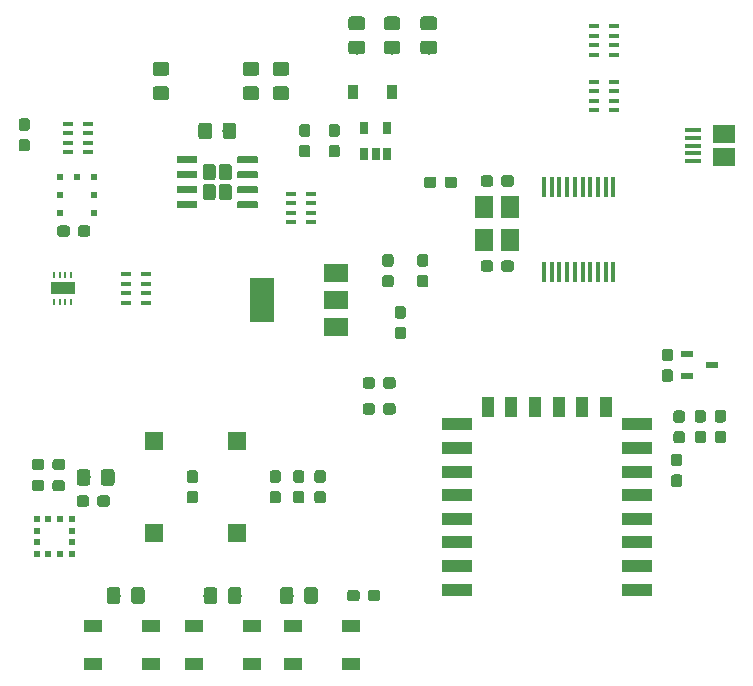
<source format=gbr>
G04 #@! TF.GenerationSoftware,KiCad,Pcbnew,5.1.2-f72e74a~84~ubuntu18.04.1*
G04 #@! TF.CreationDate,2019-07-03T17:04:03+08:00*
G04 #@! TF.ProjectId,cowin-tryout,636f7769-6e2d-4747-9279-6f75742e6b69,rev?*
G04 #@! TF.SameCoordinates,Original*
G04 #@! TF.FileFunction,Paste,Top*
G04 #@! TF.FilePolarity,Positive*
%FSLAX46Y46*%
G04 Gerber Fmt 4.6, Leading zero omitted, Abs format (unit mm)*
G04 Created by KiCad (PCBNEW 5.1.2-f72e74a~84~ubuntu18.04.1) date 2019-07-03 17:04:03*
%MOMM*%
%LPD*%
G04 APERTURE LIST*
%ADD10C,0.100000*%
%ADD11R,2.500000X1.000000*%
%ADD12R,1.000000X1.800000*%
%ADD13C,1.150000*%
%ADD14C,1.090000*%
%ADD15C,0.600000*%
%ADD16R,0.900000X0.400000*%
%ADD17C,0.950000*%
%ADD18R,0.650000X1.060000*%
%ADD19R,0.900000X1.200000*%
%ADD20R,2.000000X3.800000*%
%ADD21R,2.000000X1.500000*%
%ADD22R,1.650000X1.950000*%
%ADD23R,1.900000X1.500000*%
%ADD24R,1.350000X0.400000*%
%ADD25R,0.450000X1.750000*%
%ADD26R,0.250000X0.550000*%
%ADD27R,2.000000X1.000000*%
%ADD28R,0.500000X0.500000*%
%ADD29R,0.500000X0.600000*%
%ADD30R,0.600000X0.500000*%
%ADD31R,1.500000X1.500000*%
%ADD32R,1.000000X0.600000*%
%ADD33R,1.500000X1.000000*%
G04 APERTURE END LIST*
D10*
G36*
X59200000Y-77451607D02*
G01*
X59200000Y-76550000D01*
X60802858Y-76550000D01*
X60802858Y-77451607D01*
X59200000Y-77451607D01*
G37*
D11*
X108600000Y-102500000D03*
X108600000Y-100500000D03*
X108600000Y-98500000D03*
X108600000Y-96500000D03*
X108600000Y-94500000D03*
X108600000Y-92500000D03*
X108600000Y-90500000D03*
X108600000Y-88500000D03*
D12*
X106000000Y-87000000D03*
X104000000Y-87000000D03*
X102000000Y-87000000D03*
X100000000Y-87000000D03*
X98000000Y-87000000D03*
X96000000Y-87000000D03*
D11*
X93400000Y-88500000D03*
X93400000Y-90500000D03*
X93400000Y-92500000D03*
X93400000Y-94500000D03*
X93400000Y-96500000D03*
X93400000Y-98500000D03*
X93400000Y-100500000D03*
X93400000Y-102500000D03*
D10*
G36*
X91474505Y-56026204D02*
G01*
X91498773Y-56029804D01*
X91522572Y-56035765D01*
X91545671Y-56044030D01*
X91567850Y-56054520D01*
X91588893Y-56067132D01*
X91608599Y-56081747D01*
X91626777Y-56098223D01*
X91643253Y-56116401D01*
X91657868Y-56136107D01*
X91670480Y-56157150D01*
X91680970Y-56179329D01*
X91689235Y-56202428D01*
X91695196Y-56226227D01*
X91698796Y-56250495D01*
X91700000Y-56274999D01*
X91700000Y-56925001D01*
X91698796Y-56949505D01*
X91695196Y-56973773D01*
X91689235Y-56997572D01*
X91680970Y-57020671D01*
X91670480Y-57042850D01*
X91657868Y-57063893D01*
X91643253Y-57083599D01*
X91626777Y-57101777D01*
X91608599Y-57118253D01*
X91588893Y-57132868D01*
X91567850Y-57145480D01*
X91545671Y-57155970D01*
X91522572Y-57164235D01*
X91498773Y-57170196D01*
X91474505Y-57173796D01*
X91450001Y-57175000D01*
X90549999Y-57175000D01*
X90525495Y-57173796D01*
X90501227Y-57170196D01*
X90477428Y-57164235D01*
X90454329Y-57155970D01*
X90432150Y-57145480D01*
X90411107Y-57132868D01*
X90391401Y-57118253D01*
X90373223Y-57101777D01*
X90356747Y-57083599D01*
X90342132Y-57063893D01*
X90329520Y-57042850D01*
X90319030Y-57020671D01*
X90310765Y-56997572D01*
X90304804Y-56973773D01*
X90301204Y-56949505D01*
X90300000Y-56925001D01*
X90300000Y-56274999D01*
X90301204Y-56250495D01*
X90304804Y-56226227D01*
X90310765Y-56202428D01*
X90319030Y-56179329D01*
X90329520Y-56157150D01*
X90342132Y-56136107D01*
X90356747Y-56116401D01*
X90373223Y-56098223D01*
X90391401Y-56081747D01*
X90411107Y-56067132D01*
X90432150Y-56054520D01*
X90454329Y-56044030D01*
X90477428Y-56035765D01*
X90501227Y-56029804D01*
X90525495Y-56026204D01*
X90549999Y-56025000D01*
X91450001Y-56025000D01*
X91474505Y-56026204D01*
X91474505Y-56026204D01*
G37*
D13*
X91000000Y-56600000D03*
D10*
G36*
X91474505Y-53976204D02*
G01*
X91498773Y-53979804D01*
X91522572Y-53985765D01*
X91545671Y-53994030D01*
X91567850Y-54004520D01*
X91588893Y-54017132D01*
X91608599Y-54031747D01*
X91626777Y-54048223D01*
X91643253Y-54066401D01*
X91657868Y-54086107D01*
X91670480Y-54107150D01*
X91680970Y-54129329D01*
X91689235Y-54152428D01*
X91695196Y-54176227D01*
X91698796Y-54200495D01*
X91700000Y-54224999D01*
X91700000Y-54875001D01*
X91698796Y-54899505D01*
X91695196Y-54923773D01*
X91689235Y-54947572D01*
X91680970Y-54970671D01*
X91670480Y-54992850D01*
X91657868Y-55013893D01*
X91643253Y-55033599D01*
X91626777Y-55051777D01*
X91608599Y-55068253D01*
X91588893Y-55082868D01*
X91567850Y-55095480D01*
X91545671Y-55105970D01*
X91522572Y-55114235D01*
X91498773Y-55120196D01*
X91474505Y-55123796D01*
X91450001Y-55125000D01*
X90549999Y-55125000D01*
X90525495Y-55123796D01*
X90501227Y-55120196D01*
X90477428Y-55114235D01*
X90454329Y-55105970D01*
X90432150Y-55095480D01*
X90411107Y-55082868D01*
X90391401Y-55068253D01*
X90373223Y-55051777D01*
X90356747Y-55033599D01*
X90342132Y-55013893D01*
X90329520Y-54992850D01*
X90319030Y-54970671D01*
X90310765Y-54947572D01*
X90304804Y-54923773D01*
X90301204Y-54899505D01*
X90300000Y-54875001D01*
X90300000Y-54224999D01*
X90301204Y-54200495D01*
X90304804Y-54176227D01*
X90310765Y-54152428D01*
X90319030Y-54129329D01*
X90329520Y-54107150D01*
X90342132Y-54086107D01*
X90356747Y-54066401D01*
X90373223Y-54048223D01*
X90391401Y-54031747D01*
X90411107Y-54017132D01*
X90432150Y-54004520D01*
X90454329Y-53994030D01*
X90477428Y-53985765D01*
X90501227Y-53979804D01*
X90525495Y-53976204D01*
X90549999Y-53975000D01*
X91450001Y-53975000D01*
X91474505Y-53976204D01*
X91474505Y-53976204D01*
G37*
D13*
X91000000Y-54550000D03*
D10*
G36*
X88374505Y-56026204D02*
G01*
X88398773Y-56029804D01*
X88422572Y-56035765D01*
X88445671Y-56044030D01*
X88467850Y-56054520D01*
X88488893Y-56067132D01*
X88508599Y-56081747D01*
X88526777Y-56098223D01*
X88543253Y-56116401D01*
X88557868Y-56136107D01*
X88570480Y-56157150D01*
X88580970Y-56179329D01*
X88589235Y-56202428D01*
X88595196Y-56226227D01*
X88598796Y-56250495D01*
X88600000Y-56274999D01*
X88600000Y-56925001D01*
X88598796Y-56949505D01*
X88595196Y-56973773D01*
X88589235Y-56997572D01*
X88580970Y-57020671D01*
X88570480Y-57042850D01*
X88557868Y-57063893D01*
X88543253Y-57083599D01*
X88526777Y-57101777D01*
X88508599Y-57118253D01*
X88488893Y-57132868D01*
X88467850Y-57145480D01*
X88445671Y-57155970D01*
X88422572Y-57164235D01*
X88398773Y-57170196D01*
X88374505Y-57173796D01*
X88350001Y-57175000D01*
X87449999Y-57175000D01*
X87425495Y-57173796D01*
X87401227Y-57170196D01*
X87377428Y-57164235D01*
X87354329Y-57155970D01*
X87332150Y-57145480D01*
X87311107Y-57132868D01*
X87291401Y-57118253D01*
X87273223Y-57101777D01*
X87256747Y-57083599D01*
X87242132Y-57063893D01*
X87229520Y-57042850D01*
X87219030Y-57020671D01*
X87210765Y-56997572D01*
X87204804Y-56973773D01*
X87201204Y-56949505D01*
X87200000Y-56925001D01*
X87200000Y-56274999D01*
X87201204Y-56250495D01*
X87204804Y-56226227D01*
X87210765Y-56202428D01*
X87219030Y-56179329D01*
X87229520Y-56157150D01*
X87242132Y-56136107D01*
X87256747Y-56116401D01*
X87273223Y-56098223D01*
X87291401Y-56081747D01*
X87311107Y-56067132D01*
X87332150Y-56054520D01*
X87354329Y-56044030D01*
X87377428Y-56035765D01*
X87401227Y-56029804D01*
X87425495Y-56026204D01*
X87449999Y-56025000D01*
X88350001Y-56025000D01*
X88374505Y-56026204D01*
X88374505Y-56026204D01*
G37*
D13*
X87900000Y-56600000D03*
D10*
G36*
X88374505Y-53976204D02*
G01*
X88398773Y-53979804D01*
X88422572Y-53985765D01*
X88445671Y-53994030D01*
X88467850Y-54004520D01*
X88488893Y-54017132D01*
X88508599Y-54031747D01*
X88526777Y-54048223D01*
X88543253Y-54066401D01*
X88557868Y-54086107D01*
X88570480Y-54107150D01*
X88580970Y-54129329D01*
X88589235Y-54152428D01*
X88595196Y-54176227D01*
X88598796Y-54200495D01*
X88600000Y-54224999D01*
X88600000Y-54875001D01*
X88598796Y-54899505D01*
X88595196Y-54923773D01*
X88589235Y-54947572D01*
X88580970Y-54970671D01*
X88570480Y-54992850D01*
X88557868Y-55013893D01*
X88543253Y-55033599D01*
X88526777Y-55051777D01*
X88508599Y-55068253D01*
X88488893Y-55082868D01*
X88467850Y-55095480D01*
X88445671Y-55105970D01*
X88422572Y-55114235D01*
X88398773Y-55120196D01*
X88374505Y-55123796D01*
X88350001Y-55125000D01*
X87449999Y-55125000D01*
X87425495Y-55123796D01*
X87401227Y-55120196D01*
X87377428Y-55114235D01*
X87354329Y-55105970D01*
X87332150Y-55095480D01*
X87311107Y-55082868D01*
X87291401Y-55068253D01*
X87273223Y-55051777D01*
X87256747Y-55033599D01*
X87242132Y-55013893D01*
X87229520Y-54992850D01*
X87219030Y-54970671D01*
X87210765Y-54947572D01*
X87204804Y-54923773D01*
X87201204Y-54899505D01*
X87200000Y-54875001D01*
X87200000Y-54224999D01*
X87201204Y-54200495D01*
X87204804Y-54176227D01*
X87210765Y-54152428D01*
X87219030Y-54129329D01*
X87229520Y-54107150D01*
X87242132Y-54086107D01*
X87256747Y-54066401D01*
X87273223Y-54048223D01*
X87291401Y-54031747D01*
X87311107Y-54017132D01*
X87332150Y-54004520D01*
X87354329Y-53994030D01*
X87377428Y-53985765D01*
X87401227Y-53979804D01*
X87425495Y-53976204D01*
X87449999Y-53975000D01*
X88350001Y-53975000D01*
X88374505Y-53976204D01*
X88374505Y-53976204D01*
G37*
D13*
X87900000Y-54550000D03*
D10*
G36*
X72739504Y-66466204D02*
G01*
X72763773Y-66469804D01*
X72787571Y-66475765D01*
X72810671Y-66484030D01*
X72832849Y-66494520D01*
X72853893Y-66507133D01*
X72873598Y-66521747D01*
X72891777Y-66538223D01*
X72908253Y-66556402D01*
X72922867Y-66576107D01*
X72935480Y-66597151D01*
X72945970Y-66619329D01*
X72954235Y-66642429D01*
X72960196Y-66666227D01*
X72963796Y-66690496D01*
X72965000Y-66715000D01*
X72965000Y-67585000D01*
X72963796Y-67609504D01*
X72960196Y-67633773D01*
X72954235Y-67657571D01*
X72945970Y-67680671D01*
X72935480Y-67702849D01*
X72922867Y-67723893D01*
X72908253Y-67743598D01*
X72891777Y-67761777D01*
X72873598Y-67778253D01*
X72853893Y-67792867D01*
X72832849Y-67805480D01*
X72810671Y-67815970D01*
X72787571Y-67824235D01*
X72763773Y-67830196D01*
X72739504Y-67833796D01*
X72715000Y-67835000D01*
X72125000Y-67835000D01*
X72100496Y-67833796D01*
X72076227Y-67830196D01*
X72052429Y-67824235D01*
X72029329Y-67815970D01*
X72007151Y-67805480D01*
X71986107Y-67792867D01*
X71966402Y-67778253D01*
X71948223Y-67761777D01*
X71931747Y-67743598D01*
X71917133Y-67723893D01*
X71904520Y-67702849D01*
X71894030Y-67680671D01*
X71885765Y-67657571D01*
X71879804Y-67633773D01*
X71876204Y-67609504D01*
X71875000Y-67585000D01*
X71875000Y-66715000D01*
X71876204Y-66690496D01*
X71879804Y-66666227D01*
X71885765Y-66642429D01*
X71894030Y-66619329D01*
X71904520Y-66597151D01*
X71917133Y-66576107D01*
X71931747Y-66556402D01*
X71948223Y-66538223D01*
X71966402Y-66521747D01*
X71986107Y-66507133D01*
X72007151Y-66494520D01*
X72029329Y-66484030D01*
X72052429Y-66475765D01*
X72076227Y-66469804D01*
X72100496Y-66466204D01*
X72125000Y-66465000D01*
X72715000Y-66465000D01*
X72739504Y-66466204D01*
X72739504Y-66466204D01*
G37*
D14*
X72420000Y-67150000D03*
D10*
G36*
X72739504Y-68166204D02*
G01*
X72763773Y-68169804D01*
X72787571Y-68175765D01*
X72810671Y-68184030D01*
X72832849Y-68194520D01*
X72853893Y-68207133D01*
X72873598Y-68221747D01*
X72891777Y-68238223D01*
X72908253Y-68256402D01*
X72922867Y-68276107D01*
X72935480Y-68297151D01*
X72945970Y-68319329D01*
X72954235Y-68342429D01*
X72960196Y-68366227D01*
X72963796Y-68390496D01*
X72965000Y-68415000D01*
X72965000Y-69285000D01*
X72963796Y-69309504D01*
X72960196Y-69333773D01*
X72954235Y-69357571D01*
X72945970Y-69380671D01*
X72935480Y-69402849D01*
X72922867Y-69423893D01*
X72908253Y-69443598D01*
X72891777Y-69461777D01*
X72873598Y-69478253D01*
X72853893Y-69492867D01*
X72832849Y-69505480D01*
X72810671Y-69515970D01*
X72787571Y-69524235D01*
X72763773Y-69530196D01*
X72739504Y-69533796D01*
X72715000Y-69535000D01*
X72125000Y-69535000D01*
X72100496Y-69533796D01*
X72076227Y-69530196D01*
X72052429Y-69524235D01*
X72029329Y-69515970D01*
X72007151Y-69505480D01*
X71986107Y-69492867D01*
X71966402Y-69478253D01*
X71948223Y-69461777D01*
X71931747Y-69443598D01*
X71917133Y-69423893D01*
X71904520Y-69402849D01*
X71894030Y-69380671D01*
X71885765Y-69357571D01*
X71879804Y-69333773D01*
X71876204Y-69309504D01*
X71875000Y-69285000D01*
X71875000Y-68415000D01*
X71876204Y-68390496D01*
X71879804Y-68366227D01*
X71885765Y-68342429D01*
X71894030Y-68319329D01*
X71904520Y-68297151D01*
X71917133Y-68276107D01*
X71931747Y-68256402D01*
X71948223Y-68238223D01*
X71966402Y-68221747D01*
X71986107Y-68207133D01*
X72007151Y-68194520D01*
X72029329Y-68184030D01*
X72052429Y-68175765D01*
X72076227Y-68169804D01*
X72100496Y-68166204D01*
X72125000Y-68165000D01*
X72715000Y-68165000D01*
X72739504Y-68166204D01*
X72739504Y-68166204D01*
G37*
D14*
X72420000Y-68850000D03*
D10*
G36*
X74099504Y-66466204D02*
G01*
X74123773Y-66469804D01*
X74147571Y-66475765D01*
X74170671Y-66484030D01*
X74192849Y-66494520D01*
X74213893Y-66507133D01*
X74233598Y-66521747D01*
X74251777Y-66538223D01*
X74268253Y-66556402D01*
X74282867Y-66576107D01*
X74295480Y-66597151D01*
X74305970Y-66619329D01*
X74314235Y-66642429D01*
X74320196Y-66666227D01*
X74323796Y-66690496D01*
X74325000Y-66715000D01*
X74325000Y-67585000D01*
X74323796Y-67609504D01*
X74320196Y-67633773D01*
X74314235Y-67657571D01*
X74305970Y-67680671D01*
X74295480Y-67702849D01*
X74282867Y-67723893D01*
X74268253Y-67743598D01*
X74251777Y-67761777D01*
X74233598Y-67778253D01*
X74213893Y-67792867D01*
X74192849Y-67805480D01*
X74170671Y-67815970D01*
X74147571Y-67824235D01*
X74123773Y-67830196D01*
X74099504Y-67833796D01*
X74075000Y-67835000D01*
X73485000Y-67835000D01*
X73460496Y-67833796D01*
X73436227Y-67830196D01*
X73412429Y-67824235D01*
X73389329Y-67815970D01*
X73367151Y-67805480D01*
X73346107Y-67792867D01*
X73326402Y-67778253D01*
X73308223Y-67761777D01*
X73291747Y-67743598D01*
X73277133Y-67723893D01*
X73264520Y-67702849D01*
X73254030Y-67680671D01*
X73245765Y-67657571D01*
X73239804Y-67633773D01*
X73236204Y-67609504D01*
X73235000Y-67585000D01*
X73235000Y-66715000D01*
X73236204Y-66690496D01*
X73239804Y-66666227D01*
X73245765Y-66642429D01*
X73254030Y-66619329D01*
X73264520Y-66597151D01*
X73277133Y-66576107D01*
X73291747Y-66556402D01*
X73308223Y-66538223D01*
X73326402Y-66521747D01*
X73346107Y-66507133D01*
X73367151Y-66494520D01*
X73389329Y-66484030D01*
X73412429Y-66475765D01*
X73436227Y-66469804D01*
X73460496Y-66466204D01*
X73485000Y-66465000D01*
X74075000Y-66465000D01*
X74099504Y-66466204D01*
X74099504Y-66466204D01*
G37*
D14*
X73780000Y-67150000D03*
D10*
G36*
X74099504Y-68166204D02*
G01*
X74123773Y-68169804D01*
X74147571Y-68175765D01*
X74170671Y-68184030D01*
X74192849Y-68194520D01*
X74213893Y-68207133D01*
X74233598Y-68221747D01*
X74251777Y-68238223D01*
X74268253Y-68256402D01*
X74282867Y-68276107D01*
X74295480Y-68297151D01*
X74305970Y-68319329D01*
X74314235Y-68342429D01*
X74320196Y-68366227D01*
X74323796Y-68390496D01*
X74325000Y-68415000D01*
X74325000Y-69285000D01*
X74323796Y-69309504D01*
X74320196Y-69333773D01*
X74314235Y-69357571D01*
X74305970Y-69380671D01*
X74295480Y-69402849D01*
X74282867Y-69423893D01*
X74268253Y-69443598D01*
X74251777Y-69461777D01*
X74233598Y-69478253D01*
X74213893Y-69492867D01*
X74192849Y-69505480D01*
X74170671Y-69515970D01*
X74147571Y-69524235D01*
X74123773Y-69530196D01*
X74099504Y-69533796D01*
X74075000Y-69535000D01*
X73485000Y-69535000D01*
X73460496Y-69533796D01*
X73436227Y-69530196D01*
X73412429Y-69524235D01*
X73389329Y-69515970D01*
X73367151Y-69505480D01*
X73346107Y-69492867D01*
X73326402Y-69478253D01*
X73308223Y-69461777D01*
X73291747Y-69443598D01*
X73277133Y-69423893D01*
X73264520Y-69402849D01*
X73254030Y-69380671D01*
X73245765Y-69357571D01*
X73239804Y-69333773D01*
X73236204Y-69309504D01*
X73235000Y-69285000D01*
X73235000Y-68415000D01*
X73236204Y-68390496D01*
X73239804Y-68366227D01*
X73245765Y-68342429D01*
X73254030Y-68319329D01*
X73264520Y-68297151D01*
X73277133Y-68276107D01*
X73291747Y-68256402D01*
X73308223Y-68238223D01*
X73326402Y-68221747D01*
X73346107Y-68207133D01*
X73367151Y-68194520D01*
X73389329Y-68184030D01*
X73412429Y-68175765D01*
X73436227Y-68169804D01*
X73460496Y-68166204D01*
X73485000Y-68165000D01*
X74075000Y-68165000D01*
X74099504Y-68166204D01*
X74099504Y-68166204D01*
G37*
D14*
X73780000Y-68850000D03*
D10*
G36*
X71289703Y-65795722D02*
G01*
X71304264Y-65797882D01*
X71318543Y-65801459D01*
X71332403Y-65806418D01*
X71345710Y-65812712D01*
X71358336Y-65820280D01*
X71370159Y-65829048D01*
X71381066Y-65838934D01*
X71390952Y-65849841D01*
X71399720Y-65861664D01*
X71407288Y-65874290D01*
X71413582Y-65887597D01*
X71418541Y-65901457D01*
X71422118Y-65915736D01*
X71424278Y-65930297D01*
X71425000Y-65945000D01*
X71425000Y-66245000D01*
X71424278Y-66259703D01*
X71422118Y-66274264D01*
X71418541Y-66288543D01*
X71413582Y-66302403D01*
X71407288Y-66315710D01*
X71399720Y-66328336D01*
X71390952Y-66340159D01*
X71381066Y-66351066D01*
X71370159Y-66360952D01*
X71358336Y-66369720D01*
X71345710Y-66377288D01*
X71332403Y-66383582D01*
X71318543Y-66388541D01*
X71304264Y-66392118D01*
X71289703Y-66394278D01*
X71275000Y-66395000D01*
X69800000Y-66395000D01*
X69785297Y-66394278D01*
X69770736Y-66392118D01*
X69756457Y-66388541D01*
X69742597Y-66383582D01*
X69729290Y-66377288D01*
X69716664Y-66369720D01*
X69704841Y-66360952D01*
X69693934Y-66351066D01*
X69684048Y-66340159D01*
X69675280Y-66328336D01*
X69667712Y-66315710D01*
X69661418Y-66302403D01*
X69656459Y-66288543D01*
X69652882Y-66274264D01*
X69650722Y-66259703D01*
X69650000Y-66245000D01*
X69650000Y-65945000D01*
X69650722Y-65930297D01*
X69652882Y-65915736D01*
X69656459Y-65901457D01*
X69661418Y-65887597D01*
X69667712Y-65874290D01*
X69675280Y-65861664D01*
X69684048Y-65849841D01*
X69693934Y-65838934D01*
X69704841Y-65829048D01*
X69716664Y-65820280D01*
X69729290Y-65812712D01*
X69742597Y-65806418D01*
X69756457Y-65801459D01*
X69770736Y-65797882D01*
X69785297Y-65795722D01*
X69800000Y-65795000D01*
X71275000Y-65795000D01*
X71289703Y-65795722D01*
X71289703Y-65795722D01*
G37*
D15*
X70537500Y-66095000D03*
D10*
G36*
X71289703Y-67065722D02*
G01*
X71304264Y-67067882D01*
X71318543Y-67071459D01*
X71332403Y-67076418D01*
X71345710Y-67082712D01*
X71358336Y-67090280D01*
X71370159Y-67099048D01*
X71381066Y-67108934D01*
X71390952Y-67119841D01*
X71399720Y-67131664D01*
X71407288Y-67144290D01*
X71413582Y-67157597D01*
X71418541Y-67171457D01*
X71422118Y-67185736D01*
X71424278Y-67200297D01*
X71425000Y-67215000D01*
X71425000Y-67515000D01*
X71424278Y-67529703D01*
X71422118Y-67544264D01*
X71418541Y-67558543D01*
X71413582Y-67572403D01*
X71407288Y-67585710D01*
X71399720Y-67598336D01*
X71390952Y-67610159D01*
X71381066Y-67621066D01*
X71370159Y-67630952D01*
X71358336Y-67639720D01*
X71345710Y-67647288D01*
X71332403Y-67653582D01*
X71318543Y-67658541D01*
X71304264Y-67662118D01*
X71289703Y-67664278D01*
X71275000Y-67665000D01*
X69800000Y-67665000D01*
X69785297Y-67664278D01*
X69770736Y-67662118D01*
X69756457Y-67658541D01*
X69742597Y-67653582D01*
X69729290Y-67647288D01*
X69716664Y-67639720D01*
X69704841Y-67630952D01*
X69693934Y-67621066D01*
X69684048Y-67610159D01*
X69675280Y-67598336D01*
X69667712Y-67585710D01*
X69661418Y-67572403D01*
X69656459Y-67558543D01*
X69652882Y-67544264D01*
X69650722Y-67529703D01*
X69650000Y-67515000D01*
X69650000Y-67215000D01*
X69650722Y-67200297D01*
X69652882Y-67185736D01*
X69656459Y-67171457D01*
X69661418Y-67157597D01*
X69667712Y-67144290D01*
X69675280Y-67131664D01*
X69684048Y-67119841D01*
X69693934Y-67108934D01*
X69704841Y-67099048D01*
X69716664Y-67090280D01*
X69729290Y-67082712D01*
X69742597Y-67076418D01*
X69756457Y-67071459D01*
X69770736Y-67067882D01*
X69785297Y-67065722D01*
X69800000Y-67065000D01*
X71275000Y-67065000D01*
X71289703Y-67065722D01*
X71289703Y-67065722D01*
G37*
D15*
X70537500Y-67365000D03*
D10*
G36*
X71289703Y-68335722D02*
G01*
X71304264Y-68337882D01*
X71318543Y-68341459D01*
X71332403Y-68346418D01*
X71345710Y-68352712D01*
X71358336Y-68360280D01*
X71370159Y-68369048D01*
X71381066Y-68378934D01*
X71390952Y-68389841D01*
X71399720Y-68401664D01*
X71407288Y-68414290D01*
X71413582Y-68427597D01*
X71418541Y-68441457D01*
X71422118Y-68455736D01*
X71424278Y-68470297D01*
X71425000Y-68485000D01*
X71425000Y-68785000D01*
X71424278Y-68799703D01*
X71422118Y-68814264D01*
X71418541Y-68828543D01*
X71413582Y-68842403D01*
X71407288Y-68855710D01*
X71399720Y-68868336D01*
X71390952Y-68880159D01*
X71381066Y-68891066D01*
X71370159Y-68900952D01*
X71358336Y-68909720D01*
X71345710Y-68917288D01*
X71332403Y-68923582D01*
X71318543Y-68928541D01*
X71304264Y-68932118D01*
X71289703Y-68934278D01*
X71275000Y-68935000D01*
X69800000Y-68935000D01*
X69785297Y-68934278D01*
X69770736Y-68932118D01*
X69756457Y-68928541D01*
X69742597Y-68923582D01*
X69729290Y-68917288D01*
X69716664Y-68909720D01*
X69704841Y-68900952D01*
X69693934Y-68891066D01*
X69684048Y-68880159D01*
X69675280Y-68868336D01*
X69667712Y-68855710D01*
X69661418Y-68842403D01*
X69656459Y-68828543D01*
X69652882Y-68814264D01*
X69650722Y-68799703D01*
X69650000Y-68785000D01*
X69650000Y-68485000D01*
X69650722Y-68470297D01*
X69652882Y-68455736D01*
X69656459Y-68441457D01*
X69661418Y-68427597D01*
X69667712Y-68414290D01*
X69675280Y-68401664D01*
X69684048Y-68389841D01*
X69693934Y-68378934D01*
X69704841Y-68369048D01*
X69716664Y-68360280D01*
X69729290Y-68352712D01*
X69742597Y-68346418D01*
X69756457Y-68341459D01*
X69770736Y-68337882D01*
X69785297Y-68335722D01*
X69800000Y-68335000D01*
X71275000Y-68335000D01*
X71289703Y-68335722D01*
X71289703Y-68335722D01*
G37*
D15*
X70537500Y-68635000D03*
D10*
G36*
X71289703Y-69605722D02*
G01*
X71304264Y-69607882D01*
X71318543Y-69611459D01*
X71332403Y-69616418D01*
X71345710Y-69622712D01*
X71358336Y-69630280D01*
X71370159Y-69639048D01*
X71381066Y-69648934D01*
X71390952Y-69659841D01*
X71399720Y-69671664D01*
X71407288Y-69684290D01*
X71413582Y-69697597D01*
X71418541Y-69711457D01*
X71422118Y-69725736D01*
X71424278Y-69740297D01*
X71425000Y-69755000D01*
X71425000Y-70055000D01*
X71424278Y-70069703D01*
X71422118Y-70084264D01*
X71418541Y-70098543D01*
X71413582Y-70112403D01*
X71407288Y-70125710D01*
X71399720Y-70138336D01*
X71390952Y-70150159D01*
X71381066Y-70161066D01*
X71370159Y-70170952D01*
X71358336Y-70179720D01*
X71345710Y-70187288D01*
X71332403Y-70193582D01*
X71318543Y-70198541D01*
X71304264Y-70202118D01*
X71289703Y-70204278D01*
X71275000Y-70205000D01*
X69800000Y-70205000D01*
X69785297Y-70204278D01*
X69770736Y-70202118D01*
X69756457Y-70198541D01*
X69742597Y-70193582D01*
X69729290Y-70187288D01*
X69716664Y-70179720D01*
X69704841Y-70170952D01*
X69693934Y-70161066D01*
X69684048Y-70150159D01*
X69675280Y-70138336D01*
X69667712Y-70125710D01*
X69661418Y-70112403D01*
X69656459Y-70098543D01*
X69652882Y-70084264D01*
X69650722Y-70069703D01*
X69650000Y-70055000D01*
X69650000Y-69755000D01*
X69650722Y-69740297D01*
X69652882Y-69725736D01*
X69656459Y-69711457D01*
X69661418Y-69697597D01*
X69667712Y-69684290D01*
X69675280Y-69671664D01*
X69684048Y-69659841D01*
X69693934Y-69648934D01*
X69704841Y-69639048D01*
X69716664Y-69630280D01*
X69729290Y-69622712D01*
X69742597Y-69616418D01*
X69756457Y-69611459D01*
X69770736Y-69607882D01*
X69785297Y-69605722D01*
X69800000Y-69605000D01*
X71275000Y-69605000D01*
X71289703Y-69605722D01*
X71289703Y-69605722D01*
G37*
D15*
X70537500Y-69905000D03*
D10*
G36*
X76414703Y-69605722D02*
G01*
X76429264Y-69607882D01*
X76443543Y-69611459D01*
X76457403Y-69616418D01*
X76470710Y-69622712D01*
X76483336Y-69630280D01*
X76495159Y-69639048D01*
X76506066Y-69648934D01*
X76515952Y-69659841D01*
X76524720Y-69671664D01*
X76532288Y-69684290D01*
X76538582Y-69697597D01*
X76543541Y-69711457D01*
X76547118Y-69725736D01*
X76549278Y-69740297D01*
X76550000Y-69755000D01*
X76550000Y-70055000D01*
X76549278Y-70069703D01*
X76547118Y-70084264D01*
X76543541Y-70098543D01*
X76538582Y-70112403D01*
X76532288Y-70125710D01*
X76524720Y-70138336D01*
X76515952Y-70150159D01*
X76506066Y-70161066D01*
X76495159Y-70170952D01*
X76483336Y-70179720D01*
X76470710Y-70187288D01*
X76457403Y-70193582D01*
X76443543Y-70198541D01*
X76429264Y-70202118D01*
X76414703Y-70204278D01*
X76400000Y-70205000D01*
X74925000Y-70205000D01*
X74910297Y-70204278D01*
X74895736Y-70202118D01*
X74881457Y-70198541D01*
X74867597Y-70193582D01*
X74854290Y-70187288D01*
X74841664Y-70179720D01*
X74829841Y-70170952D01*
X74818934Y-70161066D01*
X74809048Y-70150159D01*
X74800280Y-70138336D01*
X74792712Y-70125710D01*
X74786418Y-70112403D01*
X74781459Y-70098543D01*
X74777882Y-70084264D01*
X74775722Y-70069703D01*
X74775000Y-70055000D01*
X74775000Y-69755000D01*
X74775722Y-69740297D01*
X74777882Y-69725736D01*
X74781459Y-69711457D01*
X74786418Y-69697597D01*
X74792712Y-69684290D01*
X74800280Y-69671664D01*
X74809048Y-69659841D01*
X74818934Y-69648934D01*
X74829841Y-69639048D01*
X74841664Y-69630280D01*
X74854290Y-69622712D01*
X74867597Y-69616418D01*
X74881457Y-69611459D01*
X74895736Y-69607882D01*
X74910297Y-69605722D01*
X74925000Y-69605000D01*
X76400000Y-69605000D01*
X76414703Y-69605722D01*
X76414703Y-69605722D01*
G37*
D15*
X75662500Y-69905000D03*
D10*
G36*
X76414703Y-68335722D02*
G01*
X76429264Y-68337882D01*
X76443543Y-68341459D01*
X76457403Y-68346418D01*
X76470710Y-68352712D01*
X76483336Y-68360280D01*
X76495159Y-68369048D01*
X76506066Y-68378934D01*
X76515952Y-68389841D01*
X76524720Y-68401664D01*
X76532288Y-68414290D01*
X76538582Y-68427597D01*
X76543541Y-68441457D01*
X76547118Y-68455736D01*
X76549278Y-68470297D01*
X76550000Y-68485000D01*
X76550000Y-68785000D01*
X76549278Y-68799703D01*
X76547118Y-68814264D01*
X76543541Y-68828543D01*
X76538582Y-68842403D01*
X76532288Y-68855710D01*
X76524720Y-68868336D01*
X76515952Y-68880159D01*
X76506066Y-68891066D01*
X76495159Y-68900952D01*
X76483336Y-68909720D01*
X76470710Y-68917288D01*
X76457403Y-68923582D01*
X76443543Y-68928541D01*
X76429264Y-68932118D01*
X76414703Y-68934278D01*
X76400000Y-68935000D01*
X74925000Y-68935000D01*
X74910297Y-68934278D01*
X74895736Y-68932118D01*
X74881457Y-68928541D01*
X74867597Y-68923582D01*
X74854290Y-68917288D01*
X74841664Y-68909720D01*
X74829841Y-68900952D01*
X74818934Y-68891066D01*
X74809048Y-68880159D01*
X74800280Y-68868336D01*
X74792712Y-68855710D01*
X74786418Y-68842403D01*
X74781459Y-68828543D01*
X74777882Y-68814264D01*
X74775722Y-68799703D01*
X74775000Y-68785000D01*
X74775000Y-68485000D01*
X74775722Y-68470297D01*
X74777882Y-68455736D01*
X74781459Y-68441457D01*
X74786418Y-68427597D01*
X74792712Y-68414290D01*
X74800280Y-68401664D01*
X74809048Y-68389841D01*
X74818934Y-68378934D01*
X74829841Y-68369048D01*
X74841664Y-68360280D01*
X74854290Y-68352712D01*
X74867597Y-68346418D01*
X74881457Y-68341459D01*
X74895736Y-68337882D01*
X74910297Y-68335722D01*
X74925000Y-68335000D01*
X76400000Y-68335000D01*
X76414703Y-68335722D01*
X76414703Y-68335722D01*
G37*
D15*
X75662500Y-68635000D03*
D10*
G36*
X76414703Y-67065722D02*
G01*
X76429264Y-67067882D01*
X76443543Y-67071459D01*
X76457403Y-67076418D01*
X76470710Y-67082712D01*
X76483336Y-67090280D01*
X76495159Y-67099048D01*
X76506066Y-67108934D01*
X76515952Y-67119841D01*
X76524720Y-67131664D01*
X76532288Y-67144290D01*
X76538582Y-67157597D01*
X76543541Y-67171457D01*
X76547118Y-67185736D01*
X76549278Y-67200297D01*
X76550000Y-67215000D01*
X76550000Y-67515000D01*
X76549278Y-67529703D01*
X76547118Y-67544264D01*
X76543541Y-67558543D01*
X76538582Y-67572403D01*
X76532288Y-67585710D01*
X76524720Y-67598336D01*
X76515952Y-67610159D01*
X76506066Y-67621066D01*
X76495159Y-67630952D01*
X76483336Y-67639720D01*
X76470710Y-67647288D01*
X76457403Y-67653582D01*
X76443543Y-67658541D01*
X76429264Y-67662118D01*
X76414703Y-67664278D01*
X76400000Y-67665000D01*
X74925000Y-67665000D01*
X74910297Y-67664278D01*
X74895736Y-67662118D01*
X74881457Y-67658541D01*
X74867597Y-67653582D01*
X74854290Y-67647288D01*
X74841664Y-67639720D01*
X74829841Y-67630952D01*
X74818934Y-67621066D01*
X74809048Y-67610159D01*
X74800280Y-67598336D01*
X74792712Y-67585710D01*
X74786418Y-67572403D01*
X74781459Y-67558543D01*
X74777882Y-67544264D01*
X74775722Y-67529703D01*
X74775000Y-67515000D01*
X74775000Y-67215000D01*
X74775722Y-67200297D01*
X74777882Y-67185736D01*
X74781459Y-67171457D01*
X74786418Y-67157597D01*
X74792712Y-67144290D01*
X74800280Y-67131664D01*
X74809048Y-67119841D01*
X74818934Y-67108934D01*
X74829841Y-67099048D01*
X74841664Y-67090280D01*
X74854290Y-67082712D01*
X74867597Y-67076418D01*
X74881457Y-67071459D01*
X74895736Y-67067882D01*
X74910297Y-67065722D01*
X74925000Y-67065000D01*
X76400000Y-67065000D01*
X76414703Y-67065722D01*
X76414703Y-67065722D01*
G37*
D15*
X75662500Y-67365000D03*
D10*
G36*
X76414703Y-65795722D02*
G01*
X76429264Y-65797882D01*
X76443543Y-65801459D01*
X76457403Y-65806418D01*
X76470710Y-65812712D01*
X76483336Y-65820280D01*
X76495159Y-65829048D01*
X76506066Y-65838934D01*
X76515952Y-65849841D01*
X76524720Y-65861664D01*
X76532288Y-65874290D01*
X76538582Y-65887597D01*
X76543541Y-65901457D01*
X76547118Y-65915736D01*
X76549278Y-65930297D01*
X76550000Y-65945000D01*
X76550000Y-66245000D01*
X76549278Y-66259703D01*
X76547118Y-66274264D01*
X76543541Y-66288543D01*
X76538582Y-66302403D01*
X76532288Y-66315710D01*
X76524720Y-66328336D01*
X76515952Y-66340159D01*
X76506066Y-66351066D01*
X76495159Y-66360952D01*
X76483336Y-66369720D01*
X76470710Y-66377288D01*
X76457403Y-66383582D01*
X76443543Y-66388541D01*
X76429264Y-66392118D01*
X76414703Y-66394278D01*
X76400000Y-66395000D01*
X74925000Y-66395000D01*
X74910297Y-66394278D01*
X74895736Y-66392118D01*
X74881457Y-66388541D01*
X74867597Y-66383582D01*
X74854290Y-66377288D01*
X74841664Y-66369720D01*
X74829841Y-66360952D01*
X74818934Y-66351066D01*
X74809048Y-66340159D01*
X74800280Y-66328336D01*
X74792712Y-66315710D01*
X74786418Y-66302403D01*
X74781459Y-66288543D01*
X74777882Y-66274264D01*
X74775722Y-66259703D01*
X74775000Y-66245000D01*
X74775000Y-65945000D01*
X74775722Y-65930297D01*
X74777882Y-65915736D01*
X74781459Y-65901457D01*
X74786418Y-65887597D01*
X74792712Y-65874290D01*
X74800280Y-65861664D01*
X74809048Y-65849841D01*
X74818934Y-65838934D01*
X74829841Y-65829048D01*
X74841664Y-65820280D01*
X74854290Y-65812712D01*
X74867597Y-65806418D01*
X74881457Y-65801459D01*
X74895736Y-65797882D01*
X74910297Y-65795722D01*
X74925000Y-65795000D01*
X76400000Y-65795000D01*
X76414703Y-65795722D01*
X76414703Y-65795722D01*
G37*
D15*
X75662500Y-66095000D03*
D16*
X81050000Y-71400000D03*
X81050000Y-70600000D03*
X81050000Y-69800000D03*
X81050000Y-69000000D03*
X79350000Y-71400000D03*
X79350000Y-69000000D03*
X79350000Y-70600000D03*
X79350000Y-69800000D03*
D10*
G36*
X85374505Y-56026204D02*
G01*
X85398773Y-56029804D01*
X85422572Y-56035765D01*
X85445671Y-56044030D01*
X85467850Y-56054520D01*
X85488893Y-56067132D01*
X85508599Y-56081747D01*
X85526777Y-56098223D01*
X85543253Y-56116401D01*
X85557868Y-56136107D01*
X85570480Y-56157150D01*
X85580970Y-56179329D01*
X85589235Y-56202428D01*
X85595196Y-56226227D01*
X85598796Y-56250495D01*
X85600000Y-56274999D01*
X85600000Y-56925001D01*
X85598796Y-56949505D01*
X85595196Y-56973773D01*
X85589235Y-56997572D01*
X85580970Y-57020671D01*
X85570480Y-57042850D01*
X85557868Y-57063893D01*
X85543253Y-57083599D01*
X85526777Y-57101777D01*
X85508599Y-57118253D01*
X85488893Y-57132868D01*
X85467850Y-57145480D01*
X85445671Y-57155970D01*
X85422572Y-57164235D01*
X85398773Y-57170196D01*
X85374505Y-57173796D01*
X85350001Y-57175000D01*
X84449999Y-57175000D01*
X84425495Y-57173796D01*
X84401227Y-57170196D01*
X84377428Y-57164235D01*
X84354329Y-57155970D01*
X84332150Y-57145480D01*
X84311107Y-57132868D01*
X84291401Y-57118253D01*
X84273223Y-57101777D01*
X84256747Y-57083599D01*
X84242132Y-57063893D01*
X84229520Y-57042850D01*
X84219030Y-57020671D01*
X84210765Y-56997572D01*
X84204804Y-56973773D01*
X84201204Y-56949505D01*
X84200000Y-56925001D01*
X84200000Y-56274999D01*
X84201204Y-56250495D01*
X84204804Y-56226227D01*
X84210765Y-56202428D01*
X84219030Y-56179329D01*
X84229520Y-56157150D01*
X84242132Y-56136107D01*
X84256747Y-56116401D01*
X84273223Y-56098223D01*
X84291401Y-56081747D01*
X84311107Y-56067132D01*
X84332150Y-56054520D01*
X84354329Y-56044030D01*
X84377428Y-56035765D01*
X84401227Y-56029804D01*
X84425495Y-56026204D01*
X84449999Y-56025000D01*
X85350001Y-56025000D01*
X85374505Y-56026204D01*
X85374505Y-56026204D01*
G37*
D13*
X84900000Y-56600000D03*
D10*
G36*
X85374505Y-53976204D02*
G01*
X85398773Y-53979804D01*
X85422572Y-53985765D01*
X85445671Y-53994030D01*
X85467850Y-54004520D01*
X85488893Y-54017132D01*
X85508599Y-54031747D01*
X85526777Y-54048223D01*
X85543253Y-54066401D01*
X85557868Y-54086107D01*
X85570480Y-54107150D01*
X85580970Y-54129329D01*
X85589235Y-54152428D01*
X85595196Y-54176227D01*
X85598796Y-54200495D01*
X85600000Y-54224999D01*
X85600000Y-54875001D01*
X85598796Y-54899505D01*
X85595196Y-54923773D01*
X85589235Y-54947572D01*
X85580970Y-54970671D01*
X85570480Y-54992850D01*
X85557868Y-55013893D01*
X85543253Y-55033599D01*
X85526777Y-55051777D01*
X85508599Y-55068253D01*
X85488893Y-55082868D01*
X85467850Y-55095480D01*
X85445671Y-55105970D01*
X85422572Y-55114235D01*
X85398773Y-55120196D01*
X85374505Y-55123796D01*
X85350001Y-55125000D01*
X84449999Y-55125000D01*
X84425495Y-55123796D01*
X84401227Y-55120196D01*
X84377428Y-55114235D01*
X84354329Y-55105970D01*
X84332150Y-55095480D01*
X84311107Y-55082868D01*
X84291401Y-55068253D01*
X84273223Y-55051777D01*
X84256747Y-55033599D01*
X84242132Y-55013893D01*
X84229520Y-54992850D01*
X84219030Y-54970671D01*
X84210765Y-54947572D01*
X84204804Y-54923773D01*
X84201204Y-54899505D01*
X84200000Y-54875001D01*
X84200000Y-54224999D01*
X84201204Y-54200495D01*
X84204804Y-54176227D01*
X84210765Y-54152428D01*
X84219030Y-54129329D01*
X84229520Y-54107150D01*
X84242132Y-54086107D01*
X84256747Y-54066401D01*
X84273223Y-54048223D01*
X84291401Y-54031747D01*
X84311107Y-54017132D01*
X84332150Y-54004520D01*
X84354329Y-53994030D01*
X84377428Y-53985765D01*
X84401227Y-53979804D01*
X84425495Y-53976204D01*
X84449999Y-53975000D01*
X85350001Y-53975000D01*
X85374505Y-53976204D01*
X85374505Y-53976204D01*
G37*
D13*
X84900000Y-54550000D03*
D10*
G36*
X74474505Y-62951204D02*
G01*
X74498773Y-62954804D01*
X74522572Y-62960765D01*
X74545671Y-62969030D01*
X74567850Y-62979520D01*
X74588893Y-62992132D01*
X74608599Y-63006747D01*
X74626777Y-63023223D01*
X74643253Y-63041401D01*
X74657868Y-63061107D01*
X74670480Y-63082150D01*
X74680970Y-63104329D01*
X74689235Y-63127428D01*
X74695196Y-63151227D01*
X74698796Y-63175495D01*
X74700000Y-63199999D01*
X74700000Y-64100001D01*
X74698796Y-64124505D01*
X74695196Y-64148773D01*
X74689235Y-64172572D01*
X74680970Y-64195671D01*
X74670480Y-64217850D01*
X74657868Y-64238893D01*
X74643253Y-64258599D01*
X74626777Y-64276777D01*
X74608599Y-64293253D01*
X74588893Y-64307868D01*
X74567850Y-64320480D01*
X74545671Y-64330970D01*
X74522572Y-64339235D01*
X74498773Y-64345196D01*
X74474505Y-64348796D01*
X74450001Y-64350000D01*
X73799999Y-64350000D01*
X73775495Y-64348796D01*
X73751227Y-64345196D01*
X73727428Y-64339235D01*
X73704329Y-64330970D01*
X73682150Y-64320480D01*
X73661107Y-64307868D01*
X73641401Y-64293253D01*
X73623223Y-64276777D01*
X73606747Y-64258599D01*
X73592132Y-64238893D01*
X73579520Y-64217850D01*
X73569030Y-64195671D01*
X73560765Y-64172572D01*
X73554804Y-64148773D01*
X73551204Y-64124505D01*
X73550000Y-64100001D01*
X73550000Y-63199999D01*
X73551204Y-63175495D01*
X73554804Y-63151227D01*
X73560765Y-63127428D01*
X73569030Y-63104329D01*
X73579520Y-63082150D01*
X73592132Y-63061107D01*
X73606747Y-63041401D01*
X73623223Y-63023223D01*
X73641401Y-63006747D01*
X73661107Y-62992132D01*
X73682150Y-62979520D01*
X73704329Y-62969030D01*
X73727428Y-62960765D01*
X73751227Y-62954804D01*
X73775495Y-62951204D01*
X73799999Y-62950000D01*
X74450001Y-62950000D01*
X74474505Y-62951204D01*
X74474505Y-62951204D01*
G37*
D13*
X74125000Y-63650000D03*
D10*
G36*
X72424505Y-62951204D02*
G01*
X72448773Y-62954804D01*
X72472572Y-62960765D01*
X72495671Y-62969030D01*
X72517850Y-62979520D01*
X72538893Y-62992132D01*
X72558599Y-63006747D01*
X72576777Y-63023223D01*
X72593253Y-63041401D01*
X72607868Y-63061107D01*
X72620480Y-63082150D01*
X72630970Y-63104329D01*
X72639235Y-63127428D01*
X72645196Y-63151227D01*
X72648796Y-63175495D01*
X72650000Y-63199999D01*
X72650000Y-64100001D01*
X72648796Y-64124505D01*
X72645196Y-64148773D01*
X72639235Y-64172572D01*
X72630970Y-64195671D01*
X72620480Y-64217850D01*
X72607868Y-64238893D01*
X72593253Y-64258599D01*
X72576777Y-64276777D01*
X72558599Y-64293253D01*
X72538893Y-64307868D01*
X72517850Y-64320480D01*
X72495671Y-64330970D01*
X72472572Y-64339235D01*
X72448773Y-64345196D01*
X72424505Y-64348796D01*
X72400001Y-64350000D01*
X71749999Y-64350000D01*
X71725495Y-64348796D01*
X71701227Y-64345196D01*
X71677428Y-64339235D01*
X71654329Y-64330970D01*
X71632150Y-64320480D01*
X71611107Y-64307868D01*
X71591401Y-64293253D01*
X71573223Y-64276777D01*
X71556747Y-64258599D01*
X71542132Y-64238893D01*
X71529520Y-64217850D01*
X71519030Y-64195671D01*
X71510765Y-64172572D01*
X71504804Y-64148773D01*
X71501204Y-64124505D01*
X71500000Y-64100001D01*
X71500000Y-63199999D01*
X71501204Y-63175495D01*
X71504804Y-63151227D01*
X71510765Y-63127428D01*
X71519030Y-63104329D01*
X71529520Y-63082150D01*
X71542132Y-63061107D01*
X71556747Y-63041401D01*
X71573223Y-63023223D01*
X71591401Y-63006747D01*
X71611107Y-62992132D01*
X71632150Y-62979520D01*
X71654329Y-62969030D01*
X71677428Y-62960765D01*
X71701227Y-62954804D01*
X71725495Y-62951204D01*
X71749999Y-62950000D01*
X72400001Y-62950000D01*
X72424505Y-62951204D01*
X72424505Y-62951204D01*
G37*
D13*
X72075000Y-63650000D03*
D10*
G36*
X91435779Y-67526144D02*
G01*
X91458834Y-67529563D01*
X91481443Y-67535227D01*
X91503387Y-67543079D01*
X91524457Y-67553044D01*
X91544448Y-67565026D01*
X91563168Y-67578910D01*
X91580438Y-67594562D01*
X91596090Y-67611832D01*
X91609974Y-67630552D01*
X91621956Y-67650543D01*
X91631921Y-67671613D01*
X91639773Y-67693557D01*
X91645437Y-67716166D01*
X91648856Y-67739221D01*
X91650000Y-67762500D01*
X91650000Y-68237500D01*
X91648856Y-68260779D01*
X91645437Y-68283834D01*
X91639773Y-68306443D01*
X91631921Y-68328387D01*
X91621956Y-68349457D01*
X91609974Y-68369448D01*
X91596090Y-68388168D01*
X91580438Y-68405438D01*
X91563168Y-68421090D01*
X91544448Y-68434974D01*
X91524457Y-68446956D01*
X91503387Y-68456921D01*
X91481443Y-68464773D01*
X91458834Y-68470437D01*
X91435779Y-68473856D01*
X91412500Y-68475000D01*
X90837500Y-68475000D01*
X90814221Y-68473856D01*
X90791166Y-68470437D01*
X90768557Y-68464773D01*
X90746613Y-68456921D01*
X90725543Y-68446956D01*
X90705552Y-68434974D01*
X90686832Y-68421090D01*
X90669562Y-68405438D01*
X90653910Y-68388168D01*
X90640026Y-68369448D01*
X90628044Y-68349457D01*
X90618079Y-68328387D01*
X90610227Y-68306443D01*
X90604563Y-68283834D01*
X90601144Y-68260779D01*
X90600000Y-68237500D01*
X90600000Y-67762500D01*
X90601144Y-67739221D01*
X90604563Y-67716166D01*
X90610227Y-67693557D01*
X90618079Y-67671613D01*
X90628044Y-67650543D01*
X90640026Y-67630552D01*
X90653910Y-67611832D01*
X90669562Y-67594562D01*
X90686832Y-67578910D01*
X90705552Y-67565026D01*
X90725543Y-67553044D01*
X90746613Y-67543079D01*
X90768557Y-67535227D01*
X90791166Y-67529563D01*
X90814221Y-67526144D01*
X90837500Y-67525000D01*
X91412500Y-67525000D01*
X91435779Y-67526144D01*
X91435779Y-67526144D01*
G37*
D17*
X91125000Y-68000000D03*
D10*
G36*
X93185779Y-67526144D02*
G01*
X93208834Y-67529563D01*
X93231443Y-67535227D01*
X93253387Y-67543079D01*
X93274457Y-67553044D01*
X93294448Y-67565026D01*
X93313168Y-67578910D01*
X93330438Y-67594562D01*
X93346090Y-67611832D01*
X93359974Y-67630552D01*
X93371956Y-67650543D01*
X93381921Y-67671613D01*
X93389773Y-67693557D01*
X93395437Y-67716166D01*
X93398856Y-67739221D01*
X93400000Y-67762500D01*
X93400000Y-68237500D01*
X93398856Y-68260779D01*
X93395437Y-68283834D01*
X93389773Y-68306443D01*
X93381921Y-68328387D01*
X93371956Y-68349457D01*
X93359974Y-68369448D01*
X93346090Y-68388168D01*
X93330438Y-68405438D01*
X93313168Y-68421090D01*
X93294448Y-68434974D01*
X93274457Y-68446956D01*
X93253387Y-68456921D01*
X93231443Y-68464773D01*
X93208834Y-68470437D01*
X93185779Y-68473856D01*
X93162500Y-68475000D01*
X92587500Y-68475000D01*
X92564221Y-68473856D01*
X92541166Y-68470437D01*
X92518557Y-68464773D01*
X92496613Y-68456921D01*
X92475543Y-68446956D01*
X92455552Y-68434974D01*
X92436832Y-68421090D01*
X92419562Y-68405438D01*
X92403910Y-68388168D01*
X92390026Y-68369448D01*
X92378044Y-68349457D01*
X92368079Y-68328387D01*
X92360227Y-68306443D01*
X92354563Y-68283834D01*
X92351144Y-68260779D01*
X92350000Y-68237500D01*
X92350000Y-67762500D01*
X92351144Y-67739221D01*
X92354563Y-67716166D01*
X92360227Y-67693557D01*
X92368079Y-67671613D01*
X92378044Y-67650543D01*
X92390026Y-67630552D01*
X92403910Y-67611832D01*
X92419562Y-67594562D01*
X92436832Y-67578910D01*
X92455552Y-67565026D01*
X92475543Y-67553044D01*
X92496613Y-67543079D01*
X92518557Y-67535227D01*
X92541166Y-67529563D01*
X92564221Y-67526144D01*
X92587500Y-67525000D01*
X93162500Y-67525000D01*
X93185779Y-67526144D01*
X93185779Y-67526144D01*
G37*
D17*
X92875000Y-68000000D03*
D18*
X85550000Y-65600000D03*
X86500000Y-65600000D03*
X87450000Y-65600000D03*
X87450000Y-63400000D03*
X85550000Y-63400000D03*
D10*
G36*
X83260779Y-63101144D02*
G01*
X83283834Y-63104563D01*
X83306443Y-63110227D01*
X83328387Y-63118079D01*
X83349457Y-63128044D01*
X83369448Y-63140026D01*
X83388168Y-63153910D01*
X83405438Y-63169562D01*
X83421090Y-63186832D01*
X83434974Y-63205552D01*
X83446956Y-63225543D01*
X83456921Y-63246613D01*
X83464773Y-63268557D01*
X83470437Y-63291166D01*
X83473856Y-63314221D01*
X83475000Y-63337500D01*
X83475000Y-63912500D01*
X83473856Y-63935779D01*
X83470437Y-63958834D01*
X83464773Y-63981443D01*
X83456921Y-64003387D01*
X83446956Y-64024457D01*
X83434974Y-64044448D01*
X83421090Y-64063168D01*
X83405438Y-64080438D01*
X83388168Y-64096090D01*
X83369448Y-64109974D01*
X83349457Y-64121956D01*
X83328387Y-64131921D01*
X83306443Y-64139773D01*
X83283834Y-64145437D01*
X83260779Y-64148856D01*
X83237500Y-64150000D01*
X82762500Y-64150000D01*
X82739221Y-64148856D01*
X82716166Y-64145437D01*
X82693557Y-64139773D01*
X82671613Y-64131921D01*
X82650543Y-64121956D01*
X82630552Y-64109974D01*
X82611832Y-64096090D01*
X82594562Y-64080438D01*
X82578910Y-64063168D01*
X82565026Y-64044448D01*
X82553044Y-64024457D01*
X82543079Y-64003387D01*
X82535227Y-63981443D01*
X82529563Y-63958834D01*
X82526144Y-63935779D01*
X82525000Y-63912500D01*
X82525000Y-63337500D01*
X82526144Y-63314221D01*
X82529563Y-63291166D01*
X82535227Y-63268557D01*
X82543079Y-63246613D01*
X82553044Y-63225543D01*
X82565026Y-63205552D01*
X82578910Y-63186832D01*
X82594562Y-63169562D01*
X82611832Y-63153910D01*
X82630552Y-63140026D01*
X82650543Y-63128044D01*
X82671613Y-63118079D01*
X82693557Y-63110227D01*
X82716166Y-63104563D01*
X82739221Y-63101144D01*
X82762500Y-63100000D01*
X83237500Y-63100000D01*
X83260779Y-63101144D01*
X83260779Y-63101144D01*
G37*
D17*
X83000000Y-63625000D03*
D10*
G36*
X83260779Y-64851144D02*
G01*
X83283834Y-64854563D01*
X83306443Y-64860227D01*
X83328387Y-64868079D01*
X83349457Y-64878044D01*
X83369448Y-64890026D01*
X83388168Y-64903910D01*
X83405438Y-64919562D01*
X83421090Y-64936832D01*
X83434974Y-64955552D01*
X83446956Y-64975543D01*
X83456921Y-64996613D01*
X83464773Y-65018557D01*
X83470437Y-65041166D01*
X83473856Y-65064221D01*
X83475000Y-65087500D01*
X83475000Y-65662500D01*
X83473856Y-65685779D01*
X83470437Y-65708834D01*
X83464773Y-65731443D01*
X83456921Y-65753387D01*
X83446956Y-65774457D01*
X83434974Y-65794448D01*
X83421090Y-65813168D01*
X83405438Y-65830438D01*
X83388168Y-65846090D01*
X83369448Y-65859974D01*
X83349457Y-65871956D01*
X83328387Y-65881921D01*
X83306443Y-65889773D01*
X83283834Y-65895437D01*
X83260779Y-65898856D01*
X83237500Y-65900000D01*
X82762500Y-65900000D01*
X82739221Y-65898856D01*
X82716166Y-65895437D01*
X82693557Y-65889773D01*
X82671613Y-65881921D01*
X82650543Y-65871956D01*
X82630552Y-65859974D01*
X82611832Y-65846090D01*
X82594562Y-65830438D01*
X82578910Y-65813168D01*
X82565026Y-65794448D01*
X82553044Y-65774457D01*
X82543079Y-65753387D01*
X82535227Y-65731443D01*
X82529563Y-65708834D01*
X82526144Y-65685779D01*
X82525000Y-65662500D01*
X82525000Y-65087500D01*
X82526144Y-65064221D01*
X82529563Y-65041166D01*
X82535227Y-65018557D01*
X82543079Y-64996613D01*
X82553044Y-64975543D01*
X82565026Y-64955552D01*
X82578910Y-64936832D01*
X82594562Y-64919562D01*
X82611832Y-64903910D01*
X82630552Y-64890026D01*
X82650543Y-64878044D01*
X82671613Y-64868079D01*
X82693557Y-64860227D01*
X82716166Y-64854563D01*
X82739221Y-64851144D01*
X82762500Y-64850000D01*
X83237500Y-64850000D01*
X83260779Y-64851144D01*
X83260779Y-64851144D01*
G37*
D17*
X83000000Y-65375000D03*
D19*
X87900000Y-60400000D03*
X84600000Y-60400000D03*
D10*
G36*
X80760779Y-64851144D02*
G01*
X80783834Y-64854563D01*
X80806443Y-64860227D01*
X80828387Y-64868079D01*
X80849457Y-64878044D01*
X80869448Y-64890026D01*
X80888168Y-64903910D01*
X80905438Y-64919562D01*
X80921090Y-64936832D01*
X80934974Y-64955552D01*
X80946956Y-64975543D01*
X80956921Y-64996613D01*
X80964773Y-65018557D01*
X80970437Y-65041166D01*
X80973856Y-65064221D01*
X80975000Y-65087500D01*
X80975000Y-65662500D01*
X80973856Y-65685779D01*
X80970437Y-65708834D01*
X80964773Y-65731443D01*
X80956921Y-65753387D01*
X80946956Y-65774457D01*
X80934974Y-65794448D01*
X80921090Y-65813168D01*
X80905438Y-65830438D01*
X80888168Y-65846090D01*
X80869448Y-65859974D01*
X80849457Y-65871956D01*
X80828387Y-65881921D01*
X80806443Y-65889773D01*
X80783834Y-65895437D01*
X80760779Y-65898856D01*
X80737500Y-65900000D01*
X80262500Y-65900000D01*
X80239221Y-65898856D01*
X80216166Y-65895437D01*
X80193557Y-65889773D01*
X80171613Y-65881921D01*
X80150543Y-65871956D01*
X80130552Y-65859974D01*
X80111832Y-65846090D01*
X80094562Y-65830438D01*
X80078910Y-65813168D01*
X80065026Y-65794448D01*
X80053044Y-65774457D01*
X80043079Y-65753387D01*
X80035227Y-65731443D01*
X80029563Y-65708834D01*
X80026144Y-65685779D01*
X80025000Y-65662500D01*
X80025000Y-65087500D01*
X80026144Y-65064221D01*
X80029563Y-65041166D01*
X80035227Y-65018557D01*
X80043079Y-64996613D01*
X80053044Y-64975543D01*
X80065026Y-64955552D01*
X80078910Y-64936832D01*
X80094562Y-64919562D01*
X80111832Y-64903910D01*
X80130552Y-64890026D01*
X80150543Y-64878044D01*
X80171613Y-64868079D01*
X80193557Y-64860227D01*
X80216166Y-64854563D01*
X80239221Y-64851144D01*
X80262500Y-64850000D01*
X80737500Y-64850000D01*
X80760779Y-64851144D01*
X80760779Y-64851144D01*
G37*
D17*
X80500000Y-65375000D03*
D10*
G36*
X80760779Y-63101144D02*
G01*
X80783834Y-63104563D01*
X80806443Y-63110227D01*
X80828387Y-63118079D01*
X80849457Y-63128044D01*
X80869448Y-63140026D01*
X80888168Y-63153910D01*
X80905438Y-63169562D01*
X80921090Y-63186832D01*
X80934974Y-63205552D01*
X80946956Y-63225543D01*
X80956921Y-63246613D01*
X80964773Y-63268557D01*
X80970437Y-63291166D01*
X80973856Y-63314221D01*
X80975000Y-63337500D01*
X80975000Y-63912500D01*
X80973856Y-63935779D01*
X80970437Y-63958834D01*
X80964773Y-63981443D01*
X80956921Y-64003387D01*
X80946956Y-64024457D01*
X80934974Y-64044448D01*
X80921090Y-64063168D01*
X80905438Y-64080438D01*
X80888168Y-64096090D01*
X80869448Y-64109974D01*
X80849457Y-64121956D01*
X80828387Y-64131921D01*
X80806443Y-64139773D01*
X80783834Y-64145437D01*
X80760779Y-64148856D01*
X80737500Y-64150000D01*
X80262500Y-64150000D01*
X80239221Y-64148856D01*
X80216166Y-64145437D01*
X80193557Y-64139773D01*
X80171613Y-64131921D01*
X80150543Y-64121956D01*
X80130552Y-64109974D01*
X80111832Y-64096090D01*
X80094562Y-64080438D01*
X80078910Y-64063168D01*
X80065026Y-64044448D01*
X80053044Y-64024457D01*
X80043079Y-64003387D01*
X80035227Y-63981443D01*
X80029563Y-63958834D01*
X80026144Y-63935779D01*
X80025000Y-63912500D01*
X80025000Y-63337500D01*
X80026144Y-63314221D01*
X80029563Y-63291166D01*
X80035227Y-63268557D01*
X80043079Y-63246613D01*
X80053044Y-63225543D01*
X80065026Y-63205552D01*
X80078910Y-63186832D01*
X80094562Y-63169562D01*
X80111832Y-63153910D01*
X80130552Y-63140026D01*
X80150543Y-63128044D01*
X80171613Y-63118079D01*
X80193557Y-63110227D01*
X80216166Y-63104563D01*
X80239221Y-63101144D01*
X80262500Y-63100000D01*
X80737500Y-63100000D01*
X80760779Y-63101144D01*
X80760779Y-63101144D01*
G37*
D17*
X80500000Y-63625000D03*
D16*
X106700000Y-57200000D03*
X106700000Y-56400000D03*
X106700000Y-55600000D03*
X106700000Y-54800000D03*
X105000000Y-57200000D03*
X105000000Y-54800000D03*
X105000000Y-56400000D03*
X105000000Y-55600000D03*
X106700000Y-61900000D03*
X106700000Y-61100000D03*
X106700000Y-60300000D03*
X106700000Y-59500000D03*
X105000000Y-61900000D03*
X105000000Y-59500000D03*
X105000000Y-61100000D03*
X105000000Y-60300000D03*
D10*
G36*
X57010779Y-62601144D02*
G01*
X57033834Y-62604563D01*
X57056443Y-62610227D01*
X57078387Y-62618079D01*
X57099457Y-62628044D01*
X57119448Y-62640026D01*
X57138168Y-62653910D01*
X57155438Y-62669562D01*
X57171090Y-62686832D01*
X57184974Y-62705552D01*
X57196956Y-62725543D01*
X57206921Y-62746613D01*
X57214773Y-62768557D01*
X57220437Y-62791166D01*
X57223856Y-62814221D01*
X57225000Y-62837500D01*
X57225000Y-63412500D01*
X57223856Y-63435779D01*
X57220437Y-63458834D01*
X57214773Y-63481443D01*
X57206921Y-63503387D01*
X57196956Y-63524457D01*
X57184974Y-63544448D01*
X57171090Y-63563168D01*
X57155438Y-63580438D01*
X57138168Y-63596090D01*
X57119448Y-63609974D01*
X57099457Y-63621956D01*
X57078387Y-63631921D01*
X57056443Y-63639773D01*
X57033834Y-63645437D01*
X57010779Y-63648856D01*
X56987500Y-63650000D01*
X56512500Y-63650000D01*
X56489221Y-63648856D01*
X56466166Y-63645437D01*
X56443557Y-63639773D01*
X56421613Y-63631921D01*
X56400543Y-63621956D01*
X56380552Y-63609974D01*
X56361832Y-63596090D01*
X56344562Y-63580438D01*
X56328910Y-63563168D01*
X56315026Y-63544448D01*
X56303044Y-63524457D01*
X56293079Y-63503387D01*
X56285227Y-63481443D01*
X56279563Y-63458834D01*
X56276144Y-63435779D01*
X56275000Y-63412500D01*
X56275000Y-62837500D01*
X56276144Y-62814221D01*
X56279563Y-62791166D01*
X56285227Y-62768557D01*
X56293079Y-62746613D01*
X56303044Y-62725543D01*
X56315026Y-62705552D01*
X56328910Y-62686832D01*
X56344562Y-62669562D01*
X56361832Y-62653910D01*
X56380552Y-62640026D01*
X56400543Y-62628044D01*
X56421613Y-62618079D01*
X56443557Y-62610227D01*
X56466166Y-62604563D01*
X56489221Y-62601144D01*
X56512500Y-62600000D01*
X56987500Y-62600000D01*
X57010779Y-62601144D01*
X57010779Y-62601144D01*
G37*
D17*
X56750000Y-63125000D03*
D10*
G36*
X57010779Y-64351144D02*
G01*
X57033834Y-64354563D01*
X57056443Y-64360227D01*
X57078387Y-64368079D01*
X57099457Y-64378044D01*
X57119448Y-64390026D01*
X57138168Y-64403910D01*
X57155438Y-64419562D01*
X57171090Y-64436832D01*
X57184974Y-64455552D01*
X57196956Y-64475543D01*
X57206921Y-64496613D01*
X57214773Y-64518557D01*
X57220437Y-64541166D01*
X57223856Y-64564221D01*
X57225000Y-64587500D01*
X57225000Y-65162500D01*
X57223856Y-65185779D01*
X57220437Y-65208834D01*
X57214773Y-65231443D01*
X57206921Y-65253387D01*
X57196956Y-65274457D01*
X57184974Y-65294448D01*
X57171090Y-65313168D01*
X57155438Y-65330438D01*
X57138168Y-65346090D01*
X57119448Y-65359974D01*
X57099457Y-65371956D01*
X57078387Y-65381921D01*
X57056443Y-65389773D01*
X57033834Y-65395437D01*
X57010779Y-65398856D01*
X56987500Y-65400000D01*
X56512500Y-65400000D01*
X56489221Y-65398856D01*
X56466166Y-65395437D01*
X56443557Y-65389773D01*
X56421613Y-65381921D01*
X56400543Y-65371956D01*
X56380552Y-65359974D01*
X56361832Y-65346090D01*
X56344562Y-65330438D01*
X56328910Y-65313168D01*
X56315026Y-65294448D01*
X56303044Y-65274457D01*
X56293079Y-65253387D01*
X56285227Y-65231443D01*
X56279563Y-65208834D01*
X56276144Y-65185779D01*
X56275000Y-65162500D01*
X56275000Y-64587500D01*
X56276144Y-64564221D01*
X56279563Y-64541166D01*
X56285227Y-64518557D01*
X56293079Y-64496613D01*
X56303044Y-64475543D01*
X56315026Y-64455552D01*
X56328910Y-64436832D01*
X56344562Y-64419562D01*
X56361832Y-64403910D01*
X56380552Y-64390026D01*
X56400543Y-64378044D01*
X56421613Y-64368079D01*
X56443557Y-64360227D01*
X56466166Y-64354563D01*
X56489221Y-64351144D01*
X56512500Y-64350000D01*
X56987500Y-64350000D01*
X57010779Y-64351144D01*
X57010779Y-64351144D01*
G37*
D17*
X56750000Y-64875000D03*
D20*
X76850000Y-78000000D03*
D21*
X83150000Y-78000000D03*
X83150000Y-75700000D03*
X83150000Y-80300000D03*
D10*
G36*
X90760779Y-74101144D02*
G01*
X90783834Y-74104563D01*
X90806443Y-74110227D01*
X90828387Y-74118079D01*
X90849457Y-74128044D01*
X90869448Y-74140026D01*
X90888168Y-74153910D01*
X90905438Y-74169562D01*
X90921090Y-74186832D01*
X90934974Y-74205552D01*
X90946956Y-74225543D01*
X90956921Y-74246613D01*
X90964773Y-74268557D01*
X90970437Y-74291166D01*
X90973856Y-74314221D01*
X90975000Y-74337500D01*
X90975000Y-74912500D01*
X90973856Y-74935779D01*
X90970437Y-74958834D01*
X90964773Y-74981443D01*
X90956921Y-75003387D01*
X90946956Y-75024457D01*
X90934974Y-75044448D01*
X90921090Y-75063168D01*
X90905438Y-75080438D01*
X90888168Y-75096090D01*
X90869448Y-75109974D01*
X90849457Y-75121956D01*
X90828387Y-75131921D01*
X90806443Y-75139773D01*
X90783834Y-75145437D01*
X90760779Y-75148856D01*
X90737500Y-75150000D01*
X90262500Y-75150000D01*
X90239221Y-75148856D01*
X90216166Y-75145437D01*
X90193557Y-75139773D01*
X90171613Y-75131921D01*
X90150543Y-75121956D01*
X90130552Y-75109974D01*
X90111832Y-75096090D01*
X90094562Y-75080438D01*
X90078910Y-75063168D01*
X90065026Y-75044448D01*
X90053044Y-75024457D01*
X90043079Y-75003387D01*
X90035227Y-74981443D01*
X90029563Y-74958834D01*
X90026144Y-74935779D01*
X90025000Y-74912500D01*
X90025000Y-74337500D01*
X90026144Y-74314221D01*
X90029563Y-74291166D01*
X90035227Y-74268557D01*
X90043079Y-74246613D01*
X90053044Y-74225543D01*
X90065026Y-74205552D01*
X90078910Y-74186832D01*
X90094562Y-74169562D01*
X90111832Y-74153910D01*
X90130552Y-74140026D01*
X90150543Y-74128044D01*
X90171613Y-74118079D01*
X90193557Y-74110227D01*
X90216166Y-74104563D01*
X90239221Y-74101144D01*
X90262500Y-74100000D01*
X90737500Y-74100000D01*
X90760779Y-74101144D01*
X90760779Y-74101144D01*
G37*
D17*
X90500000Y-74625000D03*
D10*
G36*
X90760779Y-75851144D02*
G01*
X90783834Y-75854563D01*
X90806443Y-75860227D01*
X90828387Y-75868079D01*
X90849457Y-75878044D01*
X90869448Y-75890026D01*
X90888168Y-75903910D01*
X90905438Y-75919562D01*
X90921090Y-75936832D01*
X90934974Y-75955552D01*
X90946956Y-75975543D01*
X90956921Y-75996613D01*
X90964773Y-76018557D01*
X90970437Y-76041166D01*
X90973856Y-76064221D01*
X90975000Y-76087500D01*
X90975000Y-76662500D01*
X90973856Y-76685779D01*
X90970437Y-76708834D01*
X90964773Y-76731443D01*
X90956921Y-76753387D01*
X90946956Y-76774457D01*
X90934974Y-76794448D01*
X90921090Y-76813168D01*
X90905438Y-76830438D01*
X90888168Y-76846090D01*
X90869448Y-76859974D01*
X90849457Y-76871956D01*
X90828387Y-76881921D01*
X90806443Y-76889773D01*
X90783834Y-76895437D01*
X90760779Y-76898856D01*
X90737500Y-76900000D01*
X90262500Y-76900000D01*
X90239221Y-76898856D01*
X90216166Y-76895437D01*
X90193557Y-76889773D01*
X90171613Y-76881921D01*
X90150543Y-76871956D01*
X90130552Y-76859974D01*
X90111832Y-76846090D01*
X90094562Y-76830438D01*
X90078910Y-76813168D01*
X90065026Y-76794448D01*
X90053044Y-76774457D01*
X90043079Y-76753387D01*
X90035227Y-76731443D01*
X90029563Y-76708834D01*
X90026144Y-76685779D01*
X90025000Y-76662500D01*
X90025000Y-76087500D01*
X90026144Y-76064221D01*
X90029563Y-76041166D01*
X90035227Y-76018557D01*
X90043079Y-75996613D01*
X90053044Y-75975543D01*
X90065026Y-75955552D01*
X90078910Y-75936832D01*
X90094562Y-75919562D01*
X90111832Y-75903910D01*
X90130552Y-75890026D01*
X90150543Y-75878044D01*
X90171613Y-75868079D01*
X90193557Y-75860227D01*
X90216166Y-75854563D01*
X90239221Y-75851144D01*
X90262500Y-75850000D01*
X90737500Y-75850000D01*
X90760779Y-75851144D01*
X90760779Y-75851144D01*
G37*
D17*
X90500000Y-76375000D03*
D10*
G36*
X87810779Y-74101144D02*
G01*
X87833834Y-74104563D01*
X87856443Y-74110227D01*
X87878387Y-74118079D01*
X87899457Y-74128044D01*
X87919448Y-74140026D01*
X87938168Y-74153910D01*
X87955438Y-74169562D01*
X87971090Y-74186832D01*
X87984974Y-74205552D01*
X87996956Y-74225543D01*
X88006921Y-74246613D01*
X88014773Y-74268557D01*
X88020437Y-74291166D01*
X88023856Y-74314221D01*
X88025000Y-74337500D01*
X88025000Y-74912500D01*
X88023856Y-74935779D01*
X88020437Y-74958834D01*
X88014773Y-74981443D01*
X88006921Y-75003387D01*
X87996956Y-75024457D01*
X87984974Y-75044448D01*
X87971090Y-75063168D01*
X87955438Y-75080438D01*
X87938168Y-75096090D01*
X87919448Y-75109974D01*
X87899457Y-75121956D01*
X87878387Y-75131921D01*
X87856443Y-75139773D01*
X87833834Y-75145437D01*
X87810779Y-75148856D01*
X87787500Y-75150000D01*
X87312500Y-75150000D01*
X87289221Y-75148856D01*
X87266166Y-75145437D01*
X87243557Y-75139773D01*
X87221613Y-75131921D01*
X87200543Y-75121956D01*
X87180552Y-75109974D01*
X87161832Y-75096090D01*
X87144562Y-75080438D01*
X87128910Y-75063168D01*
X87115026Y-75044448D01*
X87103044Y-75024457D01*
X87093079Y-75003387D01*
X87085227Y-74981443D01*
X87079563Y-74958834D01*
X87076144Y-74935779D01*
X87075000Y-74912500D01*
X87075000Y-74337500D01*
X87076144Y-74314221D01*
X87079563Y-74291166D01*
X87085227Y-74268557D01*
X87093079Y-74246613D01*
X87103044Y-74225543D01*
X87115026Y-74205552D01*
X87128910Y-74186832D01*
X87144562Y-74169562D01*
X87161832Y-74153910D01*
X87180552Y-74140026D01*
X87200543Y-74128044D01*
X87221613Y-74118079D01*
X87243557Y-74110227D01*
X87266166Y-74104563D01*
X87289221Y-74101144D01*
X87312500Y-74100000D01*
X87787500Y-74100000D01*
X87810779Y-74101144D01*
X87810779Y-74101144D01*
G37*
D17*
X87550000Y-74625000D03*
D10*
G36*
X87810779Y-75851144D02*
G01*
X87833834Y-75854563D01*
X87856443Y-75860227D01*
X87878387Y-75868079D01*
X87899457Y-75878044D01*
X87919448Y-75890026D01*
X87938168Y-75903910D01*
X87955438Y-75919562D01*
X87971090Y-75936832D01*
X87984974Y-75955552D01*
X87996956Y-75975543D01*
X88006921Y-75996613D01*
X88014773Y-76018557D01*
X88020437Y-76041166D01*
X88023856Y-76064221D01*
X88025000Y-76087500D01*
X88025000Y-76662500D01*
X88023856Y-76685779D01*
X88020437Y-76708834D01*
X88014773Y-76731443D01*
X88006921Y-76753387D01*
X87996956Y-76774457D01*
X87984974Y-76794448D01*
X87971090Y-76813168D01*
X87955438Y-76830438D01*
X87938168Y-76846090D01*
X87919448Y-76859974D01*
X87899457Y-76871956D01*
X87878387Y-76881921D01*
X87856443Y-76889773D01*
X87833834Y-76895437D01*
X87810779Y-76898856D01*
X87787500Y-76900000D01*
X87312500Y-76900000D01*
X87289221Y-76898856D01*
X87266166Y-76895437D01*
X87243557Y-76889773D01*
X87221613Y-76881921D01*
X87200543Y-76871956D01*
X87180552Y-76859974D01*
X87161832Y-76846090D01*
X87144562Y-76830438D01*
X87128910Y-76813168D01*
X87115026Y-76794448D01*
X87103044Y-76774457D01*
X87093079Y-76753387D01*
X87085227Y-76731443D01*
X87079563Y-76708834D01*
X87076144Y-76685779D01*
X87075000Y-76662500D01*
X87075000Y-76087500D01*
X87076144Y-76064221D01*
X87079563Y-76041166D01*
X87085227Y-76018557D01*
X87093079Y-75996613D01*
X87103044Y-75975543D01*
X87115026Y-75955552D01*
X87128910Y-75936832D01*
X87144562Y-75919562D01*
X87161832Y-75903910D01*
X87180552Y-75890026D01*
X87200543Y-75878044D01*
X87221613Y-75868079D01*
X87243557Y-75860227D01*
X87266166Y-75854563D01*
X87289221Y-75851144D01*
X87312500Y-75850000D01*
X87787500Y-75850000D01*
X87810779Y-75851144D01*
X87810779Y-75851144D01*
G37*
D17*
X87550000Y-76375000D03*
D22*
X95700000Y-70125000D03*
X95700000Y-72875000D03*
X97900000Y-72875000D03*
X97900000Y-70125000D03*
D23*
X116037500Y-65900000D03*
D24*
X113337500Y-64900000D03*
X113337500Y-64250000D03*
X113337500Y-63600000D03*
X113337500Y-66200000D03*
X113337500Y-65550000D03*
D23*
X116037500Y-63900000D03*
D25*
X106625000Y-75600000D03*
X105975000Y-75600000D03*
X105325000Y-75600000D03*
X104675000Y-75600000D03*
X104025000Y-75600000D03*
X103375000Y-75600000D03*
X102725000Y-75600000D03*
X102075000Y-75600000D03*
X101425000Y-75600000D03*
X100775000Y-75600000D03*
X100775000Y-68400000D03*
X101425000Y-68400000D03*
X102075000Y-68400000D03*
X102725000Y-68400000D03*
X103375000Y-68400000D03*
X104025000Y-68400000D03*
X104675000Y-68400000D03*
X105325000Y-68400000D03*
X105975000Y-68400000D03*
X106625000Y-68400000D03*
D26*
X59250000Y-78175000D03*
X59750000Y-78175000D03*
X60250000Y-78175000D03*
X60750000Y-78175000D03*
X59250000Y-75825000D03*
X59750000Y-75825000D03*
X60250000Y-75825000D03*
X60750000Y-75825000D03*
D27*
X60000000Y-77000000D03*
D28*
X60810000Y-99500000D03*
X60830000Y-98500000D03*
X60810000Y-97500000D03*
X60810000Y-96500000D03*
X59810000Y-96500000D03*
X58810000Y-96500000D03*
X57810000Y-96500000D03*
X57810000Y-97500000D03*
X57810000Y-98500000D03*
X57810000Y-99500000D03*
X58810000Y-99500000D03*
X59810000Y-99500000D03*
D29*
X59750000Y-67600000D03*
X59750000Y-69100000D03*
X59750000Y-70600000D03*
X62650000Y-70600000D03*
X62650000Y-69100000D03*
X62650000Y-67600000D03*
D30*
X61200000Y-67600000D03*
D31*
X74800000Y-89920000D03*
X74800000Y-97720000D03*
X67710000Y-89920000D03*
X67710000Y-97720000D03*
D16*
X67050000Y-77400000D03*
X67050000Y-76600000D03*
X67050000Y-78200000D03*
X67050000Y-75800000D03*
X65350000Y-78200000D03*
X65350000Y-77400000D03*
X65350000Y-76600000D03*
X65350000Y-75800000D03*
X62150000Y-64650000D03*
X62150000Y-63850000D03*
X62150000Y-65450000D03*
X62150000Y-63050000D03*
X60450000Y-65450000D03*
X60450000Y-64650000D03*
X60450000Y-63850000D03*
X60450000Y-63050000D03*
D10*
G36*
X111460779Y-82101144D02*
G01*
X111483834Y-82104563D01*
X111506443Y-82110227D01*
X111528387Y-82118079D01*
X111549457Y-82128044D01*
X111569448Y-82140026D01*
X111588168Y-82153910D01*
X111605438Y-82169562D01*
X111621090Y-82186832D01*
X111634974Y-82205552D01*
X111646956Y-82225543D01*
X111656921Y-82246613D01*
X111664773Y-82268557D01*
X111670437Y-82291166D01*
X111673856Y-82314221D01*
X111675000Y-82337500D01*
X111675000Y-82912500D01*
X111673856Y-82935779D01*
X111670437Y-82958834D01*
X111664773Y-82981443D01*
X111656921Y-83003387D01*
X111646956Y-83024457D01*
X111634974Y-83044448D01*
X111621090Y-83063168D01*
X111605438Y-83080438D01*
X111588168Y-83096090D01*
X111569448Y-83109974D01*
X111549457Y-83121956D01*
X111528387Y-83131921D01*
X111506443Y-83139773D01*
X111483834Y-83145437D01*
X111460779Y-83148856D01*
X111437500Y-83150000D01*
X110962500Y-83150000D01*
X110939221Y-83148856D01*
X110916166Y-83145437D01*
X110893557Y-83139773D01*
X110871613Y-83131921D01*
X110850543Y-83121956D01*
X110830552Y-83109974D01*
X110811832Y-83096090D01*
X110794562Y-83080438D01*
X110778910Y-83063168D01*
X110765026Y-83044448D01*
X110753044Y-83024457D01*
X110743079Y-83003387D01*
X110735227Y-82981443D01*
X110729563Y-82958834D01*
X110726144Y-82935779D01*
X110725000Y-82912500D01*
X110725000Y-82337500D01*
X110726144Y-82314221D01*
X110729563Y-82291166D01*
X110735227Y-82268557D01*
X110743079Y-82246613D01*
X110753044Y-82225543D01*
X110765026Y-82205552D01*
X110778910Y-82186832D01*
X110794562Y-82169562D01*
X110811832Y-82153910D01*
X110830552Y-82140026D01*
X110850543Y-82128044D01*
X110871613Y-82118079D01*
X110893557Y-82110227D01*
X110916166Y-82104563D01*
X110939221Y-82101144D01*
X110962500Y-82100000D01*
X111437500Y-82100000D01*
X111460779Y-82101144D01*
X111460779Y-82101144D01*
G37*
D17*
X111200000Y-82625000D03*
D10*
G36*
X111460779Y-83851144D02*
G01*
X111483834Y-83854563D01*
X111506443Y-83860227D01*
X111528387Y-83868079D01*
X111549457Y-83878044D01*
X111569448Y-83890026D01*
X111588168Y-83903910D01*
X111605438Y-83919562D01*
X111621090Y-83936832D01*
X111634974Y-83955552D01*
X111646956Y-83975543D01*
X111656921Y-83996613D01*
X111664773Y-84018557D01*
X111670437Y-84041166D01*
X111673856Y-84064221D01*
X111675000Y-84087500D01*
X111675000Y-84662500D01*
X111673856Y-84685779D01*
X111670437Y-84708834D01*
X111664773Y-84731443D01*
X111656921Y-84753387D01*
X111646956Y-84774457D01*
X111634974Y-84794448D01*
X111621090Y-84813168D01*
X111605438Y-84830438D01*
X111588168Y-84846090D01*
X111569448Y-84859974D01*
X111549457Y-84871956D01*
X111528387Y-84881921D01*
X111506443Y-84889773D01*
X111483834Y-84895437D01*
X111460779Y-84898856D01*
X111437500Y-84900000D01*
X110962500Y-84900000D01*
X110939221Y-84898856D01*
X110916166Y-84895437D01*
X110893557Y-84889773D01*
X110871613Y-84881921D01*
X110850543Y-84871956D01*
X110830552Y-84859974D01*
X110811832Y-84846090D01*
X110794562Y-84830438D01*
X110778910Y-84813168D01*
X110765026Y-84794448D01*
X110753044Y-84774457D01*
X110743079Y-84753387D01*
X110735227Y-84731443D01*
X110729563Y-84708834D01*
X110726144Y-84685779D01*
X110725000Y-84662500D01*
X110725000Y-84087500D01*
X110726144Y-84064221D01*
X110729563Y-84041166D01*
X110735227Y-84018557D01*
X110743079Y-83996613D01*
X110753044Y-83975543D01*
X110765026Y-83955552D01*
X110778910Y-83936832D01*
X110794562Y-83919562D01*
X110811832Y-83903910D01*
X110830552Y-83890026D01*
X110850543Y-83878044D01*
X110871613Y-83868079D01*
X110893557Y-83860227D01*
X110916166Y-83854563D01*
X110939221Y-83851144D01*
X110962500Y-83850000D01*
X111437500Y-83850000D01*
X111460779Y-83851144D01*
X111460779Y-83851144D01*
G37*
D17*
X111200000Y-84375000D03*
D10*
G36*
X78260779Y-92401144D02*
G01*
X78283834Y-92404563D01*
X78306443Y-92410227D01*
X78328387Y-92418079D01*
X78349457Y-92428044D01*
X78369448Y-92440026D01*
X78388168Y-92453910D01*
X78405438Y-92469562D01*
X78421090Y-92486832D01*
X78434974Y-92505552D01*
X78446956Y-92525543D01*
X78456921Y-92546613D01*
X78464773Y-92568557D01*
X78470437Y-92591166D01*
X78473856Y-92614221D01*
X78475000Y-92637500D01*
X78475000Y-93212500D01*
X78473856Y-93235779D01*
X78470437Y-93258834D01*
X78464773Y-93281443D01*
X78456921Y-93303387D01*
X78446956Y-93324457D01*
X78434974Y-93344448D01*
X78421090Y-93363168D01*
X78405438Y-93380438D01*
X78388168Y-93396090D01*
X78369448Y-93409974D01*
X78349457Y-93421956D01*
X78328387Y-93431921D01*
X78306443Y-93439773D01*
X78283834Y-93445437D01*
X78260779Y-93448856D01*
X78237500Y-93450000D01*
X77762500Y-93450000D01*
X77739221Y-93448856D01*
X77716166Y-93445437D01*
X77693557Y-93439773D01*
X77671613Y-93431921D01*
X77650543Y-93421956D01*
X77630552Y-93409974D01*
X77611832Y-93396090D01*
X77594562Y-93380438D01*
X77578910Y-93363168D01*
X77565026Y-93344448D01*
X77553044Y-93324457D01*
X77543079Y-93303387D01*
X77535227Y-93281443D01*
X77529563Y-93258834D01*
X77526144Y-93235779D01*
X77525000Y-93212500D01*
X77525000Y-92637500D01*
X77526144Y-92614221D01*
X77529563Y-92591166D01*
X77535227Y-92568557D01*
X77543079Y-92546613D01*
X77553044Y-92525543D01*
X77565026Y-92505552D01*
X77578910Y-92486832D01*
X77594562Y-92469562D01*
X77611832Y-92453910D01*
X77630552Y-92440026D01*
X77650543Y-92428044D01*
X77671613Y-92418079D01*
X77693557Y-92410227D01*
X77716166Y-92404563D01*
X77739221Y-92401144D01*
X77762500Y-92400000D01*
X78237500Y-92400000D01*
X78260779Y-92401144D01*
X78260779Y-92401144D01*
G37*
D17*
X78000000Y-92925000D03*
D10*
G36*
X78260779Y-94151144D02*
G01*
X78283834Y-94154563D01*
X78306443Y-94160227D01*
X78328387Y-94168079D01*
X78349457Y-94178044D01*
X78369448Y-94190026D01*
X78388168Y-94203910D01*
X78405438Y-94219562D01*
X78421090Y-94236832D01*
X78434974Y-94255552D01*
X78446956Y-94275543D01*
X78456921Y-94296613D01*
X78464773Y-94318557D01*
X78470437Y-94341166D01*
X78473856Y-94364221D01*
X78475000Y-94387500D01*
X78475000Y-94962500D01*
X78473856Y-94985779D01*
X78470437Y-95008834D01*
X78464773Y-95031443D01*
X78456921Y-95053387D01*
X78446956Y-95074457D01*
X78434974Y-95094448D01*
X78421090Y-95113168D01*
X78405438Y-95130438D01*
X78388168Y-95146090D01*
X78369448Y-95159974D01*
X78349457Y-95171956D01*
X78328387Y-95181921D01*
X78306443Y-95189773D01*
X78283834Y-95195437D01*
X78260779Y-95198856D01*
X78237500Y-95200000D01*
X77762500Y-95200000D01*
X77739221Y-95198856D01*
X77716166Y-95195437D01*
X77693557Y-95189773D01*
X77671613Y-95181921D01*
X77650543Y-95171956D01*
X77630552Y-95159974D01*
X77611832Y-95146090D01*
X77594562Y-95130438D01*
X77578910Y-95113168D01*
X77565026Y-95094448D01*
X77553044Y-95074457D01*
X77543079Y-95053387D01*
X77535227Y-95031443D01*
X77529563Y-95008834D01*
X77526144Y-94985779D01*
X77525000Y-94962500D01*
X77525000Y-94387500D01*
X77526144Y-94364221D01*
X77529563Y-94341166D01*
X77535227Y-94318557D01*
X77543079Y-94296613D01*
X77553044Y-94275543D01*
X77565026Y-94255552D01*
X77578910Y-94236832D01*
X77594562Y-94219562D01*
X77611832Y-94203910D01*
X77630552Y-94190026D01*
X77650543Y-94178044D01*
X77671613Y-94168079D01*
X77693557Y-94160227D01*
X77716166Y-94154563D01*
X77739221Y-94151144D01*
X77762500Y-94150000D01*
X78237500Y-94150000D01*
X78260779Y-94151144D01*
X78260779Y-94151144D01*
G37*
D17*
X78000000Y-94675000D03*
D10*
G36*
X112460779Y-89076144D02*
G01*
X112483834Y-89079563D01*
X112506443Y-89085227D01*
X112528387Y-89093079D01*
X112549457Y-89103044D01*
X112569448Y-89115026D01*
X112588168Y-89128910D01*
X112605438Y-89144562D01*
X112621090Y-89161832D01*
X112634974Y-89180552D01*
X112646956Y-89200543D01*
X112656921Y-89221613D01*
X112664773Y-89243557D01*
X112670437Y-89266166D01*
X112673856Y-89289221D01*
X112675000Y-89312500D01*
X112675000Y-89887500D01*
X112673856Y-89910779D01*
X112670437Y-89933834D01*
X112664773Y-89956443D01*
X112656921Y-89978387D01*
X112646956Y-89999457D01*
X112634974Y-90019448D01*
X112621090Y-90038168D01*
X112605438Y-90055438D01*
X112588168Y-90071090D01*
X112569448Y-90084974D01*
X112549457Y-90096956D01*
X112528387Y-90106921D01*
X112506443Y-90114773D01*
X112483834Y-90120437D01*
X112460779Y-90123856D01*
X112437500Y-90125000D01*
X111962500Y-90125000D01*
X111939221Y-90123856D01*
X111916166Y-90120437D01*
X111893557Y-90114773D01*
X111871613Y-90106921D01*
X111850543Y-90096956D01*
X111830552Y-90084974D01*
X111811832Y-90071090D01*
X111794562Y-90055438D01*
X111778910Y-90038168D01*
X111765026Y-90019448D01*
X111753044Y-89999457D01*
X111743079Y-89978387D01*
X111735227Y-89956443D01*
X111729563Y-89933834D01*
X111726144Y-89910779D01*
X111725000Y-89887500D01*
X111725000Y-89312500D01*
X111726144Y-89289221D01*
X111729563Y-89266166D01*
X111735227Y-89243557D01*
X111743079Y-89221613D01*
X111753044Y-89200543D01*
X111765026Y-89180552D01*
X111778910Y-89161832D01*
X111794562Y-89144562D01*
X111811832Y-89128910D01*
X111830552Y-89115026D01*
X111850543Y-89103044D01*
X111871613Y-89093079D01*
X111893557Y-89085227D01*
X111916166Y-89079563D01*
X111939221Y-89076144D01*
X111962500Y-89075000D01*
X112437500Y-89075000D01*
X112460779Y-89076144D01*
X112460779Y-89076144D01*
G37*
D17*
X112200000Y-89600000D03*
D10*
G36*
X112460779Y-87326144D02*
G01*
X112483834Y-87329563D01*
X112506443Y-87335227D01*
X112528387Y-87343079D01*
X112549457Y-87353044D01*
X112569448Y-87365026D01*
X112588168Y-87378910D01*
X112605438Y-87394562D01*
X112621090Y-87411832D01*
X112634974Y-87430552D01*
X112646956Y-87450543D01*
X112656921Y-87471613D01*
X112664773Y-87493557D01*
X112670437Y-87516166D01*
X112673856Y-87539221D01*
X112675000Y-87562500D01*
X112675000Y-88137500D01*
X112673856Y-88160779D01*
X112670437Y-88183834D01*
X112664773Y-88206443D01*
X112656921Y-88228387D01*
X112646956Y-88249457D01*
X112634974Y-88269448D01*
X112621090Y-88288168D01*
X112605438Y-88305438D01*
X112588168Y-88321090D01*
X112569448Y-88334974D01*
X112549457Y-88346956D01*
X112528387Y-88356921D01*
X112506443Y-88364773D01*
X112483834Y-88370437D01*
X112460779Y-88373856D01*
X112437500Y-88375000D01*
X111962500Y-88375000D01*
X111939221Y-88373856D01*
X111916166Y-88370437D01*
X111893557Y-88364773D01*
X111871613Y-88356921D01*
X111850543Y-88346956D01*
X111830552Y-88334974D01*
X111811832Y-88321090D01*
X111794562Y-88305438D01*
X111778910Y-88288168D01*
X111765026Y-88269448D01*
X111753044Y-88249457D01*
X111743079Y-88228387D01*
X111735227Y-88206443D01*
X111729563Y-88183834D01*
X111726144Y-88160779D01*
X111725000Y-88137500D01*
X111725000Y-87562500D01*
X111726144Y-87539221D01*
X111729563Y-87516166D01*
X111735227Y-87493557D01*
X111743079Y-87471613D01*
X111753044Y-87450543D01*
X111765026Y-87430552D01*
X111778910Y-87411832D01*
X111794562Y-87394562D01*
X111811832Y-87378910D01*
X111830552Y-87365026D01*
X111850543Y-87353044D01*
X111871613Y-87343079D01*
X111893557Y-87335227D01*
X111916166Y-87329563D01*
X111939221Y-87326144D01*
X111962500Y-87325000D01*
X112437500Y-87325000D01*
X112460779Y-87326144D01*
X112460779Y-87326144D01*
G37*
D17*
X112200000Y-87850000D03*
D10*
G36*
X71260779Y-94151144D02*
G01*
X71283834Y-94154563D01*
X71306443Y-94160227D01*
X71328387Y-94168079D01*
X71349457Y-94178044D01*
X71369448Y-94190026D01*
X71388168Y-94203910D01*
X71405438Y-94219562D01*
X71421090Y-94236832D01*
X71434974Y-94255552D01*
X71446956Y-94275543D01*
X71456921Y-94296613D01*
X71464773Y-94318557D01*
X71470437Y-94341166D01*
X71473856Y-94364221D01*
X71475000Y-94387500D01*
X71475000Y-94962500D01*
X71473856Y-94985779D01*
X71470437Y-95008834D01*
X71464773Y-95031443D01*
X71456921Y-95053387D01*
X71446956Y-95074457D01*
X71434974Y-95094448D01*
X71421090Y-95113168D01*
X71405438Y-95130438D01*
X71388168Y-95146090D01*
X71369448Y-95159974D01*
X71349457Y-95171956D01*
X71328387Y-95181921D01*
X71306443Y-95189773D01*
X71283834Y-95195437D01*
X71260779Y-95198856D01*
X71237500Y-95200000D01*
X70762500Y-95200000D01*
X70739221Y-95198856D01*
X70716166Y-95195437D01*
X70693557Y-95189773D01*
X70671613Y-95181921D01*
X70650543Y-95171956D01*
X70630552Y-95159974D01*
X70611832Y-95146090D01*
X70594562Y-95130438D01*
X70578910Y-95113168D01*
X70565026Y-95094448D01*
X70553044Y-95074457D01*
X70543079Y-95053387D01*
X70535227Y-95031443D01*
X70529563Y-95008834D01*
X70526144Y-94985779D01*
X70525000Y-94962500D01*
X70525000Y-94387500D01*
X70526144Y-94364221D01*
X70529563Y-94341166D01*
X70535227Y-94318557D01*
X70543079Y-94296613D01*
X70553044Y-94275543D01*
X70565026Y-94255552D01*
X70578910Y-94236832D01*
X70594562Y-94219562D01*
X70611832Y-94203910D01*
X70630552Y-94190026D01*
X70650543Y-94178044D01*
X70671613Y-94168079D01*
X70693557Y-94160227D01*
X70716166Y-94154563D01*
X70739221Y-94151144D01*
X70762500Y-94150000D01*
X71237500Y-94150000D01*
X71260779Y-94151144D01*
X71260779Y-94151144D01*
G37*
D17*
X71000000Y-94675000D03*
D10*
G36*
X71260779Y-92401144D02*
G01*
X71283834Y-92404563D01*
X71306443Y-92410227D01*
X71328387Y-92418079D01*
X71349457Y-92428044D01*
X71369448Y-92440026D01*
X71388168Y-92453910D01*
X71405438Y-92469562D01*
X71421090Y-92486832D01*
X71434974Y-92505552D01*
X71446956Y-92525543D01*
X71456921Y-92546613D01*
X71464773Y-92568557D01*
X71470437Y-92591166D01*
X71473856Y-92614221D01*
X71475000Y-92637500D01*
X71475000Y-93212500D01*
X71473856Y-93235779D01*
X71470437Y-93258834D01*
X71464773Y-93281443D01*
X71456921Y-93303387D01*
X71446956Y-93324457D01*
X71434974Y-93344448D01*
X71421090Y-93363168D01*
X71405438Y-93380438D01*
X71388168Y-93396090D01*
X71369448Y-93409974D01*
X71349457Y-93421956D01*
X71328387Y-93431921D01*
X71306443Y-93439773D01*
X71283834Y-93445437D01*
X71260779Y-93448856D01*
X71237500Y-93450000D01*
X70762500Y-93450000D01*
X70739221Y-93448856D01*
X70716166Y-93445437D01*
X70693557Y-93439773D01*
X70671613Y-93431921D01*
X70650543Y-93421956D01*
X70630552Y-93409974D01*
X70611832Y-93396090D01*
X70594562Y-93380438D01*
X70578910Y-93363168D01*
X70565026Y-93344448D01*
X70553044Y-93324457D01*
X70543079Y-93303387D01*
X70535227Y-93281443D01*
X70529563Y-93258834D01*
X70526144Y-93235779D01*
X70525000Y-93212500D01*
X70525000Y-92637500D01*
X70526144Y-92614221D01*
X70529563Y-92591166D01*
X70535227Y-92568557D01*
X70543079Y-92546613D01*
X70553044Y-92525543D01*
X70565026Y-92505552D01*
X70578910Y-92486832D01*
X70594562Y-92469562D01*
X70611832Y-92453910D01*
X70630552Y-92440026D01*
X70650543Y-92428044D01*
X70671613Y-92418079D01*
X70693557Y-92410227D01*
X70716166Y-92404563D01*
X70739221Y-92401144D01*
X70762500Y-92400000D01*
X71237500Y-92400000D01*
X71260779Y-92401144D01*
X71260779Y-92401144D01*
G37*
D17*
X71000000Y-92925000D03*
D10*
G36*
X115960779Y-89051144D02*
G01*
X115983834Y-89054563D01*
X116006443Y-89060227D01*
X116028387Y-89068079D01*
X116049457Y-89078044D01*
X116069448Y-89090026D01*
X116088168Y-89103910D01*
X116105438Y-89119562D01*
X116121090Y-89136832D01*
X116134974Y-89155552D01*
X116146956Y-89175543D01*
X116156921Y-89196613D01*
X116164773Y-89218557D01*
X116170437Y-89241166D01*
X116173856Y-89264221D01*
X116175000Y-89287500D01*
X116175000Y-89862500D01*
X116173856Y-89885779D01*
X116170437Y-89908834D01*
X116164773Y-89931443D01*
X116156921Y-89953387D01*
X116146956Y-89974457D01*
X116134974Y-89994448D01*
X116121090Y-90013168D01*
X116105438Y-90030438D01*
X116088168Y-90046090D01*
X116069448Y-90059974D01*
X116049457Y-90071956D01*
X116028387Y-90081921D01*
X116006443Y-90089773D01*
X115983834Y-90095437D01*
X115960779Y-90098856D01*
X115937500Y-90100000D01*
X115462500Y-90100000D01*
X115439221Y-90098856D01*
X115416166Y-90095437D01*
X115393557Y-90089773D01*
X115371613Y-90081921D01*
X115350543Y-90071956D01*
X115330552Y-90059974D01*
X115311832Y-90046090D01*
X115294562Y-90030438D01*
X115278910Y-90013168D01*
X115265026Y-89994448D01*
X115253044Y-89974457D01*
X115243079Y-89953387D01*
X115235227Y-89931443D01*
X115229563Y-89908834D01*
X115226144Y-89885779D01*
X115225000Y-89862500D01*
X115225000Y-89287500D01*
X115226144Y-89264221D01*
X115229563Y-89241166D01*
X115235227Y-89218557D01*
X115243079Y-89196613D01*
X115253044Y-89175543D01*
X115265026Y-89155552D01*
X115278910Y-89136832D01*
X115294562Y-89119562D01*
X115311832Y-89103910D01*
X115330552Y-89090026D01*
X115350543Y-89078044D01*
X115371613Y-89068079D01*
X115393557Y-89060227D01*
X115416166Y-89054563D01*
X115439221Y-89051144D01*
X115462500Y-89050000D01*
X115937500Y-89050000D01*
X115960779Y-89051144D01*
X115960779Y-89051144D01*
G37*
D17*
X115700000Y-89575000D03*
D10*
G36*
X115960779Y-87301144D02*
G01*
X115983834Y-87304563D01*
X116006443Y-87310227D01*
X116028387Y-87318079D01*
X116049457Y-87328044D01*
X116069448Y-87340026D01*
X116088168Y-87353910D01*
X116105438Y-87369562D01*
X116121090Y-87386832D01*
X116134974Y-87405552D01*
X116146956Y-87425543D01*
X116156921Y-87446613D01*
X116164773Y-87468557D01*
X116170437Y-87491166D01*
X116173856Y-87514221D01*
X116175000Y-87537500D01*
X116175000Y-88112500D01*
X116173856Y-88135779D01*
X116170437Y-88158834D01*
X116164773Y-88181443D01*
X116156921Y-88203387D01*
X116146956Y-88224457D01*
X116134974Y-88244448D01*
X116121090Y-88263168D01*
X116105438Y-88280438D01*
X116088168Y-88296090D01*
X116069448Y-88309974D01*
X116049457Y-88321956D01*
X116028387Y-88331921D01*
X116006443Y-88339773D01*
X115983834Y-88345437D01*
X115960779Y-88348856D01*
X115937500Y-88350000D01*
X115462500Y-88350000D01*
X115439221Y-88348856D01*
X115416166Y-88345437D01*
X115393557Y-88339773D01*
X115371613Y-88331921D01*
X115350543Y-88321956D01*
X115330552Y-88309974D01*
X115311832Y-88296090D01*
X115294562Y-88280438D01*
X115278910Y-88263168D01*
X115265026Y-88244448D01*
X115253044Y-88224457D01*
X115243079Y-88203387D01*
X115235227Y-88181443D01*
X115229563Y-88158834D01*
X115226144Y-88135779D01*
X115225000Y-88112500D01*
X115225000Y-87537500D01*
X115226144Y-87514221D01*
X115229563Y-87491166D01*
X115235227Y-87468557D01*
X115243079Y-87446613D01*
X115253044Y-87425543D01*
X115265026Y-87405552D01*
X115278910Y-87386832D01*
X115294562Y-87369562D01*
X115311832Y-87353910D01*
X115330552Y-87340026D01*
X115350543Y-87328044D01*
X115371613Y-87318079D01*
X115393557Y-87310227D01*
X115416166Y-87304563D01*
X115439221Y-87301144D01*
X115462500Y-87300000D01*
X115937500Y-87300000D01*
X115960779Y-87301144D01*
X115960779Y-87301144D01*
G37*
D17*
X115700000Y-87825000D03*
D10*
G36*
X84935779Y-102526144D02*
G01*
X84958834Y-102529563D01*
X84981443Y-102535227D01*
X85003387Y-102543079D01*
X85024457Y-102553044D01*
X85044448Y-102565026D01*
X85063168Y-102578910D01*
X85080438Y-102594562D01*
X85096090Y-102611832D01*
X85109974Y-102630552D01*
X85121956Y-102650543D01*
X85131921Y-102671613D01*
X85139773Y-102693557D01*
X85145437Y-102716166D01*
X85148856Y-102739221D01*
X85150000Y-102762500D01*
X85150000Y-103237500D01*
X85148856Y-103260779D01*
X85145437Y-103283834D01*
X85139773Y-103306443D01*
X85131921Y-103328387D01*
X85121956Y-103349457D01*
X85109974Y-103369448D01*
X85096090Y-103388168D01*
X85080438Y-103405438D01*
X85063168Y-103421090D01*
X85044448Y-103434974D01*
X85024457Y-103446956D01*
X85003387Y-103456921D01*
X84981443Y-103464773D01*
X84958834Y-103470437D01*
X84935779Y-103473856D01*
X84912500Y-103475000D01*
X84337500Y-103475000D01*
X84314221Y-103473856D01*
X84291166Y-103470437D01*
X84268557Y-103464773D01*
X84246613Y-103456921D01*
X84225543Y-103446956D01*
X84205552Y-103434974D01*
X84186832Y-103421090D01*
X84169562Y-103405438D01*
X84153910Y-103388168D01*
X84140026Y-103369448D01*
X84128044Y-103349457D01*
X84118079Y-103328387D01*
X84110227Y-103306443D01*
X84104563Y-103283834D01*
X84101144Y-103260779D01*
X84100000Y-103237500D01*
X84100000Y-102762500D01*
X84101144Y-102739221D01*
X84104563Y-102716166D01*
X84110227Y-102693557D01*
X84118079Y-102671613D01*
X84128044Y-102650543D01*
X84140026Y-102630552D01*
X84153910Y-102611832D01*
X84169562Y-102594562D01*
X84186832Y-102578910D01*
X84205552Y-102565026D01*
X84225543Y-102553044D01*
X84246613Y-102543079D01*
X84268557Y-102535227D01*
X84291166Y-102529563D01*
X84314221Y-102526144D01*
X84337500Y-102525000D01*
X84912500Y-102525000D01*
X84935779Y-102526144D01*
X84935779Y-102526144D01*
G37*
D17*
X84625000Y-103000000D03*
D10*
G36*
X86685779Y-102526144D02*
G01*
X86708834Y-102529563D01*
X86731443Y-102535227D01*
X86753387Y-102543079D01*
X86774457Y-102553044D01*
X86794448Y-102565026D01*
X86813168Y-102578910D01*
X86830438Y-102594562D01*
X86846090Y-102611832D01*
X86859974Y-102630552D01*
X86871956Y-102650543D01*
X86881921Y-102671613D01*
X86889773Y-102693557D01*
X86895437Y-102716166D01*
X86898856Y-102739221D01*
X86900000Y-102762500D01*
X86900000Y-103237500D01*
X86898856Y-103260779D01*
X86895437Y-103283834D01*
X86889773Y-103306443D01*
X86881921Y-103328387D01*
X86871956Y-103349457D01*
X86859974Y-103369448D01*
X86846090Y-103388168D01*
X86830438Y-103405438D01*
X86813168Y-103421090D01*
X86794448Y-103434974D01*
X86774457Y-103446956D01*
X86753387Y-103456921D01*
X86731443Y-103464773D01*
X86708834Y-103470437D01*
X86685779Y-103473856D01*
X86662500Y-103475000D01*
X86087500Y-103475000D01*
X86064221Y-103473856D01*
X86041166Y-103470437D01*
X86018557Y-103464773D01*
X85996613Y-103456921D01*
X85975543Y-103446956D01*
X85955552Y-103434974D01*
X85936832Y-103421090D01*
X85919562Y-103405438D01*
X85903910Y-103388168D01*
X85890026Y-103369448D01*
X85878044Y-103349457D01*
X85868079Y-103328387D01*
X85860227Y-103306443D01*
X85854563Y-103283834D01*
X85851144Y-103260779D01*
X85850000Y-103237500D01*
X85850000Y-102762500D01*
X85851144Y-102739221D01*
X85854563Y-102716166D01*
X85860227Y-102693557D01*
X85868079Y-102671613D01*
X85878044Y-102650543D01*
X85890026Y-102630552D01*
X85903910Y-102611832D01*
X85919562Y-102594562D01*
X85936832Y-102578910D01*
X85955552Y-102565026D01*
X85975543Y-102553044D01*
X85996613Y-102543079D01*
X86018557Y-102535227D01*
X86041166Y-102529563D01*
X86064221Y-102526144D01*
X86087500Y-102525000D01*
X86662500Y-102525000D01*
X86685779Y-102526144D01*
X86685779Y-102526144D01*
G37*
D17*
X86375000Y-103000000D03*
D10*
G36*
X88860779Y-78501144D02*
G01*
X88883834Y-78504563D01*
X88906443Y-78510227D01*
X88928387Y-78518079D01*
X88949457Y-78528044D01*
X88969448Y-78540026D01*
X88988168Y-78553910D01*
X89005438Y-78569562D01*
X89021090Y-78586832D01*
X89034974Y-78605552D01*
X89046956Y-78625543D01*
X89056921Y-78646613D01*
X89064773Y-78668557D01*
X89070437Y-78691166D01*
X89073856Y-78714221D01*
X89075000Y-78737500D01*
X89075000Y-79312500D01*
X89073856Y-79335779D01*
X89070437Y-79358834D01*
X89064773Y-79381443D01*
X89056921Y-79403387D01*
X89046956Y-79424457D01*
X89034974Y-79444448D01*
X89021090Y-79463168D01*
X89005438Y-79480438D01*
X88988168Y-79496090D01*
X88969448Y-79509974D01*
X88949457Y-79521956D01*
X88928387Y-79531921D01*
X88906443Y-79539773D01*
X88883834Y-79545437D01*
X88860779Y-79548856D01*
X88837500Y-79550000D01*
X88362500Y-79550000D01*
X88339221Y-79548856D01*
X88316166Y-79545437D01*
X88293557Y-79539773D01*
X88271613Y-79531921D01*
X88250543Y-79521956D01*
X88230552Y-79509974D01*
X88211832Y-79496090D01*
X88194562Y-79480438D01*
X88178910Y-79463168D01*
X88165026Y-79444448D01*
X88153044Y-79424457D01*
X88143079Y-79403387D01*
X88135227Y-79381443D01*
X88129563Y-79358834D01*
X88126144Y-79335779D01*
X88125000Y-79312500D01*
X88125000Y-78737500D01*
X88126144Y-78714221D01*
X88129563Y-78691166D01*
X88135227Y-78668557D01*
X88143079Y-78646613D01*
X88153044Y-78625543D01*
X88165026Y-78605552D01*
X88178910Y-78586832D01*
X88194562Y-78569562D01*
X88211832Y-78553910D01*
X88230552Y-78540026D01*
X88250543Y-78528044D01*
X88271613Y-78518079D01*
X88293557Y-78510227D01*
X88316166Y-78504563D01*
X88339221Y-78501144D01*
X88362500Y-78500000D01*
X88837500Y-78500000D01*
X88860779Y-78501144D01*
X88860779Y-78501144D01*
G37*
D17*
X88600000Y-79025000D03*
D10*
G36*
X88860779Y-80251144D02*
G01*
X88883834Y-80254563D01*
X88906443Y-80260227D01*
X88928387Y-80268079D01*
X88949457Y-80278044D01*
X88969448Y-80290026D01*
X88988168Y-80303910D01*
X89005438Y-80319562D01*
X89021090Y-80336832D01*
X89034974Y-80355552D01*
X89046956Y-80375543D01*
X89056921Y-80396613D01*
X89064773Y-80418557D01*
X89070437Y-80441166D01*
X89073856Y-80464221D01*
X89075000Y-80487500D01*
X89075000Y-81062500D01*
X89073856Y-81085779D01*
X89070437Y-81108834D01*
X89064773Y-81131443D01*
X89056921Y-81153387D01*
X89046956Y-81174457D01*
X89034974Y-81194448D01*
X89021090Y-81213168D01*
X89005438Y-81230438D01*
X88988168Y-81246090D01*
X88969448Y-81259974D01*
X88949457Y-81271956D01*
X88928387Y-81281921D01*
X88906443Y-81289773D01*
X88883834Y-81295437D01*
X88860779Y-81298856D01*
X88837500Y-81300000D01*
X88362500Y-81300000D01*
X88339221Y-81298856D01*
X88316166Y-81295437D01*
X88293557Y-81289773D01*
X88271613Y-81281921D01*
X88250543Y-81271956D01*
X88230552Y-81259974D01*
X88211832Y-81246090D01*
X88194562Y-81230438D01*
X88178910Y-81213168D01*
X88165026Y-81194448D01*
X88153044Y-81174457D01*
X88143079Y-81153387D01*
X88135227Y-81131443D01*
X88129563Y-81108834D01*
X88126144Y-81085779D01*
X88125000Y-81062500D01*
X88125000Y-80487500D01*
X88126144Y-80464221D01*
X88129563Y-80441166D01*
X88135227Y-80418557D01*
X88143079Y-80396613D01*
X88153044Y-80375543D01*
X88165026Y-80355552D01*
X88178910Y-80336832D01*
X88194562Y-80319562D01*
X88211832Y-80303910D01*
X88230552Y-80290026D01*
X88250543Y-80278044D01*
X88271613Y-80268079D01*
X88293557Y-80260227D01*
X88316166Y-80254563D01*
X88339221Y-80251144D01*
X88362500Y-80250000D01*
X88837500Y-80250000D01*
X88860779Y-80251144D01*
X88860779Y-80251144D01*
G37*
D17*
X88600000Y-80775000D03*
D10*
G36*
X82060779Y-92401144D02*
G01*
X82083834Y-92404563D01*
X82106443Y-92410227D01*
X82128387Y-92418079D01*
X82149457Y-92428044D01*
X82169448Y-92440026D01*
X82188168Y-92453910D01*
X82205438Y-92469562D01*
X82221090Y-92486832D01*
X82234974Y-92505552D01*
X82246956Y-92525543D01*
X82256921Y-92546613D01*
X82264773Y-92568557D01*
X82270437Y-92591166D01*
X82273856Y-92614221D01*
X82275000Y-92637500D01*
X82275000Y-93212500D01*
X82273856Y-93235779D01*
X82270437Y-93258834D01*
X82264773Y-93281443D01*
X82256921Y-93303387D01*
X82246956Y-93324457D01*
X82234974Y-93344448D01*
X82221090Y-93363168D01*
X82205438Y-93380438D01*
X82188168Y-93396090D01*
X82169448Y-93409974D01*
X82149457Y-93421956D01*
X82128387Y-93431921D01*
X82106443Y-93439773D01*
X82083834Y-93445437D01*
X82060779Y-93448856D01*
X82037500Y-93450000D01*
X81562500Y-93450000D01*
X81539221Y-93448856D01*
X81516166Y-93445437D01*
X81493557Y-93439773D01*
X81471613Y-93431921D01*
X81450543Y-93421956D01*
X81430552Y-93409974D01*
X81411832Y-93396090D01*
X81394562Y-93380438D01*
X81378910Y-93363168D01*
X81365026Y-93344448D01*
X81353044Y-93324457D01*
X81343079Y-93303387D01*
X81335227Y-93281443D01*
X81329563Y-93258834D01*
X81326144Y-93235779D01*
X81325000Y-93212500D01*
X81325000Y-92637500D01*
X81326144Y-92614221D01*
X81329563Y-92591166D01*
X81335227Y-92568557D01*
X81343079Y-92546613D01*
X81353044Y-92525543D01*
X81365026Y-92505552D01*
X81378910Y-92486832D01*
X81394562Y-92469562D01*
X81411832Y-92453910D01*
X81430552Y-92440026D01*
X81450543Y-92428044D01*
X81471613Y-92418079D01*
X81493557Y-92410227D01*
X81516166Y-92404563D01*
X81539221Y-92401144D01*
X81562500Y-92400000D01*
X82037500Y-92400000D01*
X82060779Y-92401144D01*
X82060779Y-92401144D01*
G37*
D17*
X81800000Y-92925000D03*
D10*
G36*
X82060779Y-94151144D02*
G01*
X82083834Y-94154563D01*
X82106443Y-94160227D01*
X82128387Y-94168079D01*
X82149457Y-94178044D01*
X82169448Y-94190026D01*
X82188168Y-94203910D01*
X82205438Y-94219562D01*
X82221090Y-94236832D01*
X82234974Y-94255552D01*
X82246956Y-94275543D01*
X82256921Y-94296613D01*
X82264773Y-94318557D01*
X82270437Y-94341166D01*
X82273856Y-94364221D01*
X82275000Y-94387500D01*
X82275000Y-94962500D01*
X82273856Y-94985779D01*
X82270437Y-95008834D01*
X82264773Y-95031443D01*
X82256921Y-95053387D01*
X82246956Y-95074457D01*
X82234974Y-95094448D01*
X82221090Y-95113168D01*
X82205438Y-95130438D01*
X82188168Y-95146090D01*
X82169448Y-95159974D01*
X82149457Y-95171956D01*
X82128387Y-95181921D01*
X82106443Y-95189773D01*
X82083834Y-95195437D01*
X82060779Y-95198856D01*
X82037500Y-95200000D01*
X81562500Y-95200000D01*
X81539221Y-95198856D01*
X81516166Y-95195437D01*
X81493557Y-95189773D01*
X81471613Y-95181921D01*
X81450543Y-95171956D01*
X81430552Y-95159974D01*
X81411832Y-95146090D01*
X81394562Y-95130438D01*
X81378910Y-95113168D01*
X81365026Y-95094448D01*
X81353044Y-95074457D01*
X81343079Y-95053387D01*
X81335227Y-95031443D01*
X81329563Y-95008834D01*
X81326144Y-94985779D01*
X81325000Y-94962500D01*
X81325000Y-94387500D01*
X81326144Y-94364221D01*
X81329563Y-94341166D01*
X81335227Y-94318557D01*
X81343079Y-94296613D01*
X81353044Y-94275543D01*
X81365026Y-94255552D01*
X81378910Y-94236832D01*
X81394562Y-94219562D01*
X81411832Y-94203910D01*
X81430552Y-94190026D01*
X81450543Y-94178044D01*
X81471613Y-94168079D01*
X81493557Y-94160227D01*
X81516166Y-94154563D01*
X81539221Y-94151144D01*
X81562500Y-94150000D01*
X82037500Y-94150000D01*
X82060779Y-94151144D01*
X82060779Y-94151144D01*
G37*
D17*
X81800000Y-94675000D03*
D10*
G36*
X112260779Y-91001144D02*
G01*
X112283834Y-91004563D01*
X112306443Y-91010227D01*
X112328387Y-91018079D01*
X112349457Y-91028044D01*
X112369448Y-91040026D01*
X112388168Y-91053910D01*
X112405438Y-91069562D01*
X112421090Y-91086832D01*
X112434974Y-91105552D01*
X112446956Y-91125543D01*
X112456921Y-91146613D01*
X112464773Y-91168557D01*
X112470437Y-91191166D01*
X112473856Y-91214221D01*
X112475000Y-91237500D01*
X112475000Y-91812500D01*
X112473856Y-91835779D01*
X112470437Y-91858834D01*
X112464773Y-91881443D01*
X112456921Y-91903387D01*
X112446956Y-91924457D01*
X112434974Y-91944448D01*
X112421090Y-91963168D01*
X112405438Y-91980438D01*
X112388168Y-91996090D01*
X112369448Y-92009974D01*
X112349457Y-92021956D01*
X112328387Y-92031921D01*
X112306443Y-92039773D01*
X112283834Y-92045437D01*
X112260779Y-92048856D01*
X112237500Y-92050000D01*
X111762500Y-92050000D01*
X111739221Y-92048856D01*
X111716166Y-92045437D01*
X111693557Y-92039773D01*
X111671613Y-92031921D01*
X111650543Y-92021956D01*
X111630552Y-92009974D01*
X111611832Y-91996090D01*
X111594562Y-91980438D01*
X111578910Y-91963168D01*
X111565026Y-91944448D01*
X111553044Y-91924457D01*
X111543079Y-91903387D01*
X111535227Y-91881443D01*
X111529563Y-91858834D01*
X111526144Y-91835779D01*
X111525000Y-91812500D01*
X111525000Y-91237500D01*
X111526144Y-91214221D01*
X111529563Y-91191166D01*
X111535227Y-91168557D01*
X111543079Y-91146613D01*
X111553044Y-91125543D01*
X111565026Y-91105552D01*
X111578910Y-91086832D01*
X111594562Y-91069562D01*
X111611832Y-91053910D01*
X111630552Y-91040026D01*
X111650543Y-91028044D01*
X111671613Y-91018079D01*
X111693557Y-91010227D01*
X111716166Y-91004563D01*
X111739221Y-91001144D01*
X111762500Y-91000000D01*
X112237500Y-91000000D01*
X112260779Y-91001144D01*
X112260779Y-91001144D01*
G37*
D17*
X112000000Y-91525000D03*
D10*
G36*
X112260779Y-92751144D02*
G01*
X112283834Y-92754563D01*
X112306443Y-92760227D01*
X112328387Y-92768079D01*
X112349457Y-92778044D01*
X112369448Y-92790026D01*
X112388168Y-92803910D01*
X112405438Y-92819562D01*
X112421090Y-92836832D01*
X112434974Y-92855552D01*
X112446956Y-92875543D01*
X112456921Y-92896613D01*
X112464773Y-92918557D01*
X112470437Y-92941166D01*
X112473856Y-92964221D01*
X112475000Y-92987500D01*
X112475000Y-93562500D01*
X112473856Y-93585779D01*
X112470437Y-93608834D01*
X112464773Y-93631443D01*
X112456921Y-93653387D01*
X112446956Y-93674457D01*
X112434974Y-93694448D01*
X112421090Y-93713168D01*
X112405438Y-93730438D01*
X112388168Y-93746090D01*
X112369448Y-93759974D01*
X112349457Y-93771956D01*
X112328387Y-93781921D01*
X112306443Y-93789773D01*
X112283834Y-93795437D01*
X112260779Y-93798856D01*
X112237500Y-93800000D01*
X111762500Y-93800000D01*
X111739221Y-93798856D01*
X111716166Y-93795437D01*
X111693557Y-93789773D01*
X111671613Y-93781921D01*
X111650543Y-93771956D01*
X111630552Y-93759974D01*
X111611832Y-93746090D01*
X111594562Y-93730438D01*
X111578910Y-93713168D01*
X111565026Y-93694448D01*
X111553044Y-93674457D01*
X111543079Y-93653387D01*
X111535227Y-93631443D01*
X111529563Y-93608834D01*
X111526144Y-93585779D01*
X111525000Y-93562500D01*
X111525000Y-92987500D01*
X111526144Y-92964221D01*
X111529563Y-92941166D01*
X111535227Y-92918557D01*
X111543079Y-92896613D01*
X111553044Y-92875543D01*
X111565026Y-92855552D01*
X111578910Y-92836832D01*
X111594562Y-92819562D01*
X111611832Y-92803910D01*
X111630552Y-92790026D01*
X111650543Y-92778044D01*
X111671613Y-92768079D01*
X111693557Y-92760227D01*
X111716166Y-92754563D01*
X111739221Y-92751144D01*
X111762500Y-92750000D01*
X112237500Y-92750000D01*
X112260779Y-92751144D01*
X112260779Y-92751144D01*
G37*
D17*
X112000000Y-93275000D03*
D10*
G36*
X87985779Y-84526144D02*
G01*
X88008834Y-84529563D01*
X88031443Y-84535227D01*
X88053387Y-84543079D01*
X88074457Y-84553044D01*
X88094448Y-84565026D01*
X88113168Y-84578910D01*
X88130438Y-84594562D01*
X88146090Y-84611832D01*
X88159974Y-84630552D01*
X88171956Y-84650543D01*
X88181921Y-84671613D01*
X88189773Y-84693557D01*
X88195437Y-84716166D01*
X88198856Y-84739221D01*
X88200000Y-84762500D01*
X88200000Y-85237500D01*
X88198856Y-85260779D01*
X88195437Y-85283834D01*
X88189773Y-85306443D01*
X88181921Y-85328387D01*
X88171956Y-85349457D01*
X88159974Y-85369448D01*
X88146090Y-85388168D01*
X88130438Y-85405438D01*
X88113168Y-85421090D01*
X88094448Y-85434974D01*
X88074457Y-85446956D01*
X88053387Y-85456921D01*
X88031443Y-85464773D01*
X88008834Y-85470437D01*
X87985779Y-85473856D01*
X87962500Y-85475000D01*
X87387500Y-85475000D01*
X87364221Y-85473856D01*
X87341166Y-85470437D01*
X87318557Y-85464773D01*
X87296613Y-85456921D01*
X87275543Y-85446956D01*
X87255552Y-85434974D01*
X87236832Y-85421090D01*
X87219562Y-85405438D01*
X87203910Y-85388168D01*
X87190026Y-85369448D01*
X87178044Y-85349457D01*
X87168079Y-85328387D01*
X87160227Y-85306443D01*
X87154563Y-85283834D01*
X87151144Y-85260779D01*
X87150000Y-85237500D01*
X87150000Y-84762500D01*
X87151144Y-84739221D01*
X87154563Y-84716166D01*
X87160227Y-84693557D01*
X87168079Y-84671613D01*
X87178044Y-84650543D01*
X87190026Y-84630552D01*
X87203910Y-84611832D01*
X87219562Y-84594562D01*
X87236832Y-84578910D01*
X87255552Y-84565026D01*
X87275543Y-84553044D01*
X87296613Y-84543079D01*
X87318557Y-84535227D01*
X87341166Y-84529563D01*
X87364221Y-84526144D01*
X87387500Y-84525000D01*
X87962500Y-84525000D01*
X87985779Y-84526144D01*
X87985779Y-84526144D01*
G37*
D17*
X87675000Y-85000000D03*
D10*
G36*
X86235779Y-84526144D02*
G01*
X86258834Y-84529563D01*
X86281443Y-84535227D01*
X86303387Y-84543079D01*
X86324457Y-84553044D01*
X86344448Y-84565026D01*
X86363168Y-84578910D01*
X86380438Y-84594562D01*
X86396090Y-84611832D01*
X86409974Y-84630552D01*
X86421956Y-84650543D01*
X86431921Y-84671613D01*
X86439773Y-84693557D01*
X86445437Y-84716166D01*
X86448856Y-84739221D01*
X86450000Y-84762500D01*
X86450000Y-85237500D01*
X86448856Y-85260779D01*
X86445437Y-85283834D01*
X86439773Y-85306443D01*
X86431921Y-85328387D01*
X86421956Y-85349457D01*
X86409974Y-85369448D01*
X86396090Y-85388168D01*
X86380438Y-85405438D01*
X86363168Y-85421090D01*
X86344448Y-85434974D01*
X86324457Y-85446956D01*
X86303387Y-85456921D01*
X86281443Y-85464773D01*
X86258834Y-85470437D01*
X86235779Y-85473856D01*
X86212500Y-85475000D01*
X85637500Y-85475000D01*
X85614221Y-85473856D01*
X85591166Y-85470437D01*
X85568557Y-85464773D01*
X85546613Y-85456921D01*
X85525543Y-85446956D01*
X85505552Y-85434974D01*
X85486832Y-85421090D01*
X85469562Y-85405438D01*
X85453910Y-85388168D01*
X85440026Y-85369448D01*
X85428044Y-85349457D01*
X85418079Y-85328387D01*
X85410227Y-85306443D01*
X85404563Y-85283834D01*
X85401144Y-85260779D01*
X85400000Y-85237500D01*
X85400000Y-84762500D01*
X85401144Y-84739221D01*
X85404563Y-84716166D01*
X85410227Y-84693557D01*
X85418079Y-84671613D01*
X85428044Y-84650543D01*
X85440026Y-84630552D01*
X85453910Y-84611832D01*
X85469562Y-84594562D01*
X85486832Y-84578910D01*
X85505552Y-84565026D01*
X85525543Y-84553044D01*
X85546613Y-84543079D01*
X85568557Y-84535227D01*
X85591166Y-84529563D01*
X85614221Y-84526144D01*
X85637500Y-84525000D01*
X86212500Y-84525000D01*
X86235779Y-84526144D01*
X86235779Y-84526144D01*
G37*
D17*
X85925000Y-85000000D03*
D10*
G36*
X87985779Y-86726144D02*
G01*
X88008834Y-86729563D01*
X88031443Y-86735227D01*
X88053387Y-86743079D01*
X88074457Y-86753044D01*
X88094448Y-86765026D01*
X88113168Y-86778910D01*
X88130438Y-86794562D01*
X88146090Y-86811832D01*
X88159974Y-86830552D01*
X88171956Y-86850543D01*
X88181921Y-86871613D01*
X88189773Y-86893557D01*
X88195437Y-86916166D01*
X88198856Y-86939221D01*
X88200000Y-86962500D01*
X88200000Y-87437500D01*
X88198856Y-87460779D01*
X88195437Y-87483834D01*
X88189773Y-87506443D01*
X88181921Y-87528387D01*
X88171956Y-87549457D01*
X88159974Y-87569448D01*
X88146090Y-87588168D01*
X88130438Y-87605438D01*
X88113168Y-87621090D01*
X88094448Y-87634974D01*
X88074457Y-87646956D01*
X88053387Y-87656921D01*
X88031443Y-87664773D01*
X88008834Y-87670437D01*
X87985779Y-87673856D01*
X87962500Y-87675000D01*
X87387500Y-87675000D01*
X87364221Y-87673856D01*
X87341166Y-87670437D01*
X87318557Y-87664773D01*
X87296613Y-87656921D01*
X87275543Y-87646956D01*
X87255552Y-87634974D01*
X87236832Y-87621090D01*
X87219562Y-87605438D01*
X87203910Y-87588168D01*
X87190026Y-87569448D01*
X87178044Y-87549457D01*
X87168079Y-87528387D01*
X87160227Y-87506443D01*
X87154563Y-87483834D01*
X87151144Y-87460779D01*
X87150000Y-87437500D01*
X87150000Y-86962500D01*
X87151144Y-86939221D01*
X87154563Y-86916166D01*
X87160227Y-86893557D01*
X87168079Y-86871613D01*
X87178044Y-86850543D01*
X87190026Y-86830552D01*
X87203910Y-86811832D01*
X87219562Y-86794562D01*
X87236832Y-86778910D01*
X87255552Y-86765026D01*
X87275543Y-86753044D01*
X87296613Y-86743079D01*
X87318557Y-86735227D01*
X87341166Y-86729563D01*
X87364221Y-86726144D01*
X87387500Y-86725000D01*
X87962500Y-86725000D01*
X87985779Y-86726144D01*
X87985779Y-86726144D01*
G37*
D17*
X87675000Y-87200000D03*
D10*
G36*
X86235779Y-86726144D02*
G01*
X86258834Y-86729563D01*
X86281443Y-86735227D01*
X86303387Y-86743079D01*
X86324457Y-86753044D01*
X86344448Y-86765026D01*
X86363168Y-86778910D01*
X86380438Y-86794562D01*
X86396090Y-86811832D01*
X86409974Y-86830552D01*
X86421956Y-86850543D01*
X86431921Y-86871613D01*
X86439773Y-86893557D01*
X86445437Y-86916166D01*
X86448856Y-86939221D01*
X86450000Y-86962500D01*
X86450000Y-87437500D01*
X86448856Y-87460779D01*
X86445437Y-87483834D01*
X86439773Y-87506443D01*
X86431921Y-87528387D01*
X86421956Y-87549457D01*
X86409974Y-87569448D01*
X86396090Y-87588168D01*
X86380438Y-87605438D01*
X86363168Y-87621090D01*
X86344448Y-87634974D01*
X86324457Y-87646956D01*
X86303387Y-87656921D01*
X86281443Y-87664773D01*
X86258834Y-87670437D01*
X86235779Y-87673856D01*
X86212500Y-87675000D01*
X85637500Y-87675000D01*
X85614221Y-87673856D01*
X85591166Y-87670437D01*
X85568557Y-87664773D01*
X85546613Y-87656921D01*
X85525543Y-87646956D01*
X85505552Y-87634974D01*
X85486832Y-87621090D01*
X85469562Y-87605438D01*
X85453910Y-87588168D01*
X85440026Y-87569448D01*
X85428044Y-87549457D01*
X85418079Y-87528387D01*
X85410227Y-87506443D01*
X85404563Y-87483834D01*
X85401144Y-87460779D01*
X85400000Y-87437500D01*
X85400000Y-86962500D01*
X85401144Y-86939221D01*
X85404563Y-86916166D01*
X85410227Y-86893557D01*
X85418079Y-86871613D01*
X85428044Y-86850543D01*
X85440026Y-86830552D01*
X85453910Y-86811832D01*
X85469562Y-86794562D01*
X85486832Y-86778910D01*
X85505552Y-86765026D01*
X85525543Y-86753044D01*
X85546613Y-86743079D01*
X85568557Y-86735227D01*
X85591166Y-86729563D01*
X85614221Y-86726144D01*
X85637500Y-86725000D01*
X86212500Y-86725000D01*
X86235779Y-86726144D01*
X86235779Y-86726144D01*
G37*
D17*
X85925000Y-87200000D03*
D10*
G36*
X68800505Y-57837204D02*
G01*
X68824773Y-57840804D01*
X68848572Y-57846765D01*
X68871671Y-57855030D01*
X68893850Y-57865520D01*
X68914893Y-57878132D01*
X68934599Y-57892747D01*
X68952777Y-57909223D01*
X68969253Y-57927401D01*
X68983868Y-57947107D01*
X68996480Y-57968150D01*
X69006970Y-57990329D01*
X69015235Y-58013428D01*
X69021196Y-58037227D01*
X69024796Y-58061495D01*
X69026000Y-58085999D01*
X69026000Y-58736001D01*
X69024796Y-58760505D01*
X69021196Y-58784773D01*
X69015235Y-58808572D01*
X69006970Y-58831671D01*
X68996480Y-58853850D01*
X68983868Y-58874893D01*
X68969253Y-58894599D01*
X68952777Y-58912777D01*
X68934599Y-58929253D01*
X68914893Y-58943868D01*
X68893850Y-58956480D01*
X68871671Y-58966970D01*
X68848572Y-58975235D01*
X68824773Y-58981196D01*
X68800505Y-58984796D01*
X68776001Y-58986000D01*
X67875999Y-58986000D01*
X67851495Y-58984796D01*
X67827227Y-58981196D01*
X67803428Y-58975235D01*
X67780329Y-58966970D01*
X67758150Y-58956480D01*
X67737107Y-58943868D01*
X67717401Y-58929253D01*
X67699223Y-58912777D01*
X67682747Y-58894599D01*
X67668132Y-58874893D01*
X67655520Y-58853850D01*
X67645030Y-58831671D01*
X67636765Y-58808572D01*
X67630804Y-58784773D01*
X67627204Y-58760505D01*
X67626000Y-58736001D01*
X67626000Y-58085999D01*
X67627204Y-58061495D01*
X67630804Y-58037227D01*
X67636765Y-58013428D01*
X67645030Y-57990329D01*
X67655520Y-57968150D01*
X67668132Y-57947107D01*
X67682747Y-57927401D01*
X67699223Y-57909223D01*
X67717401Y-57892747D01*
X67737107Y-57878132D01*
X67758150Y-57865520D01*
X67780329Y-57855030D01*
X67803428Y-57846765D01*
X67827227Y-57840804D01*
X67851495Y-57837204D01*
X67875999Y-57836000D01*
X68776001Y-57836000D01*
X68800505Y-57837204D01*
X68800505Y-57837204D01*
G37*
D13*
X68326000Y-58411000D03*
D10*
G36*
X68800505Y-59887204D02*
G01*
X68824773Y-59890804D01*
X68848572Y-59896765D01*
X68871671Y-59905030D01*
X68893850Y-59915520D01*
X68914893Y-59928132D01*
X68934599Y-59942747D01*
X68952777Y-59959223D01*
X68969253Y-59977401D01*
X68983868Y-59997107D01*
X68996480Y-60018150D01*
X69006970Y-60040329D01*
X69015235Y-60063428D01*
X69021196Y-60087227D01*
X69024796Y-60111495D01*
X69026000Y-60135999D01*
X69026000Y-60786001D01*
X69024796Y-60810505D01*
X69021196Y-60834773D01*
X69015235Y-60858572D01*
X69006970Y-60881671D01*
X68996480Y-60903850D01*
X68983868Y-60924893D01*
X68969253Y-60944599D01*
X68952777Y-60962777D01*
X68934599Y-60979253D01*
X68914893Y-60993868D01*
X68893850Y-61006480D01*
X68871671Y-61016970D01*
X68848572Y-61025235D01*
X68824773Y-61031196D01*
X68800505Y-61034796D01*
X68776001Y-61036000D01*
X67875999Y-61036000D01*
X67851495Y-61034796D01*
X67827227Y-61031196D01*
X67803428Y-61025235D01*
X67780329Y-61016970D01*
X67758150Y-61006480D01*
X67737107Y-60993868D01*
X67717401Y-60979253D01*
X67699223Y-60962777D01*
X67682747Y-60944599D01*
X67668132Y-60924893D01*
X67655520Y-60903850D01*
X67645030Y-60881671D01*
X67636765Y-60858572D01*
X67630804Y-60834773D01*
X67627204Y-60810505D01*
X67626000Y-60786001D01*
X67626000Y-60135999D01*
X67627204Y-60111495D01*
X67630804Y-60087227D01*
X67636765Y-60063428D01*
X67645030Y-60040329D01*
X67655520Y-60018150D01*
X67668132Y-59997107D01*
X67682747Y-59977401D01*
X67699223Y-59959223D01*
X67717401Y-59942747D01*
X67737107Y-59928132D01*
X67758150Y-59915520D01*
X67780329Y-59905030D01*
X67803428Y-59896765D01*
X67827227Y-59890804D01*
X67851495Y-59887204D01*
X67875999Y-59886000D01*
X68776001Y-59886000D01*
X68800505Y-59887204D01*
X68800505Y-59887204D01*
G37*
D13*
X68326000Y-60461000D03*
D10*
G36*
X76420505Y-57837204D02*
G01*
X76444773Y-57840804D01*
X76468572Y-57846765D01*
X76491671Y-57855030D01*
X76513850Y-57865520D01*
X76534893Y-57878132D01*
X76554599Y-57892747D01*
X76572777Y-57909223D01*
X76589253Y-57927401D01*
X76603868Y-57947107D01*
X76616480Y-57968150D01*
X76626970Y-57990329D01*
X76635235Y-58013428D01*
X76641196Y-58037227D01*
X76644796Y-58061495D01*
X76646000Y-58085999D01*
X76646000Y-58736001D01*
X76644796Y-58760505D01*
X76641196Y-58784773D01*
X76635235Y-58808572D01*
X76626970Y-58831671D01*
X76616480Y-58853850D01*
X76603868Y-58874893D01*
X76589253Y-58894599D01*
X76572777Y-58912777D01*
X76554599Y-58929253D01*
X76534893Y-58943868D01*
X76513850Y-58956480D01*
X76491671Y-58966970D01*
X76468572Y-58975235D01*
X76444773Y-58981196D01*
X76420505Y-58984796D01*
X76396001Y-58986000D01*
X75495999Y-58986000D01*
X75471495Y-58984796D01*
X75447227Y-58981196D01*
X75423428Y-58975235D01*
X75400329Y-58966970D01*
X75378150Y-58956480D01*
X75357107Y-58943868D01*
X75337401Y-58929253D01*
X75319223Y-58912777D01*
X75302747Y-58894599D01*
X75288132Y-58874893D01*
X75275520Y-58853850D01*
X75265030Y-58831671D01*
X75256765Y-58808572D01*
X75250804Y-58784773D01*
X75247204Y-58760505D01*
X75246000Y-58736001D01*
X75246000Y-58085999D01*
X75247204Y-58061495D01*
X75250804Y-58037227D01*
X75256765Y-58013428D01*
X75265030Y-57990329D01*
X75275520Y-57968150D01*
X75288132Y-57947107D01*
X75302747Y-57927401D01*
X75319223Y-57909223D01*
X75337401Y-57892747D01*
X75357107Y-57878132D01*
X75378150Y-57865520D01*
X75400329Y-57855030D01*
X75423428Y-57846765D01*
X75447227Y-57840804D01*
X75471495Y-57837204D01*
X75495999Y-57836000D01*
X76396001Y-57836000D01*
X76420505Y-57837204D01*
X76420505Y-57837204D01*
G37*
D13*
X75946000Y-58411000D03*
D10*
G36*
X76420505Y-59887204D02*
G01*
X76444773Y-59890804D01*
X76468572Y-59896765D01*
X76491671Y-59905030D01*
X76513850Y-59915520D01*
X76534893Y-59928132D01*
X76554599Y-59942747D01*
X76572777Y-59959223D01*
X76589253Y-59977401D01*
X76603868Y-59997107D01*
X76616480Y-60018150D01*
X76626970Y-60040329D01*
X76635235Y-60063428D01*
X76641196Y-60087227D01*
X76644796Y-60111495D01*
X76646000Y-60135999D01*
X76646000Y-60786001D01*
X76644796Y-60810505D01*
X76641196Y-60834773D01*
X76635235Y-60858572D01*
X76626970Y-60881671D01*
X76616480Y-60903850D01*
X76603868Y-60924893D01*
X76589253Y-60944599D01*
X76572777Y-60962777D01*
X76554599Y-60979253D01*
X76534893Y-60993868D01*
X76513850Y-61006480D01*
X76491671Y-61016970D01*
X76468572Y-61025235D01*
X76444773Y-61031196D01*
X76420505Y-61034796D01*
X76396001Y-61036000D01*
X75495999Y-61036000D01*
X75471495Y-61034796D01*
X75447227Y-61031196D01*
X75423428Y-61025235D01*
X75400329Y-61016970D01*
X75378150Y-61006480D01*
X75357107Y-60993868D01*
X75337401Y-60979253D01*
X75319223Y-60962777D01*
X75302747Y-60944599D01*
X75288132Y-60924893D01*
X75275520Y-60903850D01*
X75265030Y-60881671D01*
X75256765Y-60858572D01*
X75250804Y-60834773D01*
X75247204Y-60810505D01*
X75246000Y-60786001D01*
X75246000Y-60135999D01*
X75247204Y-60111495D01*
X75250804Y-60087227D01*
X75256765Y-60063428D01*
X75265030Y-60040329D01*
X75275520Y-60018150D01*
X75288132Y-59997107D01*
X75302747Y-59977401D01*
X75319223Y-59959223D01*
X75337401Y-59942747D01*
X75357107Y-59928132D01*
X75378150Y-59915520D01*
X75400329Y-59905030D01*
X75423428Y-59896765D01*
X75447227Y-59890804D01*
X75471495Y-59887204D01*
X75495999Y-59886000D01*
X76396001Y-59886000D01*
X76420505Y-59887204D01*
X76420505Y-59887204D01*
G37*
D13*
X75946000Y-60461000D03*
D10*
G36*
X62035779Y-94526144D02*
G01*
X62058834Y-94529563D01*
X62081443Y-94535227D01*
X62103387Y-94543079D01*
X62124457Y-94553044D01*
X62144448Y-94565026D01*
X62163168Y-94578910D01*
X62180438Y-94594562D01*
X62196090Y-94611832D01*
X62209974Y-94630552D01*
X62221956Y-94650543D01*
X62231921Y-94671613D01*
X62239773Y-94693557D01*
X62245437Y-94716166D01*
X62248856Y-94739221D01*
X62250000Y-94762500D01*
X62250000Y-95237500D01*
X62248856Y-95260779D01*
X62245437Y-95283834D01*
X62239773Y-95306443D01*
X62231921Y-95328387D01*
X62221956Y-95349457D01*
X62209974Y-95369448D01*
X62196090Y-95388168D01*
X62180438Y-95405438D01*
X62163168Y-95421090D01*
X62144448Y-95434974D01*
X62124457Y-95446956D01*
X62103387Y-95456921D01*
X62081443Y-95464773D01*
X62058834Y-95470437D01*
X62035779Y-95473856D01*
X62012500Y-95475000D01*
X61437500Y-95475000D01*
X61414221Y-95473856D01*
X61391166Y-95470437D01*
X61368557Y-95464773D01*
X61346613Y-95456921D01*
X61325543Y-95446956D01*
X61305552Y-95434974D01*
X61286832Y-95421090D01*
X61269562Y-95405438D01*
X61253910Y-95388168D01*
X61240026Y-95369448D01*
X61228044Y-95349457D01*
X61218079Y-95328387D01*
X61210227Y-95306443D01*
X61204563Y-95283834D01*
X61201144Y-95260779D01*
X61200000Y-95237500D01*
X61200000Y-94762500D01*
X61201144Y-94739221D01*
X61204563Y-94716166D01*
X61210227Y-94693557D01*
X61218079Y-94671613D01*
X61228044Y-94650543D01*
X61240026Y-94630552D01*
X61253910Y-94611832D01*
X61269562Y-94594562D01*
X61286832Y-94578910D01*
X61305552Y-94565026D01*
X61325543Y-94553044D01*
X61346613Y-94543079D01*
X61368557Y-94535227D01*
X61391166Y-94529563D01*
X61414221Y-94526144D01*
X61437500Y-94525000D01*
X62012500Y-94525000D01*
X62035779Y-94526144D01*
X62035779Y-94526144D01*
G37*
D17*
X61725000Y-95000000D03*
D10*
G36*
X63785779Y-94526144D02*
G01*
X63808834Y-94529563D01*
X63831443Y-94535227D01*
X63853387Y-94543079D01*
X63874457Y-94553044D01*
X63894448Y-94565026D01*
X63913168Y-94578910D01*
X63930438Y-94594562D01*
X63946090Y-94611832D01*
X63959974Y-94630552D01*
X63971956Y-94650543D01*
X63981921Y-94671613D01*
X63989773Y-94693557D01*
X63995437Y-94716166D01*
X63998856Y-94739221D01*
X64000000Y-94762500D01*
X64000000Y-95237500D01*
X63998856Y-95260779D01*
X63995437Y-95283834D01*
X63989773Y-95306443D01*
X63981921Y-95328387D01*
X63971956Y-95349457D01*
X63959974Y-95369448D01*
X63946090Y-95388168D01*
X63930438Y-95405438D01*
X63913168Y-95421090D01*
X63894448Y-95434974D01*
X63874457Y-95446956D01*
X63853387Y-95456921D01*
X63831443Y-95464773D01*
X63808834Y-95470437D01*
X63785779Y-95473856D01*
X63762500Y-95475000D01*
X63187500Y-95475000D01*
X63164221Y-95473856D01*
X63141166Y-95470437D01*
X63118557Y-95464773D01*
X63096613Y-95456921D01*
X63075543Y-95446956D01*
X63055552Y-95434974D01*
X63036832Y-95421090D01*
X63019562Y-95405438D01*
X63003910Y-95388168D01*
X62990026Y-95369448D01*
X62978044Y-95349457D01*
X62968079Y-95328387D01*
X62960227Y-95306443D01*
X62954563Y-95283834D01*
X62951144Y-95260779D01*
X62950000Y-95237500D01*
X62950000Y-94762500D01*
X62951144Y-94739221D01*
X62954563Y-94716166D01*
X62960227Y-94693557D01*
X62968079Y-94671613D01*
X62978044Y-94650543D01*
X62990026Y-94630552D01*
X63003910Y-94611832D01*
X63019562Y-94594562D01*
X63036832Y-94578910D01*
X63055552Y-94565026D01*
X63075543Y-94553044D01*
X63096613Y-94543079D01*
X63118557Y-94535227D01*
X63141166Y-94529563D01*
X63164221Y-94526144D01*
X63187500Y-94525000D01*
X63762500Y-94525000D01*
X63785779Y-94526144D01*
X63785779Y-94526144D01*
G37*
D17*
X63475000Y-95000000D03*
D32*
X112840000Y-82550000D03*
X114960000Y-83500000D03*
X112840000Y-84450000D03*
D10*
G36*
X114260779Y-87301144D02*
G01*
X114283834Y-87304563D01*
X114306443Y-87310227D01*
X114328387Y-87318079D01*
X114349457Y-87328044D01*
X114369448Y-87340026D01*
X114388168Y-87353910D01*
X114405438Y-87369562D01*
X114421090Y-87386832D01*
X114434974Y-87405552D01*
X114446956Y-87425543D01*
X114456921Y-87446613D01*
X114464773Y-87468557D01*
X114470437Y-87491166D01*
X114473856Y-87514221D01*
X114475000Y-87537500D01*
X114475000Y-88112500D01*
X114473856Y-88135779D01*
X114470437Y-88158834D01*
X114464773Y-88181443D01*
X114456921Y-88203387D01*
X114446956Y-88224457D01*
X114434974Y-88244448D01*
X114421090Y-88263168D01*
X114405438Y-88280438D01*
X114388168Y-88296090D01*
X114369448Y-88309974D01*
X114349457Y-88321956D01*
X114328387Y-88331921D01*
X114306443Y-88339773D01*
X114283834Y-88345437D01*
X114260779Y-88348856D01*
X114237500Y-88350000D01*
X113762500Y-88350000D01*
X113739221Y-88348856D01*
X113716166Y-88345437D01*
X113693557Y-88339773D01*
X113671613Y-88331921D01*
X113650543Y-88321956D01*
X113630552Y-88309974D01*
X113611832Y-88296090D01*
X113594562Y-88280438D01*
X113578910Y-88263168D01*
X113565026Y-88244448D01*
X113553044Y-88224457D01*
X113543079Y-88203387D01*
X113535227Y-88181443D01*
X113529563Y-88158834D01*
X113526144Y-88135779D01*
X113525000Y-88112500D01*
X113525000Y-87537500D01*
X113526144Y-87514221D01*
X113529563Y-87491166D01*
X113535227Y-87468557D01*
X113543079Y-87446613D01*
X113553044Y-87425543D01*
X113565026Y-87405552D01*
X113578910Y-87386832D01*
X113594562Y-87369562D01*
X113611832Y-87353910D01*
X113630552Y-87340026D01*
X113650543Y-87328044D01*
X113671613Y-87318079D01*
X113693557Y-87310227D01*
X113716166Y-87304563D01*
X113739221Y-87301144D01*
X113762500Y-87300000D01*
X114237500Y-87300000D01*
X114260779Y-87301144D01*
X114260779Y-87301144D01*
G37*
D17*
X114000000Y-87825000D03*
D10*
G36*
X114260779Y-89051144D02*
G01*
X114283834Y-89054563D01*
X114306443Y-89060227D01*
X114328387Y-89068079D01*
X114349457Y-89078044D01*
X114369448Y-89090026D01*
X114388168Y-89103910D01*
X114405438Y-89119562D01*
X114421090Y-89136832D01*
X114434974Y-89155552D01*
X114446956Y-89175543D01*
X114456921Y-89196613D01*
X114464773Y-89218557D01*
X114470437Y-89241166D01*
X114473856Y-89264221D01*
X114475000Y-89287500D01*
X114475000Y-89862500D01*
X114473856Y-89885779D01*
X114470437Y-89908834D01*
X114464773Y-89931443D01*
X114456921Y-89953387D01*
X114446956Y-89974457D01*
X114434974Y-89994448D01*
X114421090Y-90013168D01*
X114405438Y-90030438D01*
X114388168Y-90046090D01*
X114369448Y-90059974D01*
X114349457Y-90071956D01*
X114328387Y-90081921D01*
X114306443Y-90089773D01*
X114283834Y-90095437D01*
X114260779Y-90098856D01*
X114237500Y-90100000D01*
X113762500Y-90100000D01*
X113739221Y-90098856D01*
X113716166Y-90095437D01*
X113693557Y-90089773D01*
X113671613Y-90081921D01*
X113650543Y-90071956D01*
X113630552Y-90059974D01*
X113611832Y-90046090D01*
X113594562Y-90030438D01*
X113578910Y-90013168D01*
X113565026Y-89994448D01*
X113553044Y-89974457D01*
X113543079Y-89953387D01*
X113535227Y-89931443D01*
X113529563Y-89908834D01*
X113526144Y-89885779D01*
X113525000Y-89862500D01*
X113525000Y-89287500D01*
X113526144Y-89264221D01*
X113529563Y-89241166D01*
X113535227Y-89218557D01*
X113543079Y-89196613D01*
X113553044Y-89175543D01*
X113565026Y-89155552D01*
X113578910Y-89136832D01*
X113594562Y-89119562D01*
X113611832Y-89103910D01*
X113630552Y-89090026D01*
X113650543Y-89078044D01*
X113671613Y-89068079D01*
X113693557Y-89060227D01*
X113716166Y-89054563D01*
X113739221Y-89051144D01*
X113762500Y-89050000D01*
X114237500Y-89050000D01*
X114260779Y-89051144D01*
X114260779Y-89051144D01*
G37*
D17*
X114000000Y-89575000D03*
D33*
X67450000Y-108775000D03*
X67450000Y-105575000D03*
X62550000Y-108775000D03*
X62550000Y-105575000D03*
X76000000Y-108775000D03*
X76000000Y-105575000D03*
X71100000Y-108775000D03*
X71100000Y-105575000D03*
X84450000Y-108775000D03*
X84450000Y-105575000D03*
X79550000Y-108775000D03*
X79550000Y-105575000D03*
D10*
G36*
X96235779Y-74626144D02*
G01*
X96258834Y-74629563D01*
X96281443Y-74635227D01*
X96303387Y-74643079D01*
X96324457Y-74653044D01*
X96344448Y-74665026D01*
X96363168Y-74678910D01*
X96380438Y-74694562D01*
X96396090Y-74711832D01*
X96409974Y-74730552D01*
X96421956Y-74750543D01*
X96431921Y-74771613D01*
X96439773Y-74793557D01*
X96445437Y-74816166D01*
X96448856Y-74839221D01*
X96450000Y-74862500D01*
X96450000Y-75337500D01*
X96448856Y-75360779D01*
X96445437Y-75383834D01*
X96439773Y-75406443D01*
X96431921Y-75428387D01*
X96421956Y-75449457D01*
X96409974Y-75469448D01*
X96396090Y-75488168D01*
X96380438Y-75505438D01*
X96363168Y-75521090D01*
X96344448Y-75534974D01*
X96324457Y-75546956D01*
X96303387Y-75556921D01*
X96281443Y-75564773D01*
X96258834Y-75570437D01*
X96235779Y-75573856D01*
X96212500Y-75575000D01*
X95637500Y-75575000D01*
X95614221Y-75573856D01*
X95591166Y-75570437D01*
X95568557Y-75564773D01*
X95546613Y-75556921D01*
X95525543Y-75546956D01*
X95505552Y-75534974D01*
X95486832Y-75521090D01*
X95469562Y-75505438D01*
X95453910Y-75488168D01*
X95440026Y-75469448D01*
X95428044Y-75449457D01*
X95418079Y-75428387D01*
X95410227Y-75406443D01*
X95404563Y-75383834D01*
X95401144Y-75360779D01*
X95400000Y-75337500D01*
X95400000Y-74862500D01*
X95401144Y-74839221D01*
X95404563Y-74816166D01*
X95410227Y-74793557D01*
X95418079Y-74771613D01*
X95428044Y-74750543D01*
X95440026Y-74730552D01*
X95453910Y-74711832D01*
X95469562Y-74694562D01*
X95486832Y-74678910D01*
X95505552Y-74665026D01*
X95525543Y-74653044D01*
X95546613Y-74643079D01*
X95568557Y-74635227D01*
X95591166Y-74629563D01*
X95614221Y-74626144D01*
X95637500Y-74625000D01*
X96212500Y-74625000D01*
X96235779Y-74626144D01*
X96235779Y-74626144D01*
G37*
D17*
X95925000Y-75100000D03*
D10*
G36*
X97985779Y-74626144D02*
G01*
X98008834Y-74629563D01*
X98031443Y-74635227D01*
X98053387Y-74643079D01*
X98074457Y-74653044D01*
X98094448Y-74665026D01*
X98113168Y-74678910D01*
X98130438Y-74694562D01*
X98146090Y-74711832D01*
X98159974Y-74730552D01*
X98171956Y-74750543D01*
X98181921Y-74771613D01*
X98189773Y-74793557D01*
X98195437Y-74816166D01*
X98198856Y-74839221D01*
X98200000Y-74862500D01*
X98200000Y-75337500D01*
X98198856Y-75360779D01*
X98195437Y-75383834D01*
X98189773Y-75406443D01*
X98181921Y-75428387D01*
X98171956Y-75449457D01*
X98159974Y-75469448D01*
X98146090Y-75488168D01*
X98130438Y-75505438D01*
X98113168Y-75521090D01*
X98094448Y-75534974D01*
X98074457Y-75546956D01*
X98053387Y-75556921D01*
X98031443Y-75564773D01*
X98008834Y-75570437D01*
X97985779Y-75573856D01*
X97962500Y-75575000D01*
X97387500Y-75575000D01*
X97364221Y-75573856D01*
X97341166Y-75570437D01*
X97318557Y-75564773D01*
X97296613Y-75556921D01*
X97275543Y-75546956D01*
X97255552Y-75534974D01*
X97236832Y-75521090D01*
X97219562Y-75505438D01*
X97203910Y-75488168D01*
X97190026Y-75469448D01*
X97178044Y-75449457D01*
X97168079Y-75428387D01*
X97160227Y-75406443D01*
X97154563Y-75383834D01*
X97151144Y-75360779D01*
X97150000Y-75337500D01*
X97150000Y-74862500D01*
X97151144Y-74839221D01*
X97154563Y-74816166D01*
X97160227Y-74793557D01*
X97168079Y-74771613D01*
X97178044Y-74750543D01*
X97190026Y-74730552D01*
X97203910Y-74711832D01*
X97219562Y-74694562D01*
X97236832Y-74678910D01*
X97255552Y-74665026D01*
X97275543Y-74653044D01*
X97296613Y-74643079D01*
X97318557Y-74635227D01*
X97341166Y-74629563D01*
X97364221Y-74626144D01*
X97387500Y-74625000D01*
X97962500Y-74625000D01*
X97985779Y-74626144D01*
X97985779Y-74626144D01*
G37*
D17*
X97675000Y-75100000D03*
D10*
G36*
X97985779Y-67426144D02*
G01*
X98008834Y-67429563D01*
X98031443Y-67435227D01*
X98053387Y-67443079D01*
X98074457Y-67453044D01*
X98094448Y-67465026D01*
X98113168Y-67478910D01*
X98130438Y-67494562D01*
X98146090Y-67511832D01*
X98159974Y-67530552D01*
X98171956Y-67550543D01*
X98181921Y-67571613D01*
X98189773Y-67593557D01*
X98195437Y-67616166D01*
X98198856Y-67639221D01*
X98200000Y-67662500D01*
X98200000Y-68137500D01*
X98198856Y-68160779D01*
X98195437Y-68183834D01*
X98189773Y-68206443D01*
X98181921Y-68228387D01*
X98171956Y-68249457D01*
X98159974Y-68269448D01*
X98146090Y-68288168D01*
X98130438Y-68305438D01*
X98113168Y-68321090D01*
X98094448Y-68334974D01*
X98074457Y-68346956D01*
X98053387Y-68356921D01*
X98031443Y-68364773D01*
X98008834Y-68370437D01*
X97985779Y-68373856D01*
X97962500Y-68375000D01*
X97387500Y-68375000D01*
X97364221Y-68373856D01*
X97341166Y-68370437D01*
X97318557Y-68364773D01*
X97296613Y-68356921D01*
X97275543Y-68346956D01*
X97255552Y-68334974D01*
X97236832Y-68321090D01*
X97219562Y-68305438D01*
X97203910Y-68288168D01*
X97190026Y-68269448D01*
X97178044Y-68249457D01*
X97168079Y-68228387D01*
X97160227Y-68206443D01*
X97154563Y-68183834D01*
X97151144Y-68160779D01*
X97150000Y-68137500D01*
X97150000Y-67662500D01*
X97151144Y-67639221D01*
X97154563Y-67616166D01*
X97160227Y-67593557D01*
X97168079Y-67571613D01*
X97178044Y-67550543D01*
X97190026Y-67530552D01*
X97203910Y-67511832D01*
X97219562Y-67494562D01*
X97236832Y-67478910D01*
X97255552Y-67465026D01*
X97275543Y-67453044D01*
X97296613Y-67443079D01*
X97318557Y-67435227D01*
X97341166Y-67429563D01*
X97364221Y-67426144D01*
X97387500Y-67425000D01*
X97962500Y-67425000D01*
X97985779Y-67426144D01*
X97985779Y-67426144D01*
G37*
D17*
X97675000Y-67900000D03*
D10*
G36*
X96235779Y-67426144D02*
G01*
X96258834Y-67429563D01*
X96281443Y-67435227D01*
X96303387Y-67443079D01*
X96324457Y-67453044D01*
X96344448Y-67465026D01*
X96363168Y-67478910D01*
X96380438Y-67494562D01*
X96396090Y-67511832D01*
X96409974Y-67530552D01*
X96421956Y-67550543D01*
X96431921Y-67571613D01*
X96439773Y-67593557D01*
X96445437Y-67616166D01*
X96448856Y-67639221D01*
X96450000Y-67662500D01*
X96450000Y-68137500D01*
X96448856Y-68160779D01*
X96445437Y-68183834D01*
X96439773Y-68206443D01*
X96431921Y-68228387D01*
X96421956Y-68249457D01*
X96409974Y-68269448D01*
X96396090Y-68288168D01*
X96380438Y-68305438D01*
X96363168Y-68321090D01*
X96344448Y-68334974D01*
X96324457Y-68346956D01*
X96303387Y-68356921D01*
X96281443Y-68364773D01*
X96258834Y-68370437D01*
X96235779Y-68373856D01*
X96212500Y-68375000D01*
X95637500Y-68375000D01*
X95614221Y-68373856D01*
X95591166Y-68370437D01*
X95568557Y-68364773D01*
X95546613Y-68356921D01*
X95525543Y-68346956D01*
X95505552Y-68334974D01*
X95486832Y-68321090D01*
X95469562Y-68305438D01*
X95453910Y-68288168D01*
X95440026Y-68269448D01*
X95428044Y-68249457D01*
X95418079Y-68228387D01*
X95410227Y-68206443D01*
X95404563Y-68183834D01*
X95401144Y-68160779D01*
X95400000Y-68137500D01*
X95400000Y-67662500D01*
X95401144Y-67639221D01*
X95404563Y-67616166D01*
X95410227Y-67593557D01*
X95418079Y-67571613D01*
X95428044Y-67550543D01*
X95440026Y-67530552D01*
X95453910Y-67511832D01*
X95469562Y-67494562D01*
X95486832Y-67478910D01*
X95505552Y-67465026D01*
X95525543Y-67453044D01*
X95546613Y-67443079D01*
X95568557Y-67435227D01*
X95591166Y-67429563D01*
X95614221Y-67426144D01*
X95637500Y-67425000D01*
X96212500Y-67425000D01*
X96235779Y-67426144D01*
X96235779Y-67426144D01*
G37*
D17*
X95925000Y-67900000D03*
D10*
G36*
X80260779Y-92401144D02*
G01*
X80283834Y-92404563D01*
X80306443Y-92410227D01*
X80328387Y-92418079D01*
X80349457Y-92428044D01*
X80369448Y-92440026D01*
X80388168Y-92453910D01*
X80405438Y-92469562D01*
X80421090Y-92486832D01*
X80434974Y-92505552D01*
X80446956Y-92525543D01*
X80456921Y-92546613D01*
X80464773Y-92568557D01*
X80470437Y-92591166D01*
X80473856Y-92614221D01*
X80475000Y-92637500D01*
X80475000Y-93212500D01*
X80473856Y-93235779D01*
X80470437Y-93258834D01*
X80464773Y-93281443D01*
X80456921Y-93303387D01*
X80446956Y-93324457D01*
X80434974Y-93344448D01*
X80421090Y-93363168D01*
X80405438Y-93380438D01*
X80388168Y-93396090D01*
X80369448Y-93409974D01*
X80349457Y-93421956D01*
X80328387Y-93431921D01*
X80306443Y-93439773D01*
X80283834Y-93445437D01*
X80260779Y-93448856D01*
X80237500Y-93450000D01*
X79762500Y-93450000D01*
X79739221Y-93448856D01*
X79716166Y-93445437D01*
X79693557Y-93439773D01*
X79671613Y-93431921D01*
X79650543Y-93421956D01*
X79630552Y-93409974D01*
X79611832Y-93396090D01*
X79594562Y-93380438D01*
X79578910Y-93363168D01*
X79565026Y-93344448D01*
X79553044Y-93324457D01*
X79543079Y-93303387D01*
X79535227Y-93281443D01*
X79529563Y-93258834D01*
X79526144Y-93235779D01*
X79525000Y-93212500D01*
X79525000Y-92637500D01*
X79526144Y-92614221D01*
X79529563Y-92591166D01*
X79535227Y-92568557D01*
X79543079Y-92546613D01*
X79553044Y-92525543D01*
X79565026Y-92505552D01*
X79578910Y-92486832D01*
X79594562Y-92469562D01*
X79611832Y-92453910D01*
X79630552Y-92440026D01*
X79650543Y-92428044D01*
X79671613Y-92418079D01*
X79693557Y-92410227D01*
X79716166Y-92404563D01*
X79739221Y-92401144D01*
X79762500Y-92400000D01*
X80237500Y-92400000D01*
X80260779Y-92401144D01*
X80260779Y-92401144D01*
G37*
D17*
X80000000Y-92925000D03*
D10*
G36*
X80260779Y-94151144D02*
G01*
X80283834Y-94154563D01*
X80306443Y-94160227D01*
X80328387Y-94168079D01*
X80349457Y-94178044D01*
X80369448Y-94190026D01*
X80388168Y-94203910D01*
X80405438Y-94219562D01*
X80421090Y-94236832D01*
X80434974Y-94255552D01*
X80446956Y-94275543D01*
X80456921Y-94296613D01*
X80464773Y-94318557D01*
X80470437Y-94341166D01*
X80473856Y-94364221D01*
X80475000Y-94387500D01*
X80475000Y-94962500D01*
X80473856Y-94985779D01*
X80470437Y-95008834D01*
X80464773Y-95031443D01*
X80456921Y-95053387D01*
X80446956Y-95074457D01*
X80434974Y-95094448D01*
X80421090Y-95113168D01*
X80405438Y-95130438D01*
X80388168Y-95146090D01*
X80369448Y-95159974D01*
X80349457Y-95171956D01*
X80328387Y-95181921D01*
X80306443Y-95189773D01*
X80283834Y-95195437D01*
X80260779Y-95198856D01*
X80237500Y-95200000D01*
X79762500Y-95200000D01*
X79739221Y-95198856D01*
X79716166Y-95195437D01*
X79693557Y-95189773D01*
X79671613Y-95181921D01*
X79650543Y-95171956D01*
X79630552Y-95159974D01*
X79611832Y-95146090D01*
X79594562Y-95130438D01*
X79578910Y-95113168D01*
X79565026Y-95094448D01*
X79553044Y-95074457D01*
X79543079Y-95053387D01*
X79535227Y-95031443D01*
X79529563Y-95008834D01*
X79526144Y-94985779D01*
X79525000Y-94962500D01*
X79525000Y-94387500D01*
X79526144Y-94364221D01*
X79529563Y-94341166D01*
X79535227Y-94318557D01*
X79543079Y-94296613D01*
X79553044Y-94275543D01*
X79565026Y-94255552D01*
X79578910Y-94236832D01*
X79594562Y-94219562D01*
X79611832Y-94203910D01*
X79630552Y-94190026D01*
X79650543Y-94178044D01*
X79671613Y-94168079D01*
X79693557Y-94160227D01*
X79716166Y-94154563D01*
X79739221Y-94151144D01*
X79762500Y-94150000D01*
X80237500Y-94150000D01*
X80260779Y-94151144D01*
X80260779Y-94151144D01*
G37*
D17*
X80000000Y-94675000D03*
D10*
G36*
X66724505Y-102301204D02*
G01*
X66748773Y-102304804D01*
X66772572Y-102310765D01*
X66795671Y-102319030D01*
X66817850Y-102329520D01*
X66838893Y-102342132D01*
X66858599Y-102356747D01*
X66876777Y-102373223D01*
X66893253Y-102391401D01*
X66907868Y-102411107D01*
X66920480Y-102432150D01*
X66930970Y-102454329D01*
X66939235Y-102477428D01*
X66945196Y-102501227D01*
X66948796Y-102525495D01*
X66950000Y-102549999D01*
X66950000Y-103450001D01*
X66948796Y-103474505D01*
X66945196Y-103498773D01*
X66939235Y-103522572D01*
X66930970Y-103545671D01*
X66920480Y-103567850D01*
X66907868Y-103588893D01*
X66893253Y-103608599D01*
X66876777Y-103626777D01*
X66858599Y-103643253D01*
X66838893Y-103657868D01*
X66817850Y-103670480D01*
X66795671Y-103680970D01*
X66772572Y-103689235D01*
X66748773Y-103695196D01*
X66724505Y-103698796D01*
X66700001Y-103700000D01*
X66049999Y-103700000D01*
X66025495Y-103698796D01*
X66001227Y-103695196D01*
X65977428Y-103689235D01*
X65954329Y-103680970D01*
X65932150Y-103670480D01*
X65911107Y-103657868D01*
X65891401Y-103643253D01*
X65873223Y-103626777D01*
X65856747Y-103608599D01*
X65842132Y-103588893D01*
X65829520Y-103567850D01*
X65819030Y-103545671D01*
X65810765Y-103522572D01*
X65804804Y-103498773D01*
X65801204Y-103474505D01*
X65800000Y-103450001D01*
X65800000Y-102549999D01*
X65801204Y-102525495D01*
X65804804Y-102501227D01*
X65810765Y-102477428D01*
X65819030Y-102454329D01*
X65829520Y-102432150D01*
X65842132Y-102411107D01*
X65856747Y-102391401D01*
X65873223Y-102373223D01*
X65891401Y-102356747D01*
X65911107Y-102342132D01*
X65932150Y-102329520D01*
X65954329Y-102319030D01*
X65977428Y-102310765D01*
X66001227Y-102304804D01*
X66025495Y-102301204D01*
X66049999Y-102300000D01*
X66700001Y-102300000D01*
X66724505Y-102301204D01*
X66724505Y-102301204D01*
G37*
D13*
X66375000Y-103000000D03*
D10*
G36*
X64674505Y-102301204D02*
G01*
X64698773Y-102304804D01*
X64722572Y-102310765D01*
X64745671Y-102319030D01*
X64767850Y-102329520D01*
X64788893Y-102342132D01*
X64808599Y-102356747D01*
X64826777Y-102373223D01*
X64843253Y-102391401D01*
X64857868Y-102411107D01*
X64870480Y-102432150D01*
X64880970Y-102454329D01*
X64889235Y-102477428D01*
X64895196Y-102501227D01*
X64898796Y-102525495D01*
X64900000Y-102549999D01*
X64900000Y-103450001D01*
X64898796Y-103474505D01*
X64895196Y-103498773D01*
X64889235Y-103522572D01*
X64880970Y-103545671D01*
X64870480Y-103567850D01*
X64857868Y-103588893D01*
X64843253Y-103608599D01*
X64826777Y-103626777D01*
X64808599Y-103643253D01*
X64788893Y-103657868D01*
X64767850Y-103670480D01*
X64745671Y-103680970D01*
X64722572Y-103689235D01*
X64698773Y-103695196D01*
X64674505Y-103698796D01*
X64650001Y-103700000D01*
X63999999Y-103700000D01*
X63975495Y-103698796D01*
X63951227Y-103695196D01*
X63927428Y-103689235D01*
X63904329Y-103680970D01*
X63882150Y-103670480D01*
X63861107Y-103657868D01*
X63841401Y-103643253D01*
X63823223Y-103626777D01*
X63806747Y-103608599D01*
X63792132Y-103588893D01*
X63779520Y-103567850D01*
X63769030Y-103545671D01*
X63760765Y-103522572D01*
X63754804Y-103498773D01*
X63751204Y-103474505D01*
X63750000Y-103450001D01*
X63750000Y-102549999D01*
X63751204Y-102525495D01*
X63754804Y-102501227D01*
X63760765Y-102477428D01*
X63769030Y-102454329D01*
X63779520Y-102432150D01*
X63792132Y-102411107D01*
X63806747Y-102391401D01*
X63823223Y-102373223D01*
X63841401Y-102356747D01*
X63861107Y-102342132D01*
X63882150Y-102329520D01*
X63904329Y-102319030D01*
X63927428Y-102310765D01*
X63951227Y-102304804D01*
X63975495Y-102301204D01*
X63999999Y-102300000D01*
X64650001Y-102300000D01*
X64674505Y-102301204D01*
X64674505Y-102301204D01*
G37*
D13*
X64325000Y-103000000D03*
D10*
G36*
X74924505Y-102301204D02*
G01*
X74948773Y-102304804D01*
X74972572Y-102310765D01*
X74995671Y-102319030D01*
X75017850Y-102329520D01*
X75038893Y-102342132D01*
X75058599Y-102356747D01*
X75076777Y-102373223D01*
X75093253Y-102391401D01*
X75107868Y-102411107D01*
X75120480Y-102432150D01*
X75130970Y-102454329D01*
X75139235Y-102477428D01*
X75145196Y-102501227D01*
X75148796Y-102525495D01*
X75150000Y-102549999D01*
X75150000Y-103450001D01*
X75148796Y-103474505D01*
X75145196Y-103498773D01*
X75139235Y-103522572D01*
X75130970Y-103545671D01*
X75120480Y-103567850D01*
X75107868Y-103588893D01*
X75093253Y-103608599D01*
X75076777Y-103626777D01*
X75058599Y-103643253D01*
X75038893Y-103657868D01*
X75017850Y-103670480D01*
X74995671Y-103680970D01*
X74972572Y-103689235D01*
X74948773Y-103695196D01*
X74924505Y-103698796D01*
X74900001Y-103700000D01*
X74249999Y-103700000D01*
X74225495Y-103698796D01*
X74201227Y-103695196D01*
X74177428Y-103689235D01*
X74154329Y-103680970D01*
X74132150Y-103670480D01*
X74111107Y-103657868D01*
X74091401Y-103643253D01*
X74073223Y-103626777D01*
X74056747Y-103608599D01*
X74042132Y-103588893D01*
X74029520Y-103567850D01*
X74019030Y-103545671D01*
X74010765Y-103522572D01*
X74004804Y-103498773D01*
X74001204Y-103474505D01*
X74000000Y-103450001D01*
X74000000Y-102549999D01*
X74001204Y-102525495D01*
X74004804Y-102501227D01*
X74010765Y-102477428D01*
X74019030Y-102454329D01*
X74029520Y-102432150D01*
X74042132Y-102411107D01*
X74056747Y-102391401D01*
X74073223Y-102373223D01*
X74091401Y-102356747D01*
X74111107Y-102342132D01*
X74132150Y-102329520D01*
X74154329Y-102319030D01*
X74177428Y-102310765D01*
X74201227Y-102304804D01*
X74225495Y-102301204D01*
X74249999Y-102300000D01*
X74900001Y-102300000D01*
X74924505Y-102301204D01*
X74924505Y-102301204D01*
G37*
D13*
X74575000Y-103000000D03*
D10*
G36*
X72874505Y-102301204D02*
G01*
X72898773Y-102304804D01*
X72922572Y-102310765D01*
X72945671Y-102319030D01*
X72967850Y-102329520D01*
X72988893Y-102342132D01*
X73008599Y-102356747D01*
X73026777Y-102373223D01*
X73043253Y-102391401D01*
X73057868Y-102411107D01*
X73070480Y-102432150D01*
X73080970Y-102454329D01*
X73089235Y-102477428D01*
X73095196Y-102501227D01*
X73098796Y-102525495D01*
X73100000Y-102549999D01*
X73100000Y-103450001D01*
X73098796Y-103474505D01*
X73095196Y-103498773D01*
X73089235Y-103522572D01*
X73080970Y-103545671D01*
X73070480Y-103567850D01*
X73057868Y-103588893D01*
X73043253Y-103608599D01*
X73026777Y-103626777D01*
X73008599Y-103643253D01*
X72988893Y-103657868D01*
X72967850Y-103670480D01*
X72945671Y-103680970D01*
X72922572Y-103689235D01*
X72898773Y-103695196D01*
X72874505Y-103698796D01*
X72850001Y-103700000D01*
X72199999Y-103700000D01*
X72175495Y-103698796D01*
X72151227Y-103695196D01*
X72127428Y-103689235D01*
X72104329Y-103680970D01*
X72082150Y-103670480D01*
X72061107Y-103657868D01*
X72041401Y-103643253D01*
X72023223Y-103626777D01*
X72006747Y-103608599D01*
X71992132Y-103588893D01*
X71979520Y-103567850D01*
X71969030Y-103545671D01*
X71960765Y-103522572D01*
X71954804Y-103498773D01*
X71951204Y-103474505D01*
X71950000Y-103450001D01*
X71950000Y-102549999D01*
X71951204Y-102525495D01*
X71954804Y-102501227D01*
X71960765Y-102477428D01*
X71969030Y-102454329D01*
X71979520Y-102432150D01*
X71992132Y-102411107D01*
X72006747Y-102391401D01*
X72023223Y-102373223D01*
X72041401Y-102356747D01*
X72061107Y-102342132D01*
X72082150Y-102329520D01*
X72104329Y-102319030D01*
X72127428Y-102310765D01*
X72151227Y-102304804D01*
X72175495Y-102301204D01*
X72199999Y-102300000D01*
X72850001Y-102300000D01*
X72874505Y-102301204D01*
X72874505Y-102301204D01*
G37*
D13*
X72525000Y-103000000D03*
D10*
G36*
X81374505Y-102301204D02*
G01*
X81398773Y-102304804D01*
X81422572Y-102310765D01*
X81445671Y-102319030D01*
X81467850Y-102329520D01*
X81488893Y-102342132D01*
X81508599Y-102356747D01*
X81526777Y-102373223D01*
X81543253Y-102391401D01*
X81557868Y-102411107D01*
X81570480Y-102432150D01*
X81580970Y-102454329D01*
X81589235Y-102477428D01*
X81595196Y-102501227D01*
X81598796Y-102525495D01*
X81600000Y-102549999D01*
X81600000Y-103450001D01*
X81598796Y-103474505D01*
X81595196Y-103498773D01*
X81589235Y-103522572D01*
X81580970Y-103545671D01*
X81570480Y-103567850D01*
X81557868Y-103588893D01*
X81543253Y-103608599D01*
X81526777Y-103626777D01*
X81508599Y-103643253D01*
X81488893Y-103657868D01*
X81467850Y-103670480D01*
X81445671Y-103680970D01*
X81422572Y-103689235D01*
X81398773Y-103695196D01*
X81374505Y-103698796D01*
X81350001Y-103700000D01*
X80699999Y-103700000D01*
X80675495Y-103698796D01*
X80651227Y-103695196D01*
X80627428Y-103689235D01*
X80604329Y-103680970D01*
X80582150Y-103670480D01*
X80561107Y-103657868D01*
X80541401Y-103643253D01*
X80523223Y-103626777D01*
X80506747Y-103608599D01*
X80492132Y-103588893D01*
X80479520Y-103567850D01*
X80469030Y-103545671D01*
X80460765Y-103522572D01*
X80454804Y-103498773D01*
X80451204Y-103474505D01*
X80450000Y-103450001D01*
X80450000Y-102549999D01*
X80451204Y-102525495D01*
X80454804Y-102501227D01*
X80460765Y-102477428D01*
X80469030Y-102454329D01*
X80479520Y-102432150D01*
X80492132Y-102411107D01*
X80506747Y-102391401D01*
X80523223Y-102373223D01*
X80541401Y-102356747D01*
X80561107Y-102342132D01*
X80582150Y-102329520D01*
X80604329Y-102319030D01*
X80627428Y-102310765D01*
X80651227Y-102304804D01*
X80675495Y-102301204D01*
X80699999Y-102300000D01*
X81350001Y-102300000D01*
X81374505Y-102301204D01*
X81374505Y-102301204D01*
G37*
D13*
X81025000Y-103000000D03*
D10*
G36*
X79324505Y-102301204D02*
G01*
X79348773Y-102304804D01*
X79372572Y-102310765D01*
X79395671Y-102319030D01*
X79417850Y-102329520D01*
X79438893Y-102342132D01*
X79458599Y-102356747D01*
X79476777Y-102373223D01*
X79493253Y-102391401D01*
X79507868Y-102411107D01*
X79520480Y-102432150D01*
X79530970Y-102454329D01*
X79539235Y-102477428D01*
X79545196Y-102501227D01*
X79548796Y-102525495D01*
X79550000Y-102549999D01*
X79550000Y-103450001D01*
X79548796Y-103474505D01*
X79545196Y-103498773D01*
X79539235Y-103522572D01*
X79530970Y-103545671D01*
X79520480Y-103567850D01*
X79507868Y-103588893D01*
X79493253Y-103608599D01*
X79476777Y-103626777D01*
X79458599Y-103643253D01*
X79438893Y-103657868D01*
X79417850Y-103670480D01*
X79395671Y-103680970D01*
X79372572Y-103689235D01*
X79348773Y-103695196D01*
X79324505Y-103698796D01*
X79300001Y-103700000D01*
X78649999Y-103700000D01*
X78625495Y-103698796D01*
X78601227Y-103695196D01*
X78577428Y-103689235D01*
X78554329Y-103680970D01*
X78532150Y-103670480D01*
X78511107Y-103657868D01*
X78491401Y-103643253D01*
X78473223Y-103626777D01*
X78456747Y-103608599D01*
X78442132Y-103588893D01*
X78429520Y-103567850D01*
X78419030Y-103545671D01*
X78410765Y-103522572D01*
X78404804Y-103498773D01*
X78401204Y-103474505D01*
X78400000Y-103450001D01*
X78400000Y-102549999D01*
X78401204Y-102525495D01*
X78404804Y-102501227D01*
X78410765Y-102477428D01*
X78419030Y-102454329D01*
X78429520Y-102432150D01*
X78442132Y-102411107D01*
X78456747Y-102391401D01*
X78473223Y-102373223D01*
X78491401Y-102356747D01*
X78511107Y-102342132D01*
X78532150Y-102329520D01*
X78554329Y-102319030D01*
X78577428Y-102310765D01*
X78601227Y-102304804D01*
X78625495Y-102301204D01*
X78649999Y-102300000D01*
X79300001Y-102300000D01*
X79324505Y-102301204D01*
X79324505Y-102301204D01*
G37*
D13*
X78975000Y-103000000D03*
D10*
G36*
X64174505Y-92301204D02*
G01*
X64198773Y-92304804D01*
X64222572Y-92310765D01*
X64245671Y-92319030D01*
X64267850Y-92329520D01*
X64288893Y-92342132D01*
X64308599Y-92356747D01*
X64326777Y-92373223D01*
X64343253Y-92391401D01*
X64357868Y-92411107D01*
X64370480Y-92432150D01*
X64380970Y-92454329D01*
X64389235Y-92477428D01*
X64395196Y-92501227D01*
X64398796Y-92525495D01*
X64400000Y-92549999D01*
X64400000Y-93450001D01*
X64398796Y-93474505D01*
X64395196Y-93498773D01*
X64389235Y-93522572D01*
X64380970Y-93545671D01*
X64370480Y-93567850D01*
X64357868Y-93588893D01*
X64343253Y-93608599D01*
X64326777Y-93626777D01*
X64308599Y-93643253D01*
X64288893Y-93657868D01*
X64267850Y-93670480D01*
X64245671Y-93680970D01*
X64222572Y-93689235D01*
X64198773Y-93695196D01*
X64174505Y-93698796D01*
X64150001Y-93700000D01*
X63499999Y-93700000D01*
X63475495Y-93698796D01*
X63451227Y-93695196D01*
X63427428Y-93689235D01*
X63404329Y-93680970D01*
X63382150Y-93670480D01*
X63361107Y-93657868D01*
X63341401Y-93643253D01*
X63323223Y-93626777D01*
X63306747Y-93608599D01*
X63292132Y-93588893D01*
X63279520Y-93567850D01*
X63269030Y-93545671D01*
X63260765Y-93522572D01*
X63254804Y-93498773D01*
X63251204Y-93474505D01*
X63250000Y-93450001D01*
X63250000Y-92549999D01*
X63251204Y-92525495D01*
X63254804Y-92501227D01*
X63260765Y-92477428D01*
X63269030Y-92454329D01*
X63279520Y-92432150D01*
X63292132Y-92411107D01*
X63306747Y-92391401D01*
X63323223Y-92373223D01*
X63341401Y-92356747D01*
X63361107Y-92342132D01*
X63382150Y-92329520D01*
X63404329Y-92319030D01*
X63427428Y-92310765D01*
X63451227Y-92304804D01*
X63475495Y-92301204D01*
X63499999Y-92300000D01*
X64150001Y-92300000D01*
X64174505Y-92301204D01*
X64174505Y-92301204D01*
G37*
D13*
X63825000Y-93000000D03*
D10*
G36*
X62124505Y-92301204D02*
G01*
X62148773Y-92304804D01*
X62172572Y-92310765D01*
X62195671Y-92319030D01*
X62217850Y-92329520D01*
X62238893Y-92342132D01*
X62258599Y-92356747D01*
X62276777Y-92373223D01*
X62293253Y-92391401D01*
X62307868Y-92411107D01*
X62320480Y-92432150D01*
X62330970Y-92454329D01*
X62339235Y-92477428D01*
X62345196Y-92501227D01*
X62348796Y-92525495D01*
X62350000Y-92549999D01*
X62350000Y-93450001D01*
X62348796Y-93474505D01*
X62345196Y-93498773D01*
X62339235Y-93522572D01*
X62330970Y-93545671D01*
X62320480Y-93567850D01*
X62307868Y-93588893D01*
X62293253Y-93608599D01*
X62276777Y-93626777D01*
X62258599Y-93643253D01*
X62238893Y-93657868D01*
X62217850Y-93670480D01*
X62195671Y-93680970D01*
X62172572Y-93689235D01*
X62148773Y-93695196D01*
X62124505Y-93698796D01*
X62100001Y-93700000D01*
X61449999Y-93700000D01*
X61425495Y-93698796D01*
X61401227Y-93695196D01*
X61377428Y-93689235D01*
X61354329Y-93680970D01*
X61332150Y-93670480D01*
X61311107Y-93657868D01*
X61291401Y-93643253D01*
X61273223Y-93626777D01*
X61256747Y-93608599D01*
X61242132Y-93588893D01*
X61229520Y-93567850D01*
X61219030Y-93545671D01*
X61210765Y-93522572D01*
X61204804Y-93498773D01*
X61201204Y-93474505D01*
X61200000Y-93450001D01*
X61200000Y-92549999D01*
X61201204Y-92525495D01*
X61204804Y-92501227D01*
X61210765Y-92477428D01*
X61219030Y-92454329D01*
X61229520Y-92432150D01*
X61242132Y-92411107D01*
X61256747Y-92391401D01*
X61273223Y-92373223D01*
X61291401Y-92356747D01*
X61311107Y-92342132D01*
X61332150Y-92329520D01*
X61354329Y-92319030D01*
X61377428Y-92310765D01*
X61401227Y-92304804D01*
X61425495Y-92301204D01*
X61449999Y-92300000D01*
X62100001Y-92300000D01*
X62124505Y-92301204D01*
X62124505Y-92301204D01*
G37*
D13*
X61775000Y-93000000D03*
D10*
G36*
X78960505Y-57837204D02*
G01*
X78984773Y-57840804D01*
X79008572Y-57846765D01*
X79031671Y-57855030D01*
X79053850Y-57865520D01*
X79074893Y-57878132D01*
X79094599Y-57892747D01*
X79112777Y-57909223D01*
X79129253Y-57927401D01*
X79143868Y-57947107D01*
X79156480Y-57968150D01*
X79166970Y-57990329D01*
X79175235Y-58013428D01*
X79181196Y-58037227D01*
X79184796Y-58061495D01*
X79186000Y-58085999D01*
X79186000Y-58736001D01*
X79184796Y-58760505D01*
X79181196Y-58784773D01*
X79175235Y-58808572D01*
X79166970Y-58831671D01*
X79156480Y-58853850D01*
X79143868Y-58874893D01*
X79129253Y-58894599D01*
X79112777Y-58912777D01*
X79094599Y-58929253D01*
X79074893Y-58943868D01*
X79053850Y-58956480D01*
X79031671Y-58966970D01*
X79008572Y-58975235D01*
X78984773Y-58981196D01*
X78960505Y-58984796D01*
X78936001Y-58986000D01*
X78035999Y-58986000D01*
X78011495Y-58984796D01*
X77987227Y-58981196D01*
X77963428Y-58975235D01*
X77940329Y-58966970D01*
X77918150Y-58956480D01*
X77897107Y-58943868D01*
X77877401Y-58929253D01*
X77859223Y-58912777D01*
X77842747Y-58894599D01*
X77828132Y-58874893D01*
X77815520Y-58853850D01*
X77805030Y-58831671D01*
X77796765Y-58808572D01*
X77790804Y-58784773D01*
X77787204Y-58760505D01*
X77786000Y-58736001D01*
X77786000Y-58085999D01*
X77787204Y-58061495D01*
X77790804Y-58037227D01*
X77796765Y-58013428D01*
X77805030Y-57990329D01*
X77815520Y-57968150D01*
X77828132Y-57947107D01*
X77842747Y-57927401D01*
X77859223Y-57909223D01*
X77877401Y-57892747D01*
X77897107Y-57878132D01*
X77918150Y-57865520D01*
X77940329Y-57855030D01*
X77963428Y-57846765D01*
X77987227Y-57840804D01*
X78011495Y-57837204D01*
X78035999Y-57836000D01*
X78936001Y-57836000D01*
X78960505Y-57837204D01*
X78960505Y-57837204D01*
G37*
D13*
X78486000Y-58411000D03*
D10*
G36*
X78960505Y-59887204D02*
G01*
X78984773Y-59890804D01*
X79008572Y-59896765D01*
X79031671Y-59905030D01*
X79053850Y-59915520D01*
X79074893Y-59928132D01*
X79094599Y-59942747D01*
X79112777Y-59959223D01*
X79129253Y-59977401D01*
X79143868Y-59997107D01*
X79156480Y-60018150D01*
X79166970Y-60040329D01*
X79175235Y-60063428D01*
X79181196Y-60087227D01*
X79184796Y-60111495D01*
X79186000Y-60135999D01*
X79186000Y-60786001D01*
X79184796Y-60810505D01*
X79181196Y-60834773D01*
X79175235Y-60858572D01*
X79166970Y-60881671D01*
X79156480Y-60903850D01*
X79143868Y-60924893D01*
X79129253Y-60944599D01*
X79112777Y-60962777D01*
X79094599Y-60979253D01*
X79074893Y-60993868D01*
X79053850Y-61006480D01*
X79031671Y-61016970D01*
X79008572Y-61025235D01*
X78984773Y-61031196D01*
X78960505Y-61034796D01*
X78936001Y-61036000D01*
X78035999Y-61036000D01*
X78011495Y-61034796D01*
X77987227Y-61031196D01*
X77963428Y-61025235D01*
X77940329Y-61016970D01*
X77918150Y-61006480D01*
X77897107Y-60993868D01*
X77877401Y-60979253D01*
X77859223Y-60962777D01*
X77842747Y-60944599D01*
X77828132Y-60924893D01*
X77815520Y-60903850D01*
X77805030Y-60881671D01*
X77796765Y-60858572D01*
X77790804Y-60834773D01*
X77787204Y-60810505D01*
X77786000Y-60786001D01*
X77786000Y-60135999D01*
X77787204Y-60111495D01*
X77790804Y-60087227D01*
X77796765Y-60063428D01*
X77805030Y-60040329D01*
X77815520Y-60018150D01*
X77828132Y-59997107D01*
X77842747Y-59977401D01*
X77859223Y-59959223D01*
X77877401Y-59942747D01*
X77897107Y-59928132D01*
X77918150Y-59915520D01*
X77940329Y-59905030D01*
X77963428Y-59896765D01*
X77987227Y-59890804D01*
X78011495Y-59887204D01*
X78035999Y-59886000D01*
X78936001Y-59886000D01*
X78960505Y-59887204D01*
X78960505Y-59887204D01*
G37*
D13*
X78486000Y-60461000D03*
D10*
G36*
X59985779Y-91426144D02*
G01*
X60008834Y-91429563D01*
X60031443Y-91435227D01*
X60053387Y-91443079D01*
X60074457Y-91453044D01*
X60094448Y-91465026D01*
X60113168Y-91478910D01*
X60130438Y-91494562D01*
X60146090Y-91511832D01*
X60159974Y-91530552D01*
X60171956Y-91550543D01*
X60181921Y-91571613D01*
X60189773Y-91593557D01*
X60195437Y-91616166D01*
X60198856Y-91639221D01*
X60200000Y-91662500D01*
X60200000Y-92137500D01*
X60198856Y-92160779D01*
X60195437Y-92183834D01*
X60189773Y-92206443D01*
X60181921Y-92228387D01*
X60171956Y-92249457D01*
X60159974Y-92269448D01*
X60146090Y-92288168D01*
X60130438Y-92305438D01*
X60113168Y-92321090D01*
X60094448Y-92334974D01*
X60074457Y-92346956D01*
X60053387Y-92356921D01*
X60031443Y-92364773D01*
X60008834Y-92370437D01*
X59985779Y-92373856D01*
X59962500Y-92375000D01*
X59387500Y-92375000D01*
X59364221Y-92373856D01*
X59341166Y-92370437D01*
X59318557Y-92364773D01*
X59296613Y-92356921D01*
X59275543Y-92346956D01*
X59255552Y-92334974D01*
X59236832Y-92321090D01*
X59219562Y-92305438D01*
X59203910Y-92288168D01*
X59190026Y-92269448D01*
X59178044Y-92249457D01*
X59168079Y-92228387D01*
X59160227Y-92206443D01*
X59154563Y-92183834D01*
X59151144Y-92160779D01*
X59150000Y-92137500D01*
X59150000Y-91662500D01*
X59151144Y-91639221D01*
X59154563Y-91616166D01*
X59160227Y-91593557D01*
X59168079Y-91571613D01*
X59178044Y-91550543D01*
X59190026Y-91530552D01*
X59203910Y-91511832D01*
X59219562Y-91494562D01*
X59236832Y-91478910D01*
X59255552Y-91465026D01*
X59275543Y-91453044D01*
X59296613Y-91443079D01*
X59318557Y-91435227D01*
X59341166Y-91429563D01*
X59364221Y-91426144D01*
X59387500Y-91425000D01*
X59962500Y-91425000D01*
X59985779Y-91426144D01*
X59985779Y-91426144D01*
G37*
D17*
X59675000Y-91900000D03*
D10*
G36*
X58235779Y-91426144D02*
G01*
X58258834Y-91429563D01*
X58281443Y-91435227D01*
X58303387Y-91443079D01*
X58324457Y-91453044D01*
X58344448Y-91465026D01*
X58363168Y-91478910D01*
X58380438Y-91494562D01*
X58396090Y-91511832D01*
X58409974Y-91530552D01*
X58421956Y-91550543D01*
X58431921Y-91571613D01*
X58439773Y-91593557D01*
X58445437Y-91616166D01*
X58448856Y-91639221D01*
X58450000Y-91662500D01*
X58450000Y-92137500D01*
X58448856Y-92160779D01*
X58445437Y-92183834D01*
X58439773Y-92206443D01*
X58431921Y-92228387D01*
X58421956Y-92249457D01*
X58409974Y-92269448D01*
X58396090Y-92288168D01*
X58380438Y-92305438D01*
X58363168Y-92321090D01*
X58344448Y-92334974D01*
X58324457Y-92346956D01*
X58303387Y-92356921D01*
X58281443Y-92364773D01*
X58258834Y-92370437D01*
X58235779Y-92373856D01*
X58212500Y-92375000D01*
X57637500Y-92375000D01*
X57614221Y-92373856D01*
X57591166Y-92370437D01*
X57568557Y-92364773D01*
X57546613Y-92356921D01*
X57525543Y-92346956D01*
X57505552Y-92334974D01*
X57486832Y-92321090D01*
X57469562Y-92305438D01*
X57453910Y-92288168D01*
X57440026Y-92269448D01*
X57428044Y-92249457D01*
X57418079Y-92228387D01*
X57410227Y-92206443D01*
X57404563Y-92183834D01*
X57401144Y-92160779D01*
X57400000Y-92137500D01*
X57400000Y-91662500D01*
X57401144Y-91639221D01*
X57404563Y-91616166D01*
X57410227Y-91593557D01*
X57418079Y-91571613D01*
X57428044Y-91550543D01*
X57440026Y-91530552D01*
X57453910Y-91511832D01*
X57469562Y-91494562D01*
X57486832Y-91478910D01*
X57505552Y-91465026D01*
X57525543Y-91453044D01*
X57546613Y-91443079D01*
X57568557Y-91435227D01*
X57591166Y-91429563D01*
X57614221Y-91426144D01*
X57637500Y-91425000D01*
X58212500Y-91425000D01*
X58235779Y-91426144D01*
X58235779Y-91426144D01*
G37*
D17*
X57925000Y-91900000D03*
D10*
G36*
X59985779Y-93226144D02*
G01*
X60008834Y-93229563D01*
X60031443Y-93235227D01*
X60053387Y-93243079D01*
X60074457Y-93253044D01*
X60094448Y-93265026D01*
X60113168Y-93278910D01*
X60130438Y-93294562D01*
X60146090Y-93311832D01*
X60159974Y-93330552D01*
X60171956Y-93350543D01*
X60181921Y-93371613D01*
X60189773Y-93393557D01*
X60195437Y-93416166D01*
X60198856Y-93439221D01*
X60200000Y-93462500D01*
X60200000Y-93937500D01*
X60198856Y-93960779D01*
X60195437Y-93983834D01*
X60189773Y-94006443D01*
X60181921Y-94028387D01*
X60171956Y-94049457D01*
X60159974Y-94069448D01*
X60146090Y-94088168D01*
X60130438Y-94105438D01*
X60113168Y-94121090D01*
X60094448Y-94134974D01*
X60074457Y-94146956D01*
X60053387Y-94156921D01*
X60031443Y-94164773D01*
X60008834Y-94170437D01*
X59985779Y-94173856D01*
X59962500Y-94175000D01*
X59387500Y-94175000D01*
X59364221Y-94173856D01*
X59341166Y-94170437D01*
X59318557Y-94164773D01*
X59296613Y-94156921D01*
X59275543Y-94146956D01*
X59255552Y-94134974D01*
X59236832Y-94121090D01*
X59219562Y-94105438D01*
X59203910Y-94088168D01*
X59190026Y-94069448D01*
X59178044Y-94049457D01*
X59168079Y-94028387D01*
X59160227Y-94006443D01*
X59154563Y-93983834D01*
X59151144Y-93960779D01*
X59150000Y-93937500D01*
X59150000Y-93462500D01*
X59151144Y-93439221D01*
X59154563Y-93416166D01*
X59160227Y-93393557D01*
X59168079Y-93371613D01*
X59178044Y-93350543D01*
X59190026Y-93330552D01*
X59203910Y-93311832D01*
X59219562Y-93294562D01*
X59236832Y-93278910D01*
X59255552Y-93265026D01*
X59275543Y-93253044D01*
X59296613Y-93243079D01*
X59318557Y-93235227D01*
X59341166Y-93229563D01*
X59364221Y-93226144D01*
X59387500Y-93225000D01*
X59962500Y-93225000D01*
X59985779Y-93226144D01*
X59985779Y-93226144D01*
G37*
D17*
X59675000Y-93700000D03*
D10*
G36*
X58235779Y-93226144D02*
G01*
X58258834Y-93229563D01*
X58281443Y-93235227D01*
X58303387Y-93243079D01*
X58324457Y-93253044D01*
X58344448Y-93265026D01*
X58363168Y-93278910D01*
X58380438Y-93294562D01*
X58396090Y-93311832D01*
X58409974Y-93330552D01*
X58421956Y-93350543D01*
X58431921Y-93371613D01*
X58439773Y-93393557D01*
X58445437Y-93416166D01*
X58448856Y-93439221D01*
X58450000Y-93462500D01*
X58450000Y-93937500D01*
X58448856Y-93960779D01*
X58445437Y-93983834D01*
X58439773Y-94006443D01*
X58431921Y-94028387D01*
X58421956Y-94049457D01*
X58409974Y-94069448D01*
X58396090Y-94088168D01*
X58380438Y-94105438D01*
X58363168Y-94121090D01*
X58344448Y-94134974D01*
X58324457Y-94146956D01*
X58303387Y-94156921D01*
X58281443Y-94164773D01*
X58258834Y-94170437D01*
X58235779Y-94173856D01*
X58212500Y-94175000D01*
X57637500Y-94175000D01*
X57614221Y-94173856D01*
X57591166Y-94170437D01*
X57568557Y-94164773D01*
X57546613Y-94156921D01*
X57525543Y-94146956D01*
X57505552Y-94134974D01*
X57486832Y-94121090D01*
X57469562Y-94105438D01*
X57453910Y-94088168D01*
X57440026Y-94069448D01*
X57428044Y-94049457D01*
X57418079Y-94028387D01*
X57410227Y-94006443D01*
X57404563Y-93983834D01*
X57401144Y-93960779D01*
X57400000Y-93937500D01*
X57400000Y-93462500D01*
X57401144Y-93439221D01*
X57404563Y-93416166D01*
X57410227Y-93393557D01*
X57418079Y-93371613D01*
X57428044Y-93350543D01*
X57440026Y-93330552D01*
X57453910Y-93311832D01*
X57469562Y-93294562D01*
X57486832Y-93278910D01*
X57505552Y-93265026D01*
X57525543Y-93253044D01*
X57546613Y-93243079D01*
X57568557Y-93235227D01*
X57591166Y-93229563D01*
X57614221Y-93226144D01*
X57637500Y-93225000D01*
X58212500Y-93225000D01*
X58235779Y-93226144D01*
X58235779Y-93226144D01*
G37*
D17*
X57925000Y-93700000D03*
D10*
G36*
X62145779Y-71662144D02*
G01*
X62168834Y-71665563D01*
X62191443Y-71671227D01*
X62213387Y-71679079D01*
X62234457Y-71689044D01*
X62254448Y-71701026D01*
X62273168Y-71714910D01*
X62290438Y-71730562D01*
X62306090Y-71747832D01*
X62319974Y-71766552D01*
X62331956Y-71786543D01*
X62341921Y-71807613D01*
X62349773Y-71829557D01*
X62355437Y-71852166D01*
X62358856Y-71875221D01*
X62360000Y-71898500D01*
X62360000Y-72373500D01*
X62358856Y-72396779D01*
X62355437Y-72419834D01*
X62349773Y-72442443D01*
X62341921Y-72464387D01*
X62331956Y-72485457D01*
X62319974Y-72505448D01*
X62306090Y-72524168D01*
X62290438Y-72541438D01*
X62273168Y-72557090D01*
X62254448Y-72570974D01*
X62234457Y-72582956D01*
X62213387Y-72592921D01*
X62191443Y-72600773D01*
X62168834Y-72606437D01*
X62145779Y-72609856D01*
X62122500Y-72611000D01*
X61547500Y-72611000D01*
X61524221Y-72609856D01*
X61501166Y-72606437D01*
X61478557Y-72600773D01*
X61456613Y-72592921D01*
X61435543Y-72582956D01*
X61415552Y-72570974D01*
X61396832Y-72557090D01*
X61379562Y-72541438D01*
X61363910Y-72524168D01*
X61350026Y-72505448D01*
X61338044Y-72485457D01*
X61328079Y-72464387D01*
X61320227Y-72442443D01*
X61314563Y-72419834D01*
X61311144Y-72396779D01*
X61310000Y-72373500D01*
X61310000Y-71898500D01*
X61311144Y-71875221D01*
X61314563Y-71852166D01*
X61320227Y-71829557D01*
X61328079Y-71807613D01*
X61338044Y-71786543D01*
X61350026Y-71766552D01*
X61363910Y-71747832D01*
X61379562Y-71730562D01*
X61396832Y-71714910D01*
X61415552Y-71701026D01*
X61435543Y-71689044D01*
X61456613Y-71679079D01*
X61478557Y-71671227D01*
X61501166Y-71665563D01*
X61524221Y-71662144D01*
X61547500Y-71661000D01*
X62122500Y-71661000D01*
X62145779Y-71662144D01*
X62145779Y-71662144D01*
G37*
D17*
X61835000Y-72136000D03*
D10*
G36*
X60395779Y-71662144D02*
G01*
X60418834Y-71665563D01*
X60441443Y-71671227D01*
X60463387Y-71679079D01*
X60484457Y-71689044D01*
X60504448Y-71701026D01*
X60523168Y-71714910D01*
X60540438Y-71730562D01*
X60556090Y-71747832D01*
X60569974Y-71766552D01*
X60581956Y-71786543D01*
X60591921Y-71807613D01*
X60599773Y-71829557D01*
X60605437Y-71852166D01*
X60608856Y-71875221D01*
X60610000Y-71898500D01*
X60610000Y-72373500D01*
X60608856Y-72396779D01*
X60605437Y-72419834D01*
X60599773Y-72442443D01*
X60591921Y-72464387D01*
X60581956Y-72485457D01*
X60569974Y-72505448D01*
X60556090Y-72524168D01*
X60540438Y-72541438D01*
X60523168Y-72557090D01*
X60504448Y-72570974D01*
X60484457Y-72582956D01*
X60463387Y-72592921D01*
X60441443Y-72600773D01*
X60418834Y-72606437D01*
X60395779Y-72609856D01*
X60372500Y-72611000D01*
X59797500Y-72611000D01*
X59774221Y-72609856D01*
X59751166Y-72606437D01*
X59728557Y-72600773D01*
X59706613Y-72592921D01*
X59685543Y-72582956D01*
X59665552Y-72570974D01*
X59646832Y-72557090D01*
X59629562Y-72541438D01*
X59613910Y-72524168D01*
X59600026Y-72505448D01*
X59588044Y-72485457D01*
X59578079Y-72464387D01*
X59570227Y-72442443D01*
X59564563Y-72419834D01*
X59561144Y-72396779D01*
X59560000Y-72373500D01*
X59560000Y-71898500D01*
X59561144Y-71875221D01*
X59564563Y-71852166D01*
X59570227Y-71829557D01*
X59578079Y-71807613D01*
X59588044Y-71786543D01*
X59600026Y-71766552D01*
X59613910Y-71747832D01*
X59629562Y-71730562D01*
X59646832Y-71714910D01*
X59665552Y-71701026D01*
X59685543Y-71689044D01*
X59706613Y-71679079D01*
X59728557Y-71671227D01*
X59751166Y-71665563D01*
X59774221Y-71662144D01*
X59797500Y-71661000D01*
X60372500Y-71661000D01*
X60395779Y-71662144D01*
X60395779Y-71662144D01*
G37*
D17*
X60085000Y-72136000D03*
M02*

</source>
